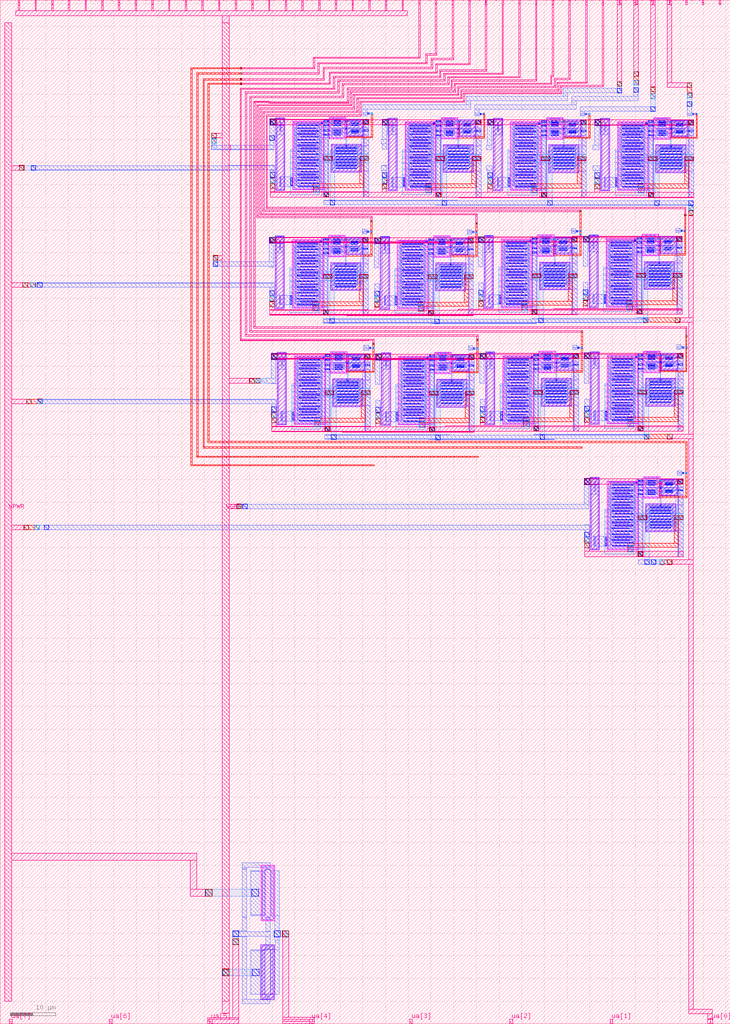
<source format=lef>
VERSION 5.7 ;
  NOWIREEXTENSIONATPIN ON ;
  DIVIDERCHAR "/" ;
  BUSBITCHARS "[]" ;
MACRO tt_um_JamesTimothyMeech_inverter
  CLASS BLOCK ;
  FOREIGN tt_um_JamesTimothyMeech_inverter ;
  ORIGIN 0.000 0.000 ;
  SIZE 161.000 BY 225.760 ;
  PIN clk
    DIRECTION INPUT ;
    USE SIGNAL ;
    PORT
      LAYER met4 ;
        RECT 154.870 224.760 155.170 225.760 ;
    END
  END clk
  PIN ena
    DIRECTION INPUT ;
    USE SIGNAL ;
    PORT
      LAYER met4 ;
        RECT 158.550 224.760 158.850 225.760 ;
    END
  END ena
  PIN rst_n
    DIRECTION INPUT ;
    USE SIGNAL ;
    PORT
      LAYER met4 ;
        RECT 151.190 224.760 151.490 225.760 ;
    END
  END rst_n
  PIN ua[0]
    DIRECTION INOUT ;
    USE SIGNAL ;
    ANTENNADIFFAREA 254.474991 ;
    PORT
      LAYER met4 ;
        RECT 156.560 0.000 157.160 1.000 ;
    END
  END ua[0]
  PIN ua[1]
    DIRECTION INOUT ;
    USE SIGNAL ;
    PORT
      LAYER met4 ;
        RECT 134.480 0.000 135.080 1.000 ;
    END
  END ua[1]
  PIN ua[2]
    DIRECTION INOUT ;
    USE SIGNAL ;
    PORT
      LAYER met4 ;
        RECT 112.400 0.000 113.000 1.000 ;
    END
  END ua[2]
  PIN ua[3]
    DIRECTION INOUT ;
    USE SIGNAL ;
    PORT
      LAYER met4 ;
        RECT 90.320 0.000 90.920 1.000 ;
    END
  END ua[3]
  PIN ua[4]
    DIRECTION INOUT ;
    USE SIGNAL ;
    ANTENNADIFFAREA 5.800000 ;
    PORT
      LAYER met4 ;
        RECT 68.240 0.000 68.840 1.000 ;
    END
  END ua[4]
  PIN ua[5]
    DIRECTION INOUT ;
    USE SIGNAL ;
    ANTENNAGATEAREA 20.000000 ;
    PORT
      LAYER met4 ;
        RECT 46.160 0.000 46.760 1.000 ;
    END
  END ua[5]
  PIN ua[6]
    DIRECTION INOUT ;
    USE SIGNAL ;
    PORT
      LAYER met4 ;
        RECT 24.080 0.000 24.680 1.000 ;
    END
  END ua[6]
  PIN ua[7]
    DIRECTION INOUT ;
    USE SIGNAL ;
    PORT
      LAYER met4 ;
        RECT 2.000 0.000 2.600 1.000 ;
    END
  END ua[7]
  PIN ui_in[0]
    DIRECTION INPUT ;
    USE SIGNAL ;
    ANTENNAGATEAREA 0.675000 ;
    PORT
      LAYER met4 ;
        RECT 147.510 224.760 147.810 225.760 ;
    END
  END ui_in[0]
  PIN ui_in[1]
    DIRECTION INPUT ;
    USE SIGNAL ;
    ANTENNAGATEAREA 0.675000 ;
    PORT
      LAYER met4 ;
        RECT 143.830 224.760 144.130 225.760 ;
    END
  END ui_in[1]
  PIN ui_in[2]
    DIRECTION INPUT ;
    USE SIGNAL ;
    ANTENNAGATEAREA 0.675000 ;
    PORT
      LAYER met4 ;
        RECT 140.150 224.760 140.450 225.760 ;
    END
  END ui_in[2]
  PIN ui_in[3]
    DIRECTION INPUT ;
    USE SIGNAL ;
    ANTENNAGATEAREA 0.675000 ;
    PORT
      LAYER met4 ;
        RECT 136.470 224.760 136.770 225.760 ;
    END
  END ui_in[3]
  PIN ui_in[4]
    DIRECTION INPUT ;
    USE SIGNAL ;
    ANTENNAGATEAREA 0.675000 ;
    PORT
      LAYER met4 ;
        RECT 132.790 224.760 133.090 225.760 ;
    END
  END ui_in[4]
  PIN ui_in[5]
    DIRECTION INPUT ;
    USE SIGNAL ;
    ANTENNAGATEAREA 0.675000 ;
    PORT
      LAYER met4 ;
        RECT 129.110 224.760 129.410 225.760 ;
    END
  END ui_in[5]
  PIN ui_in[6]
    DIRECTION INPUT ;
    USE SIGNAL ;
    ANTENNAGATEAREA 0.675000 ;
    PORT
      LAYER met4 ;
        RECT 125.430 224.760 125.730 225.760 ;
    END
  END ui_in[6]
  PIN ui_in[7]
    DIRECTION INPUT ;
    USE SIGNAL ;
    ANTENNAGATEAREA 0.675000 ;
    PORT
      LAYER met4 ;
        RECT 121.750 224.760 122.050 225.760 ;
    END
  END ui_in[7]
  PIN uio_in[0]
    DIRECTION INPUT ;
    USE SIGNAL ;
    ANTENNAGATEAREA 0.675000 ;
    PORT
      LAYER met4 ;
        RECT 118.070 224.760 118.370 225.760 ;
    END
  END uio_in[0]
  PIN uio_in[1]
    DIRECTION INPUT ;
    USE SIGNAL ;
    ANTENNAGATEAREA 0.675000 ;
    PORT
      LAYER met4 ;
        RECT 114.390 224.760 114.690 225.760 ;
    END
  END uio_in[1]
  PIN uio_in[2]
    DIRECTION INPUT ;
    USE SIGNAL ;
    ANTENNAGATEAREA 0.675000 ;
    PORT
      LAYER met4 ;
        RECT 110.710 224.760 111.010 225.760 ;
    END
  END uio_in[2]
  PIN uio_in[3]
    DIRECTION INPUT ;
    USE SIGNAL ;
    ANTENNAGATEAREA 0.675000 ;
    PORT
      LAYER met4 ;
        RECT 107.030 224.760 107.330 225.760 ;
    END
  END uio_in[3]
  PIN uio_in[4]
    DIRECTION INPUT ;
    USE SIGNAL ;
    ANTENNAGATEAREA 0.675000 ;
    PORT
      LAYER met4 ;
        RECT 103.350 224.760 103.650 225.760 ;
    END
  END uio_in[4]
  PIN uio_in[5]
    DIRECTION INPUT ;
    USE SIGNAL ;
    PORT
      LAYER met4 ;
        RECT 99.670 224.760 99.970 225.760 ;
    END
  END uio_in[5]
  PIN uio_in[6]
    DIRECTION INPUT ;
    USE SIGNAL ;
    PORT
      LAYER met4 ;
        RECT 95.990 224.760 96.290 225.760 ;
    END
  END uio_in[6]
  PIN uio_in[7]
    DIRECTION INPUT ;
    USE SIGNAL ;
    PORT
      LAYER met4 ;
        RECT 92.310 224.760 92.610 225.760 ;
    END
  END uio_in[7]
  PIN uio_oe[0]
    DIRECTION OUTPUT ;
    USE SIGNAL ;
    ANTENNADIFFAREA 179.416000 ;
    PORT
      LAYER met4 ;
        RECT 29.750 224.760 30.050 225.760 ;
    END
  END uio_oe[0]
  PIN uio_oe[1]
    DIRECTION OUTPUT ;
    USE SIGNAL ;
    ANTENNADIFFAREA 179.416000 ;
    PORT
      LAYER met4 ;
        RECT 26.070 224.760 26.370 225.760 ;
    END
  END uio_oe[1]
  PIN uio_oe[2]
    DIRECTION OUTPUT ;
    USE SIGNAL ;
    ANTENNADIFFAREA 179.416000 ;
    PORT
      LAYER met4 ;
        RECT 22.390 224.760 22.690 225.760 ;
    END
  END uio_oe[2]
  PIN uio_oe[3]
    DIRECTION OUTPUT ;
    USE SIGNAL ;
    ANTENNADIFFAREA 179.416000 ;
    PORT
      LAYER met4 ;
        RECT 18.710 224.760 19.010 225.760 ;
    END
  END uio_oe[3]
  PIN uio_oe[4]
    DIRECTION OUTPUT ;
    USE SIGNAL ;
    ANTENNADIFFAREA 179.416000 ;
    PORT
      LAYER met4 ;
        RECT 15.030 224.760 15.330 225.760 ;
    END
  END uio_oe[4]
  PIN uio_oe[5]
    DIRECTION OUTPUT ;
    USE SIGNAL ;
    ANTENNADIFFAREA 179.416000 ;
    PORT
      LAYER met4 ;
        RECT 11.350 224.760 11.650 225.760 ;
    END
  END uio_oe[5]
  PIN uio_oe[6]
    DIRECTION OUTPUT ;
    USE SIGNAL ;
    ANTENNADIFFAREA 179.416000 ;
    PORT
      LAYER met4 ;
        RECT 7.670 224.760 7.970 225.760 ;
    END
  END uio_oe[6]
  PIN uio_oe[7]
    DIRECTION OUTPUT ;
    USE SIGNAL ;
    ANTENNADIFFAREA 179.416000 ;
    PORT
      LAYER met4 ;
        RECT 3.990 224.760 4.290 225.760 ;
    END
  END uio_oe[7]
  PIN uio_out[0]
    DIRECTION OUTPUT ;
    USE SIGNAL ;
    ANTENNADIFFAREA 179.416000 ;
    PORT
      LAYER met4 ;
        RECT 59.190 224.760 59.490 225.760 ;
    END
  END uio_out[0]
  PIN uio_out[1]
    DIRECTION OUTPUT ;
    USE SIGNAL ;
    ANTENNADIFFAREA 179.416000 ;
    PORT
      LAYER met4 ;
        RECT 55.510 224.760 55.810 225.760 ;
    END
  END uio_out[1]
  PIN uio_out[2]
    DIRECTION OUTPUT ;
    USE SIGNAL ;
    ANTENNADIFFAREA 179.416000 ;
    PORT
      LAYER met4 ;
        RECT 51.830 224.760 52.130 225.760 ;
    END
  END uio_out[2]
  PIN uio_out[3]
    DIRECTION OUTPUT ;
    USE SIGNAL ;
    ANTENNADIFFAREA 179.416000 ;
    PORT
      LAYER met4 ;
        RECT 48.150 224.760 48.450 225.760 ;
    END
  END uio_out[3]
  PIN uio_out[4]
    DIRECTION OUTPUT ;
    USE SIGNAL ;
    ANTENNADIFFAREA 179.416000 ;
    PORT
      LAYER met4 ;
        RECT 44.470 224.760 44.770 225.760 ;
    END
  END uio_out[4]
  PIN uio_out[5]
    DIRECTION OUTPUT ;
    USE SIGNAL ;
    ANTENNADIFFAREA 179.416000 ;
    PORT
      LAYER met4 ;
        RECT 40.790 224.760 41.090 225.760 ;
    END
  END uio_out[5]
  PIN uio_out[6]
    DIRECTION OUTPUT ;
    USE SIGNAL ;
    ANTENNADIFFAREA 179.416000 ;
    PORT
      LAYER met4 ;
        RECT 37.110 224.760 37.410 225.760 ;
    END
  END uio_out[6]
  PIN uio_out[7]
    DIRECTION OUTPUT ;
    USE SIGNAL ;
    ANTENNADIFFAREA 179.416000 ;
    PORT
      LAYER met4 ;
        RECT 33.430 224.760 33.730 225.760 ;
    END
  END uio_out[7]
  PIN uo_out[0]
    DIRECTION OUTPUT ;
    USE SIGNAL ;
    ANTENNADIFFAREA 179.416000 ;
    PORT
      LAYER met4 ;
        RECT 88.630 224.760 88.930 225.760 ;
    END
  END uo_out[0]
  PIN uo_out[1]
    DIRECTION OUTPUT ;
    USE SIGNAL ;
    ANTENNADIFFAREA 179.416000 ;
    PORT
      LAYER met4 ;
        RECT 84.950 224.760 85.250 225.760 ;
    END
  END uo_out[1]
  PIN uo_out[2]
    DIRECTION OUTPUT ;
    USE SIGNAL ;
    ANTENNADIFFAREA 179.416000 ;
    PORT
      LAYER met4 ;
        RECT 81.270 224.760 81.570 225.760 ;
    END
  END uo_out[2]
  PIN uo_out[3]
    DIRECTION OUTPUT ;
    USE SIGNAL ;
    ANTENNADIFFAREA 179.416000 ;
    PORT
      LAYER met4 ;
        RECT 77.590 224.760 77.890 225.760 ;
    END
  END uo_out[3]
  PIN uo_out[4]
    DIRECTION OUTPUT ;
    USE SIGNAL ;
    ANTENNADIFFAREA 179.416000 ;
    PORT
      LAYER met4 ;
        RECT 73.910 224.760 74.210 225.760 ;
    END
  END uo_out[4]
  PIN uo_out[5]
    DIRECTION OUTPUT ;
    USE SIGNAL ;
    ANTENNADIFFAREA 179.416000 ;
    PORT
      LAYER met4 ;
        RECT 70.230 224.760 70.530 225.760 ;
    END
  END uo_out[5]
  PIN uo_out[6]
    DIRECTION OUTPUT ;
    USE SIGNAL ;
    ANTENNADIFFAREA 179.416000 ;
    PORT
      LAYER met4 ;
        RECT 66.550 224.760 66.850 225.760 ;
    END
  END uo_out[6]
  PIN uo_out[7]
    DIRECTION OUTPUT ;
    USE SIGNAL ;
    ANTENNADIFFAREA 179.416000 ;
    PORT
      LAYER met4 ;
        RECT 62.870 224.760 63.170 225.760 ;
    END
  END uo_out[7]
  PIN VPWR
    DIRECTION INOUT ;
    USE POWER ;
    PORT
      LAYER met4 ;
        RECT 1.000 5.000 2.500 220.760 ;
    END
  END VPWR
  PIN VGND
    DIRECTION INOUT ;
    USE GROUND ;
    PORT
      LAYER met4 ;
        RECT 49.000 5.000 50.500 220.760 ;
    END
  END VGND
  OBS
      LAYER pwell ;
        RECT 60.790 199.580 62.800 199.780 ;
        RECT 59.490 198.200 62.800 199.580 ;
        RECT 60.790 183.800 62.800 198.200 ;
      LAYER nwell ;
        RECT 64.540 183.890 71.230 199.000 ;
        RECT 72.510 195.210 76.200 199.940 ;
      LAYER pwell ;
        RECT 85.530 199.500 87.540 199.700 ;
        RECT 76.400 195.730 80.000 199.420 ;
        RECT 84.230 198.120 87.540 199.500 ;
        RECT 73.000 187.830 79.600 193.980 ;
        RECT 85.530 183.720 87.540 198.120 ;
      LAYER nwell ;
        RECT 89.280 183.810 95.970 198.920 ;
        RECT 97.250 195.130 100.940 199.860 ;
      LAYER pwell ;
        RECT 108.780 199.490 110.790 199.690 ;
        RECT 101.140 195.650 104.740 199.340 ;
        RECT 107.480 198.110 110.790 199.490 ;
        RECT 97.740 187.750 104.340 193.900 ;
        RECT 108.780 183.710 110.790 198.110 ;
      LAYER nwell ;
        RECT 112.530 183.800 119.220 198.910 ;
        RECT 120.500 195.120 124.190 199.850 ;
      LAYER pwell ;
        RECT 132.410 199.480 134.420 199.680 ;
        RECT 124.390 195.640 127.990 199.330 ;
        RECT 131.110 198.100 134.420 199.480 ;
        RECT 120.990 187.740 127.590 193.890 ;
        RECT 132.410 183.700 134.420 198.100 ;
      LAYER nwell ;
        RECT 136.160 183.790 142.850 198.900 ;
        RECT 144.130 195.110 147.820 199.840 ;
      LAYER pwell ;
        RECT 148.020 195.630 151.620 199.320 ;
        RECT 144.620 187.730 151.220 193.880 ;
        RECT 60.680 173.490 62.690 173.690 ;
        RECT 59.380 172.110 62.690 173.490 ;
        RECT 60.680 157.710 62.690 172.110 ;
      LAYER nwell ;
        RECT 64.430 157.800 71.120 172.910 ;
        RECT 72.400 169.120 76.090 173.850 ;
      LAYER pwell ;
        RECT 83.860 173.400 85.870 173.600 ;
        RECT 76.290 169.640 79.890 173.330 ;
        RECT 82.560 172.020 85.870 173.400 ;
        RECT 72.890 161.740 79.490 167.890 ;
        RECT 83.860 157.620 85.870 172.020 ;
      LAYER nwell ;
        RECT 87.610 157.710 94.300 172.820 ;
        RECT 95.580 169.030 99.270 173.760 ;
      LAYER pwell ;
        RECT 106.760 173.600 108.770 173.800 ;
        RECT 99.470 169.550 103.070 173.240 ;
        RECT 105.460 172.220 108.770 173.600 ;
        RECT 96.070 161.650 102.670 167.800 ;
        RECT 106.760 157.820 108.770 172.220 ;
      LAYER nwell ;
        RECT 110.510 157.910 117.200 173.020 ;
        RECT 118.480 169.230 122.170 173.960 ;
      LAYER pwell ;
        RECT 129.860 173.710 131.870 173.910 ;
        RECT 122.370 169.750 125.970 173.440 ;
        RECT 128.560 172.330 131.870 173.710 ;
        RECT 118.970 161.850 125.570 168.000 ;
        RECT 129.860 157.930 131.870 172.330 ;
      LAYER nwell ;
        RECT 133.610 158.020 140.300 173.130 ;
        RECT 141.580 169.340 145.270 174.070 ;
      LAYER pwell ;
        RECT 145.470 169.860 149.070 173.550 ;
        RECT 142.070 161.960 148.670 168.110 ;
        RECT 61.090 147.860 63.100 148.060 ;
        RECT 59.790 146.480 63.100 147.860 ;
        RECT 61.090 132.080 63.100 146.480 ;
      LAYER nwell ;
        RECT 64.840 132.170 71.530 147.280 ;
        RECT 72.810 143.490 76.500 148.220 ;
      LAYER pwell ;
        RECT 84.070 147.760 86.080 147.960 ;
        RECT 76.700 144.010 80.300 147.700 ;
        RECT 82.770 146.380 86.080 147.760 ;
        RECT 73.300 136.110 79.900 142.260 ;
        RECT 84.070 131.980 86.080 146.380 ;
      LAYER nwell ;
        RECT 87.820 132.070 94.510 147.180 ;
        RECT 95.790 143.390 99.480 148.120 ;
      LAYER pwell ;
        RECT 107.100 147.910 109.110 148.110 ;
        RECT 99.680 143.910 103.280 147.600 ;
        RECT 105.800 146.530 109.110 147.910 ;
        RECT 96.280 136.010 102.880 142.160 ;
        RECT 107.100 132.130 109.110 146.530 ;
      LAYER nwell ;
        RECT 110.850 132.220 117.540 147.330 ;
        RECT 118.820 143.540 122.510 148.270 ;
      LAYER pwell ;
        RECT 130.110 147.990 132.120 148.190 ;
        RECT 122.710 144.060 126.310 147.750 ;
        RECT 128.810 146.610 132.120 147.990 ;
        RECT 119.310 136.160 125.910 142.310 ;
        RECT 130.110 132.210 132.120 146.610 ;
      LAYER nwell ;
        RECT 133.860 132.300 140.550 147.410 ;
        RECT 141.830 143.620 145.520 148.350 ;
      LAYER pwell ;
        RECT 145.720 144.140 149.320 147.830 ;
        RECT 142.320 136.240 148.920 142.390 ;
        RECT 130.130 120.280 132.140 120.480 ;
        RECT 128.830 118.900 132.140 120.280 ;
        RECT 130.130 104.500 132.140 118.900 ;
      LAYER nwell ;
        RECT 133.880 104.590 140.570 119.700 ;
        RECT 141.850 115.910 145.540 120.640 ;
      LAYER pwell ;
        RECT 145.740 116.430 149.340 120.120 ;
        RECT 142.340 108.530 148.940 114.680 ;
      LAYER nwell ;
        RECT 57.550 22.720 60.510 34.910 ;
      LAYER pwell ;
        RECT 57.500 16.280 60.460 17.430 ;
        RECT 57.500 6.480 60.520 16.280 ;
        RECT 57.500 5.330 60.460 6.480 ;
      LAYER li1 ;
        RECT 61.450 199.600 62.140 199.610 ;
        RECT 60.970 199.430 62.620 199.600 ;
        RECT 72.690 199.590 76.020 199.760 ;
        RECT 72.690 199.510 72.860 199.590 ;
        RECT 60.970 184.150 61.140 199.430 ;
        RECT 61.620 196.790 61.970 198.950 ;
        RECT 61.620 184.630 61.970 186.790 ;
        RECT 62.450 184.150 62.620 199.430 ;
        RECT 70.880 198.820 72.860 199.510 ;
        RECT 60.970 183.980 62.620 184.150 ;
        RECT 64.720 198.650 72.860 198.820 ;
        RECT 64.720 184.240 64.890 198.650 ;
        RECT 65.615 198.080 70.155 198.250 ;
        RECT 65.230 197.670 65.400 198.020 ;
        RECT 70.370 197.670 70.540 198.020 ;
        RECT 70.880 197.660 72.860 198.650 ;
        RECT 73.195 198.215 73.375 199.035 ;
        RECT 73.585 199.020 75.125 199.190 ;
        RECT 73.585 198.540 75.125 198.710 ;
        RECT 73.585 198.060 75.125 198.230 ;
        RECT 75.335 198.215 75.515 199.035 ;
        RECT 75.850 197.660 76.020 199.590 ;
        RECT 86.190 199.520 86.880 199.530 ;
        RECT 79.640 199.240 81.300 199.510 ;
        RECT 65.615 197.440 70.155 197.610 ;
        RECT 70.880 197.490 76.020 197.660 ;
        RECT 65.230 197.030 65.400 197.380 ;
        RECT 70.370 197.030 70.540 197.380 ;
        RECT 65.615 196.800 70.155 196.970 ;
        RECT 65.230 196.390 65.400 196.740 ;
        RECT 70.370 196.390 70.540 196.740 ;
        RECT 65.615 196.160 70.155 196.330 ;
        RECT 65.230 195.750 65.400 196.100 ;
        RECT 70.370 195.750 70.540 196.100 ;
        RECT 65.615 195.520 70.155 195.690 ;
        RECT 70.880 195.560 72.860 197.490 ;
        RECT 73.195 196.115 73.375 196.935 ;
        RECT 73.585 196.920 75.125 197.090 ;
        RECT 73.585 196.440 75.125 196.610 ;
        RECT 73.585 195.960 75.125 196.130 ;
        RECT 75.335 196.115 75.515 196.935 ;
        RECT 75.850 195.560 76.020 197.490 ;
        RECT 76.580 199.070 81.300 199.240 ;
        RECT 76.580 197.660 76.750 199.070 ;
        RECT 77.090 198.200 77.260 198.530 ;
        RECT 77.430 198.500 78.970 198.670 ;
        RECT 77.430 198.060 78.970 198.230 ;
        RECT 79.140 198.200 79.310 198.530 ;
        RECT 79.640 197.660 81.300 199.070 ;
        RECT 76.580 197.490 81.300 197.660 ;
        RECT 76.580 196.080 76.750 197.490 ;
        RECT 77.090 196.620 77.260 196.950 ;
        RECT 77.430 196.920 78.970 197.090 ;
        RECT 77.430 196.480 78.970 196.650 ;
        RECT 79.140 196.620 79.310 196.950 ;
        RECT 79.640 196.080 81.300 197.490 ;
        RECT 76.580 195.910 81.300 196.080 ;
        RECT 65.230 195.110 65.400 195.460 ;
        RECT 70.370 195.110 70.540 195.460 ;
        RECT 70.880 195.390 76.020 195.560 ;
        RECT 65.615 194.880 70.155 195.050 ;
        RECT 65.230 194.470 65.400 194.820 ;
        RECT 70.370 194.470 70.540 194.820 ;
        RECT 65.615 194.240 70.155 194.410 ;
        RECT 65.230 193.830 65.400 194.180 ;
        RECT 70.370 193.830 70.540 194.180 ;
        RECT 65.615 193.600 70.155 193.770 ;
        RECT 65.230 193.190 65.400 193.540 ;
        RECT 70.370 193.190 70.540 193.540 ;
        RECT 65.615 192.960 70.155 193.130 ;
        RECT 65.230 192.550 65.400 192.900 ;
        RECT 70.370 192.550 70.540 192.900 ;
        RECT 65.615 192.320 70.155 192.490 ;
        RECT 65.230 191.910 65.400 192.260 ;
        RECT 70.370 191.910 70.540 192.260 ;
        RECT 65.615 191.680 70.155 191.850 ;
        RECT 65.230 191.270 65.400 191.620 ;
        RECT 70.370 191.270 70.540 191.620 ;
        RECT 65.615 191.040 70.155 191.210 ;
        RECT 65.230 190.630 65.400 190.980 ;
        RECT 70.370 190.630 70.540 190.980 ;
        RECT 65.615 190.400 70.155 190.570 ;
        RECT 65.230 189.990 65.400 190.340 ;
        RECT 70.370 189.990 70.540 190.340 ;
        RECT 65.615 189.760 70.155 189.930 ;
        RECT 65.230 189.350 65.400 189.700 ;
        RECT 70.370 189.350 70.540 189.700 ;
        RECT 65.615 189.120 70.155 189.290 ;
        RECT 65.230 188.710 65.400 189.060 ;
        RECT 70.370 188.710 70.540 189.060 ;
        RECT 65.615 188.480 70.155 188.650 ;
        RECT 65.230 188.070 65.400 188.420 ;
        RECT 70.370 188.070 70.540 188.420 ;
        RECT 65.615 187.840 70.155 188.010 ;
        RECT 65.230 187.430 65.400 187.780 ;
        RECT 70.370 187.430 70.540 187.780 ;
        RECT 65.615 187.200 70.155 187.370 ;
        RECT 65.230 186.790 65.400 187.140 ;
        RECT 70.370 186.790 70.540 187.140 ;
        RECT 65.615 186.560 70.155 186.730 ;
        RECT 65.230 186.150 65.400 186.500 ;
        RECT 70.370 186.150 70.540 186.500 ;
        RECT 65.615 185.920 70.155 186.090 ;
        RECT 65.230 185.510 65.400 185.860 ;
        RECT 70.370 185.510 70.540 185.860 ;
        RECT 65.615 185.280 70.155 185.450 ;
        RECT 65.230 184.870 65.400 185.220 ;
        RECT 70.370 184.870 70.540 185.220 ;
        RECT 65.615 184.640 70.155 184.810 ;
        RECT 70.880 184.240 72.500 195.390 ;
        RECT 79.640 193.800 81.300 195.910 ;
        RECT 73.180 193.630 81.300 193.800 ;
        RECT 73.180 188.180 73.350 193.630 ;
        RECT 74.030 193.060 78.570 193.230 ;
        RECT 73.690 192.650 73.860 193.000 ;
        RECT 78.740 192.650 78.910 193.000 ;
        RECT 74.030 192.420 78.570 192.590 ;
        RECT 73.690 192.010 73.860 192.360 ;
        RECT 78.740 192.010 78.910 192.360 ;
        RECT 74.030 191.780 78.570 191.950 ;
        RECT 73.690 191.370 73.860 191.720 ;
        RECT 78.740 191.370 78.910 191.720 ;
        RECT 74.030 191.140 78.570 191.310 ;
        RECT 73.690 190.730 73.860 191.080 ;
        RECT 78.740 190.730 78.910 191.080 ;
        RECT 74.030 190.500 78.570 190.670 ;
        RECT 73.690 190.090 73.860 190.440 ;
        RECT 78.740 190.090 78.910 190.440 ;
        RECT 74.030 189.860 78.570 190.030 ;
        RECT 73.690 189.450 73.860 189.800 ;
        RECT 78.740 189.450 78.910 189.800 ;
        RECT 74.030 189.220 78.570 189.390 ;
        RECT 73.690 188.810 73.860 189.160 ;
        RECT 78.740 188.810 78.910 189.160 ;
        RECT 74.030 188.580 78.570 188.750 ;
        RECT 79.250 188.180 81.300 193.630 ;
        RECT 73.180 188.010 81.300 188.180 ;
        RECT 64.720 184.070 72.500 184.240 ;
        RECT 70.880 182.310 72.500 184.070 ;
        RECT 80.100 182.310 81.300 188.010 ;
        RECT 85.710 199.350 87.360 199.520 ;
        RECT 97.430 199.510 100.760 199.680 ;
        RECT 109.440 199.510 110.130 199.520 ;
        RECT 97.430 199.430 97.600 199.510 ;
        RECT 85.710 184.070 85.880 199.350 ;
        RECT 86.360 196.710 86.710 198.870 ;
        RECT 86.360 184.550 86.710 186.710 ;
        RECT 87.190 184.070 87.360 199.350 ;
        RECT 95.620 198.740 97.600 199.430 ;
        RECT 85.710 183.900 87.360 184.070 ;
        RECT 89.460 198.570 97.600 198.740 ;
        RECT 89.460 184.160 89.630 198.570 ;
        RECT 90.355 198.000 94.895 198.170 ;
        RECT 89.970 197.590 90.140 197.940 ;
        RECT 95.110 197.590 95.280 197.940 ;
        RECT 95.620 197.580 97.600 198.570 ;
        RECT 97.935 198.135 98.115 198.955 ;
        RECT 98.325 198.940 99.865 199.110 ;
        RECT 98.325 198.460 99.865 198.630 ;
        RECT 98.325 197.980 99.865 198.150 ;
        RECT 100.075 198.135 100.255 198.955 ;
        RECT 100.590 197.580 100.760 199.510 ;
        RECT 104.380 199.160 106.040 199.430 ;
        RECT 90.355 197.360 94.895 197.530 ;
        RECT 95.620 197.410 100.760 197.580 ;
        RECT 89.970 196.950 90.140 197.300 ;
        RECT 95.110 196.950 95.280 197.300 ;
        RECT 90.355 196.720 94.895 196.890 ;
        RECT 89.970 196.310 90.140 196.660 ;
        RECT 95.110 196.310 95.280 196.660 ;
        RECT 90.355 196.080 94.895 196.250 ;
        RECT 89.970 195.670 90.140 196.020 ;
        RECT 95.110 195.670 95.280 196.020 ;
        RECT 90.355 195.440 94.895 195.610 ;
        RECT 95.620 195.480 97.600 197.410 ;
        RECT 97.935 196.035 98.115 196.855 ;
        RECT 98.325 196.840 99.865 197.010 ;
        RECT 98.325 196.360 99.865 196.530 ;
        RECT 98.325 195.880 99.865 196.050 ;
        RECT 100.075 196.035 100.255 196.855 ;
        RECT 100.590 195.480 100.760 197.410 ;
        RECT 101.320 198.990 106.040 199.160 ;
        RECT 101.320 197.580 101.490 198.990 ;
        RECT 101.830 198.120 102.000 198.450 ;
        RECT 102.170 198.420 103.710 198.590 ;
        RECT 102.170 197.980 103.710 198.150 ;
        RECT 103.880 198.120 104.050 198.450 ;
        RECT 104.380 197.580 106.040 198.990 ;
        RECT 101.320 197.410 106.040 197.580 ;
        RECT 101.320 196.000 101.490 197.410 ;
        RECT 101.830 196.540 102.000 196.870 ;
        RECT 102.170 196.840 103.710 197.010 ;
        RECT 102.170 196.400 103.710 196.570 ;
        RECT 103.880 196.540 104.050 196.870 ;
        RECT 104.380 196.000 106.040 197.410 ;
        RECT 101.320 195.830 106.040 196.000 ;
        RECT 89.970 195.030 90.140 195.380 ;
        RECT 95.110 195.030 95.280 195.380 ;
        RECT 95.620 195.310 100.760 195.480 ;
        RECT 90.355 194.800 94.895 194.970 ;
        RECT 89.970 194.390 90.140 194.740 ;
        RECT 95.110 194.390 95.280 194.740 ;
        RECT 90.355 194.160 94.895 194.330 ;
        RECT 89.970 193.750 90.140 194.100 ;
        RECT 95.110 193.750 95.280 194.100 ;
        RECT 90.355 193.520 94.895 193.690 ;
        RECT 89.970 193.110 90.140 193.460 ;
        RECT 95.110 193.110 95.280 193.460 ;
        RECT 90.355 192.880 94.895 193.050 ;
        RECT 89.970 192.470 90.140 192.820 ;
        RECT 95.110 192.470 95.280 192.820 ;
        RECT 90.355 192.240 94.895 192.410 ;
        RECT 89.970 191.830 90.140 192.180 ;
        RECT 95.110 191.830 95.280 192.180 ;
        RECT 90.355 191.600 94.895 191.770 ;
        RECT 89.970 191.190 90.140 191.540 ;
        RECT 95.110 191.190 95.280 191.540 ;
        RECT 90.355 190.960 94.895 191.130 ;
        RECT 89.970 190.550 90.140 190.900 ;
        RECT 95.110 190.550 95.280 190.900 ;
        RECT 90.355 190.320 94.895 190.490 ;
        RECT 89.970 189.910 90.140 190.260 ;
        RECT 95.110 189.910 95.280 190.260 ;
        RECT 90.355 189.680 94.895 189.850 ;
        RECT 89.970 189.270 90.140 189.620 ;
        RECT 95.110 189.270 95.280 189.620 ;
        RECT 90.355 189.040 94.895 189.210 ;
        RECT 89.970 188.630 90.140 188.980 ;
        RECT 95.110 188.630 95.280 188.980 ;
        RECT 90.355 188.400 94.895 188.570 ;
        RECT 89.970 187.990 90.140 188.340 ;
        RECT 95.110 187.990 95.280 188.340 ;
        RECT 90.355 187.760 94.895 187.930 ;
        RECT 89.970 187.350 90.140 187.700 ;
        RECT 95.110 187.350 95.280 187.700 ;
        RECT 90.355 187.120 94.895 187.290 ;
        RECT 89.970 186.710 90.140 187.060 ;
        RECT 95.110 186.710 95.280 187.060 ;
        RECT 90.355 186.480 94.895 186.650 ;
        RECT 89.970 186.070 90.140 186.420 ;
        RECT 95.110 186.070 95.280 186.420 ;
        RECT 90.355 185.840 94.895 186.010 ;
        RECT 89.970 185.430 90.140 185.780 ;
        RECT 95.110 185.430 95.280 185.780 ;
        RECT 90.355 185.200 94.895 185.370 ;
        RECT 89.970 184.790 90.140 185.140 ;
        RECT 95.110 184.790 95.280 185.140 ;
        RECT 90.355 184.560 94.895 184.730 ;
        RECT 95.620 184.160 97.240 195.310 ;
        RECT 104.380 193.720 106.040 195.830 ;
        RECT 97.920 193.550 106.040 193.720 ;
        RECT 97.920 188.100 98.090 193.550 ;
        RECT 98.770 192.980 103.310 193.150 ;
        RECT 98.430 192.570 98.600 192.920 ;
        RECT 103.480 192.570 103.650 192.920 ;
        RECT 98.770 192.340 103.310 192.510 ;
        RECT 98.430 191.930 98.600 192.280 ;
        RECT 103.480 191.930 103.650 192.280 ;
        RECT 98.770 191.700 103.310 191.870 ;
        RECT 98.430 191.290 98.600 191.640 ;
        RECT 103.480 191.290 103.650 191.640 ;
        RECT 98.770 191.060 103.310 191.230 ;
        RECT 98.430 190.650 98.600 191.000 ;
        RECT 103.480 190.650 103.650 191.000 ;
        RECT 98.770 190.420 103.310 190.590 ;
        RECT 98.430 190.010 98.600 190.360 ;
        RECT 103.480 190.010 103.650 190.360 ;
        RECT 98.770 189.780 103.310 189.950 ;
        RECT 98.430 189.370 98.600 189.720 ;
        RECT 103.480 189.370 103.650 189.720 ;
        RECT 98.770 189.140 103.310 189.310 ;
        RECT 98.430 188.730 98.600 189.080 ;
        RECT 103.480 188.730 103.650 189.080 ;
        RECT 98.770 188.500 103.310 188.670 ;
        RECT 103.990 188.100 106.040 193.550 ;
        RECT 97.920 187.930 106.040 188.100 ;
        RECT 89.460 183.990 97.240 184.160 ;
        RECT 95.620 182.230 97.240 183.990 ;
        RECT 104.840 182.230 106.040 187.930 ;
        RECT 108.960 199.340 110.610 199.510 ;
        RECT 120.680 199.500 124.010 199.670 ;
        RECT 133.070 199.500 133.760 199.510 ;
        RECT 120.680 199.420 120.850 199.500 ;
        RECT 108.960 184.060 109.130 199.340 ;
        RECT 109.610 196.700 109.960 198.860 ;
        RECT 109.610 184.540 109.960 186.700 ;
        RECT 110.440 184.060 110.610 199.340 ;
        RECT 118.870 198.730 120.850 199.420 ;
        RECT 108.960 183.890 110.610 184.060 ;
        RECT 112.710 198.560 120.850 198.730 ;
        RECT 112.710 184.150 112.880 198.560 ;
        RECT 113.605 197.990 118.145 198.160 ;
        RECT 113.220 197.580 113.390 197.930 ;
        RECT 118.360 197.580 118.530 197.930 ;
        RECT 118.870 197.570 120.850 198.560 ;
        RECT 121.185 198.125 121.365 198.945 ;
        RECT 121.575 198.930 123.115 199.100 ;
        RECT 121.575 198.450 123.115 198.620 ;
        RECT 121.575 197.970 123.115 198.140 ;
        RECT 123.325 198.125 123.505 198.945 ;
        RECT 123.840 197.570 124.010 199.500 ;
        RECT 127.630 199.150 129.290 199.420 ;
        RECT 113.605 197.350 118.145 197.520 ;
        RECT 118.870 197.400 124.010 197.570 ;
        RECT 113.220 196.940 113.390 197.290 ;
        RECT 118.360 196.940 118.530 197.290 ;
        RECT 113.605 196.710 118.145 196.880 ;
        RECT 113.220 196.300 113.390 196.650 ;
        RECT 118.360 196.300 118.530 196.650 ;
        RECT 113.605 196.070 118.145 196.240 ;
        RECT 113.220 195.660 113.390 196.010 ;
        RECT 118.360 195.660 118.530 196.010 ;
        RECT 113.605 195.430 118.145 195.600 ;
        RECT 118.870 195.470 120.850 197.400 ;
        RECT 121.185 196.025 121.365 196.845 ;
        RECT 121.575 196.830 123.115 197.000 ;
        RECT 121.575 196.350 123.115 196.520 ;
        RECT 121.575 195.870 123.115 196.040 ;
        RECT 123.325 196.025 123.505 196.845 ;
        RECT 123.840 195.470 124.010 197.400 ;
        RECT 124.570 198.980 129.290 199.150 ;
        RECT 124.570 197.570 124.740 198.980 ;
        RECT 125.080 198.110 125.250 198.440 ;
        RECT 125.420 198.410 126.960 198.580 ;
        RECT 125.420 197.970 126.960 198.140 ;
        RECT 127.130 198.110 127.300 198.440 ;
        RECT 127.630 197.570 129.290 198.980 ;
        RECT 124.570 197.400 129.290 197.570 ;
        RECT 124.570 195.990 124.740 197.400 ;
        RECT 125.080 196.530 125.250 196.860 ;
        RECT 125.420 196.830 126.960 197.000 ;
        RECT 125.420 196.390 126.960 196.560 ;
        RECT 127.130 196.530 127.300 196.860 ;
        RECT 127.630 195.990 129.290 197.400 ;
        RECT 124.570 195.820 129.290 195.990 ;
        RECT 113.220 195.020 113.390 195.370 ;
        RECT 118.360 195.020 118.530 195.370 ;
        RECT 118.870 195.300 124.010 195.470 ;
        RECT 113.605 194.790 118.145 194.960 ;
        RECT 113.220 194.380 113.390 194.730 ;
        RECT 118.360 194.380 118.530 194.730 ;
        RECT 113.605 194.150 118.145 194.320 ;
        RECT 113.220 193.740 113.390 194.090 ;
        RECT 118.360 193.740 118.530 194.090 ;
        RECT 113.605 193.510 118.145 193.680 ;
        RECT 113.220 193.100 113.390 193.450 ;
        RECT 118.360 193.100 118.530 193.450 ;
        RECT 113.605 192.870 118.145 193.040 ;
        RECT 113.220 192.460 113.390 192.810 ;
        RECT 118.360 192.460 118.530 192.810 ;
        RECT 113.605 192.230 118.145 192.400 ;
        RECT 113.220 191.820 113.390 192.170 ;
        RECT 118.360 191.820 118.530 192.170 ;
        RECT 113.605 191.590 118.145 191.760 ;
        RECT 113.220 191.180 113.390 191.530 ;
        RECT 118.360 191.180 118.530 191.530 ;
        RECT 113.605 190.950 118.145 191.120 ;
        RECT 113.220 190.540 113.390 190.890 ;
        RECT 118.360 190.540 118.530 190.890 ;
        RECT 113.605 190.310 118.145 190.480 ;
        RECT 113.220 189.900 113.390 190.250 ;
        RECT 118.360 189.900 118.530 190.250 ;
        RECT 113.605 189.670 118.145 189.840 ;
        RECT 113.220 189.260 113.390 189.610 ;
        RECT 118.360 189.260 118.530 189.610 ;
        RECT 113.605 189.030 118.145 189.200 ;
        RECT 113.220 188.620 113.390 188.970 ;
        RECT 118.360 188.620 118.530 188.970 ;
        RECT 113.605 188.390 118.145 188.560 ;
        RECT 113.220 187.980 113.390 188.330 ;
        RECT 118.360 187.980 118.530 188.330 ;
        RECT 113.605 187.750 118.145 187.920 ;
        RECT 113.220 187.340 113.390 187.690 ;
        RECT 118.360 187.340 118.530 187.690 ;
        RECT 113.605 187.110 118.145 187.280 ;
        RECT 113.220 186.700 113.390 187.050 ;
        RECT 118.360 186.700 118.530 187.050 ;
        RECT 113.605 186.470 118.145 186.640 ;
        RECT 113.220 186.060 113.390 186.410 ;
        RECT 118.360 186.060 118.530 186.410 ;
        RECT 113.605 185.830 118.145 186.000 ;
        RECT 113.220 185.420 113.390 185.770 ;
        RECT 118.360 185.420 118.530 185.770 ;
        RECT 113.605 185.190 118.145 185.360 ;
        RECT 113.220 184.780 113.390 185.130 ;
        RECT 118.360 184.780 118.530 185.130 ;
        RECT 113.605 184.550 118.145 184.720 ;
        RECT 118.870 184.150 120.490 195.300 ;
        RECT 127.630 193.710 129.290 195.820 ;
        RECT 121.170 193.540 129.290 193.710 ;
        RECT 121.170 188.090 121.340 193.540 ;
        RECT 122.020 192.970 126.560 193.140 ;
        RECT 121.680 192.560 121.850 192.910 ;
        RECT 126.730 192.560 126.900 192.910 ;
        RECT 122.020 192.330 126.560 192.500 ;
        RECT 121.680 191.920 121.850 192.270 ;
        RECT 126.730 191.920 126.900 192.270 ;
        RECT 122.020 191.690 126.560 191.860 ;
        RECT 121.680 191.280 121.850 191.630 ;
        RECT 126.730 191.280 126.900 191.630 ;
        RECT 122.020 191.050 126.560 191.220 ;
        RECT 121.680 190.640 121.850 190.990 ;
        RECT 126.730 190.640 126.900 190.990 ;
        RECT 122.020 190.410 126.560 190.580 ;
        RECT 121.680 190.000 121.850 190.350 ;
        RECT 126.730 190.000 126.900 190.350 ;
        RECT 122.020 189.770 126.560 189.940 ;
        RECT 121.680 189.360 121.850 189.710 ;
        RECT 126.730 189.360 126.900 189.710 ;
        RECT 122.020 189.130 126.560 189.300 ;
        RECT 121.680 188.720 121.850 189.070 ;
        RECT 126.730 188.720 126.900 189.070 ;
        RECT 122.020 188.490 126.560 188.660 ;
        RECT 127.240 188.090 129.290 193.540 ;
        RECT 121.170 187.920 129.290 188.090 ;
        RECT 112.710 183.980 120.490 184.150 ;
        RECT 118.870 182.220 120.490 183.980 ;
        RECT 128.090 182.220 129.290 187.920 ;
        RECT 132.590 199.330 134.240 199.500 ;
        RECT 144.310 199.490 147.640 199.660 ;
        RECT 144.310 199.410 144.480 199.490 ;
        RECT 132.590 184.050 132.760 199.330 ;
        RECT 133.240 196.690 133.590 198.850 ;
        RECT 133.240 184.530 133.590 186.690 ;
        RECT 134.070 184.050 134.240 199.330 ;
        RECT 142.500 198.720 144.480 199.410 ;
        RECT 132.590 183.880 134.240 184.050 ;
        RECT 136.340 198.550 144.480 198.720 ;
        RECT 136.340 184.140 136.510 198.550 ;
        RECT 137.235 197.980 141.775 198.150 ;
        RECT 136.850 197.570 137.020 197.920 ;
        RECT 141.990 197.570 142.160 197.920 ;
        RECT 142.500 197.560 144.480 198.550 ;
        RECT 144.815 198.115 144.995 198.935 ;
        RECT 145.205 198.920 146.745 199.090 ;
        RECT 145.205 198.440 146.745 198.610 ;
        RECT 145.205 197.960 146.745 198.130 ;
        RECT 146.955 198.115 147.135 198.935 ;
        RECT 147.470 197.560 147.640 199.490 ;
        RECT 151.260 199.140 152.920 199.410 ;
        RECT 137.235 197.340 141.775 197.510 ;
        RECT 142.500 197.390 147.640 197.560 ;
        RECT 136.850 196.930 137.020 197.280 ;
        RECT 141.990 196.930 142.160 197.280 ;
        RECT 137.235 196.700 141.775 196.870 ;
        RECT 136.850 196.290 137.020 196.640 ;
        RECT 141.990 196.290 142.160 196.640 ;
        RECT 137.235 196.060 141.775 196.230 ;
        RECT 136.850 195.650 137.020 196.000 ;
        RECT 141.990 195.650 142.160 196.000 ;
        RECT 137.235 195.420 141.775 195.590 ;
        RECT 142.500 195.460 144.480 197.390 ;
        RECT 144.815 196.015 144.995 196.835 ;
        RECT 145.205 196.820 146.745 196.990 ;
        RECT 145.205 196.340 146.745 196.510 ;
        RECT 145.205 195.860 146.745 196.030 ;
        RECT 146.955 196.015 147.135 196.835 ;
        RECT 147.470 195.460 147.640 197.390 ;
        RECT 148.200 198.970 152.920 199.140 ;
        RECT 148.200 197.560 148.370 198.970 ;
        RECT 148.710 198.100 148.880 198.430 ;
        RECT 149.050 198.400 150.590 198.570 ;
        RECT 149.050 197.960 150.590 198.130 ;
        RECT 150.760 198.100 150.930 198.430 ;
        RECT 151.260 197.560 152.920 198.970 ;
        RECT 148.200 197.390 152.920 197.560 ;
        RECT 148.200 195.980 148.370 197.390 ;
        RECT 148.710 196.520 148.880 196.850 ;
        RECT 149.050 196.820 150.590 196.990 ;
        RECT 149.050 196.380 150.590 196.550 ;
        RECT 150.760 196.520 150.930 196.850 ;
        RECT 151.260 195.980 152.920 197.390 ;
        RECT 148.200 195.810 152.920 195.980 ;
        RECT 136.850 195.010 137.020 195.360 ;
        RECT 141.990 195.010 142.160 195.360 ;
        RECT 142.500 195.290 147.640 195.460 ;
        RECT 137.235 194.780 141.775 194.950 ;
        RECT 136.850 194.370 137.020 194.720 ;
        RECT 141.990 194.370 142.160 194.720 ;
        RECT 137.235 194.140 141.775 194.310 ;
        RECT 136.850 193.730 137.020 194.080 ;
        RECT 141.990 193.730 142.160 194.080 ;
        RECT 137.235 193.500 141.775 193.670 ;
        RECT 136.850 193.090 137.020 193.440 ;
        RECT 141.990 193.090 142.160 193.440 ;
        RECT 137.235 192.860 141.775 193.030 ;
        RECT 136.850 192.450 137.020 192.800 ;
        RECT 141.990 192.450 142.160 192.800 ;
        RECT 137.235 192.220 141.775 192.390 ;
        RECT 136.850 191.810 137.020 192.160 ;
        RECT 141.990 191.810 142.160 192.160 ;
        RECT 137.235 191.580 141.775 191.750 ;
        RECT 136.850 191.170 137.020 191.520 ;
        RECT 141.990 191.170 142.160 191.520 ;
        RECT 137.235 190.940 141.775 191.110 ;
        RECT 136.850 190.530 137.020 190.880 ;
        RECT 141.990 190.530 142.160 190.880 ;
        RECT 137.235 190.300 141.775 190.470 ;
        RECT 136.850 189.890 137.020 190.240 ;
        RECT 141.990 189.890 142.160 190.240 ;
        RECT 137.235 189.660 141.775 189.830 ;
        RECT 136.850 189.250 137.020 189.600 ;
        RECT 141.990 189.250 142.160 189.600 ;
        RECT 137.235 189.020 141.775 189.190 ;
        RECT 136.850 188.610 137.020 188.960 ;
        RECT 141.990 188.610 142.160 188.960 ;
        RECT 137.235 188.380 141.775 188.550 ;
        RECT 136.850 187.970 137.020 188.320 ;
        RECT 141.990 187.970 142.160 188.320 ;
        RECT 137.235 187.740 141.775 187.910 ;
        RECT 136.850 187.330 137.020 187.680 ;
        RECT 141.990 187.330 142.160 187.680 ;
        RECT 137.235 187.100 141.775 187.270 ;
        RECT 136.850 186.690 137.020 187.040 ;
        RECT 141.990 186.690 142.160 187.040 ;
        RECT 137.235 186.460 141.775 186.630 ;
        RECT 136.850 186.050 137.020 186.400 ;
        RECT 141.990 186.050 142.160 186.400 ;
        RECT 137.235 185.820 141.775 185.990 ;
        RECT 136.850 185.410 137.020 185.760 ;
        RECT 141.990 185.410 142.160 185.760 ;
        RECT 137.235 185.180 141.775 185.350 ;
        RECT 136.850 184.770 137.020 185.120 ;
        RECT 141.990 184.770 142.160 185.120 ;
        RECT 137.235 184.540 141.775 184.710 ;
        RECT 142.500 184.140 144.120 195.290 ;
        RECT 151.260 193.700 152.920 195.810 ;
        RECT 144.800 193.530 152.920 193.700 ;
        RECT 144.800 188.080 144.970 193.530 ;
        RECT 145.650 192.960 150.190 193.130 ;
        RECT 145.310 192.550 145.480 192.900 ;
        RECT 150.360 192.550 150.530 192.900 ;
        RECT 145.650 192.320 150.190 192.490 ;
        RECT 145.310 191.910 145.480 192.260 ;
        RECT 150.360 191.910 150.530 192.260 ;
        RECT 145.650 191.680 150.190 191.850 ;
        RECT 145.310 191.270 145.480 191.620 ;
        RECT 150.360 191.270 150.530 191.620 ;
        RECT 145.650 191.040 150.190 191.210 ;
        RECT 145.310 190.630 145.480 190.980 ;
        RECT 150.360 190.630 150.530 190.980 ;
        RECT 145.650 190.400 150.190 190.570 ;
        RECT 145.310 189.990 145.480 190.340 ;
        RECT 150.360 189.990 150.530 190.340 ;
        RECT 145.650 189.760 150.190 189.930 ;
        RECT 145.310 189.350 145.480 189.700 ;
        RECT 150.360 189.350 150.530 189.700 ;
        RECT 145.650 189.120 150.190 189.290 ;
        RECT 145.310 188.710 145.480 189.060 ;
        RECT 150.360 188.710 150.530 189.060 ;
        RECT 145.650 188.480 150.190 188.650 ;
        RECT 150.870 188.080 152.920 193.530 ;
        RECT 144.800 187.910 152.920 188.080 ;
        RECT 136.340 183.970 144.120 184.140 ;
        RECT 142.500 182.210 144.120 183.970 ;
        RECT 151.720 182.210 152.920 187.910 ;
        RECT 61.340 173.510 62.030 173.520 ;
        RECT 60.860 173.340 62.510 173.510 ;
        RECT 72.580 173.500 75.910 173.670 ;
        RECT 107.420 173.620 108.110 173.630 ;
        RECT 72.580 173.420 72.750 173.500 ;
        RECT 60.860 158.060 61.030 173.340 ;
        RECT 61.510 170.700 61.860 172.860 ;
        RECT 61.510 158.540 61.860 160.700 ;
        RECT 62.340 158.060 62.510 173.340 ;
        RECT 70.770 172.730 72.750 173.420 ;
        RECT 60.860 157.890 62.510 158.060 ;
        RECT 64.610 172.560 72.750 172.730 ;
        RECT 64.610 158.150 64.780 172.560 ;
        RECT 65.505 171.990 70.045 172.160 ;
        RECT 65.120 171.580 65.290 171.930 ;
        RECT 70.260 171.580 70.430 171.930 ;
        RECT 70.770 171.570 72.750 172.560 ;
        RECT 73.085 172.125 73.265 172.945 ;
        RECT 73.475 172.930 75.015 173.100 ;
        RECT 73.475 172.450 75.015 172.620 ;
        RECT 73.475 171.970 75.015 172.140 ;
        RECT 75.225 172.125 75.405 172.945 ;
        RECT 75.740 171.570 75.910 173.500 ;
        RECT 84.520 173.420 85.210 173.430 ;
        RECT 79.530 173.150 81.190 173.420 ;
        RECT 65.505 171.350 70.045 171.520 ;
        RECT 70.770 171.400 75.910 171.570 ;
        RECT 65.120 170.940 65.290 171.290 ;
        RECT 70.260 170.940 70.430 171.290 ;
        RECT 65.505 170.710 70.045 170.880 ;
        RECT 65.120 170.300 65.290 170.650 ;
        RECT 70.260 170.300 70.430 170.650 ;
        RECT 65.505 170.070 70.045 170.240 ;
        RECT 65.120 169.660 65.290 170.010 ;
        RECT 70.260 169.660 70.430 170.010 ;
        RECT 65.505 169.430 70.045 169.600 ;
        RECT 70.770 169.470 72.750 171.400 ;
        RECT 73.085 170.025 73.265 170.845 ;
        RECT 73.475 170.830 75.015 171.000 ;
        RECT 73.475 170.350 75.015 170.520 ;
        RECT 73.475 169.870 75.015 170.040 ;
        RECT 75.225 170.025 75.405 170.845 ;
        RECT 75.740 169.470 75.910 171.400 ;
        RECT 76.470 172.980 81.190 173.150 ;
        RECT 76.470 171.570 76.640 172.980 ;
        RECT 76.980 172.110 77.150 172.440 ;
        RECT 77.320 172.410 78.860 172.580 ;
        RECT 77.320 171.970 78.860 172.140 ;
        RECT 79.030 172.110 79.200 172.440 ;
        RECT 79.530 171.570 81.190 172.980 ;
        RECT 76.470 171.400 81.190 171.570 ;
        RECT 76.470 169.990 76.640 171.400 ;
        RECT 76.980 170.530 77.150 170.860 ;
        RECT 77.320 170.830 78.860 171.000 ;
        RECT 77.320 170.390 78.860 170.560 ;
        RECT 79.030 170.530 79.200 170.860 ;
        RECT 79.530 169.990 81.190 171.400 ;
        RECT 76.470 169.820 81.190 169.990 ;
        RECT 65.120 169.020 65.290 169.370 ;
        RECT 70.260 169.020 70.430 169.370 ;
        RECT 70.770 169.300 75.910 169.470 ;
        RECT 65.505 168.790 70.045 168.960 ;
        RECT 65.120 168.380 65.290 168.730 ;
        RECT 70.260 168.380 70.430 168.730 ;
        RECT 65.505 168.150 70.045 168.320 ;
        RECT 65.120 167.740 65.290 168.090 ;
        RECT 70.260 167.740 70.430 168.090 ;
        RECT 65.505 167.510 70.045 167.680 ;
        RECT 65.120 167.100 65.290 167.450 ;
        RECT 70.260 167.100 70.430 167.450 ;
        RECT 65.505 166.870 70.045 167.040 ;
        RECT 65.120 166.460 65.290 166.810 ;
        RECT 70.260 166.460 70.430 166.810 ;
        RECT 65.505 166.230 70.045 166.400 ;
        RECT 65.120 165.820 65.290 166.170 ;
        RECT 70.260 165.820 70.430 166.170 ;
        RECT 65.505 165.590 70.045 165.760 ;
        RECT 65.120 165.180 65.290 165.530 ;
        RECT 70.260 165.180 70.430 165.530 ;
        RECT 65.505 164.950 70.045 165.120 ;
        RECT 65.120 164.540 65.290 164.890 ;
        RECT 70.260 164.540 70.430 164.890 ;
        RECT 65.505 164.310 70.045 164.480 ;
        RECT 65.120 163.900 65.290 164.250 ;
        RECT 70.260 163.900 70.430 164.250 ;
        RECT 65.505 163.670 70.045 163.840 ;
        RECT 65.120 163.260 65.290 163.610 ;
        RECT 70.260 163.260 70.430 163.610 ;
        RECT 65.505 163.030 70.045 163.200 ;
        RECT 65.120 162.620 65.290 162.970 ;
        RECT 70.260 162.620 70.430 162.970 ;
        RECT 65.505 162.390 70.045 162.560 ;
        RECT 65.120 161.980 65.290 162.330 ;
        RECT 70.260 161.980 70.430 162.330 ;
        RECT 65.505 161.750 70.045 161.920 ;
        RECT 65.120 161.340 65.290 161.690 ;
        RECT 70.260 161.340 70.430 161.690 ;
        RECT 65.505 161.110 70.045 161.280 ;
        RECT 65.120 160.700 65.290 161.050 ;
        RECT 70.260 160.700 70.430 161.050 ;
        RECT 65.505 160.470 70.045 160.640 ;
        RECT 65.120 160.060 65.290 160.410 ;
        RECT 70.260 160.060 70.430 160.410 ;
        RECT 65.505 159.830 70.045 160.000 ;
        RECT 65.120 159.420 65.290 159.770 ;
        RECT 70.260 159.420 70.430 159.770 ;
        RECT 65.505 159.190 70.045 159.360 ;
        RECT 65.120 158.780 65.290 159.130 ;
        RECT 70.260 158.780 70.430 159.130 ;
        RECT 65.505 158.550 70.045 158.720 ;
        RECT 70.770 158.150 72.390 169.300 ;
        RECT 79.530 167.710 81.190 169.820 ;
        RECT 73.070 167.540 81.190 167.710 ;
        RECT 73.070 162.090 73.240 167.540 ;
        RECT 73.920 166.970 78.460 167.140 ;
        RECT 73.580 166.560 73.750 166.910 ;
        RECT 78.630 166.560 78.800 166.910 ;
        RECT 73.920 166.330 78.460 166.500 ;
        RECT 73.580 165.920 73.750 166.270 ;
        RECT 78.630 165.920 78.800 166.270 ;
        RECT 73.920 165.690 78.460 165.860 ;
        RECT 73.580 165.280 73.750 165.630 ;
        RECT 78.630 165.280 78.800 165.630 ;
        RECT 73.920 165.050 78.460 165.220 ;
        RECT 73.580 164.640 73.750 164.990 ;
        RECT 78.630 164.640 78.800 164.990 ;
        RECT 73.920 164.410 78.460 164.580 ;
        RECT 73.580 164.000 73.750 164.350 ;
        RECT 78.630 164.000 78.800 164.350 ;
        RECT 73.920 163.770 78.460 163.940 ;
        RECT 73.580 163.360 73.750 163.710 ;
        RECT 78.630 163.360 78.800 163.710 ;
        RECT 73.920 163.130 78.460 163.300 ;
        RECT 73.580 162.720 73.750 163.070 ;
        RECT 78.630 162.720 78.800 163.070 ;
        RECT 73.920 162.490 78.460 162.660 ;
        RECT 79.140 162.090 81.190 167.540 ;
        RECT 73.070 161.920 81.190 162.090 ;
        RECT 64.610 157.980 72.390 158.150 ;
        RECT 70.770 156.220 72.390 157.980 ;
        RECT 79.990 156.220 81.190 161.920 ;
        RECT 84.040 173.250 85.690 173.420 ;
        RECT 95.760 173.410 99.090 173.580 ;
        RECT 95.760 173.330 95.930 173.410 ;
        RECT 84.040 157.970 84.210 173.250 ;
        RECT 84.690 170.610 85.040 172.770 ;
        RECT 84.690 158.450 85.040 160.610 ;
        RECT 85.520 157.970 85.690 173.250 ;
        RECT 93.950 172.640 95.930 173.330 ;
        RECT 84.040 157.800 85.690 157.970 ;
        RECT 87.790 172.470 95.930 172.640 ;
        RECT 87.790 158.060 87.960 172.470 ;
        RECT 88.685 171.900 93.225 172.070 ;
        RECT 88.300 171.490 88.470 171.840 ;
        RECT 93.440 171.490 93.610 171.840 ;
        RECT 93.950 171.480 95.930 172.470 ;
        RECT 96.265 172.035 96.445 172.855 ;
        RECT 96.655 172.840 98.195 173.010 ;
        RECT 96.655 172.360 98.195 172.530 ;
        RECT 96.655 171.880 98.195 172.050 ;
        RECT 98.405 172.035 98.585 172.855 ;
        RECT 98.920 171.480 99.090 173.410 ;
        RECT 106.940 173.450 108.590 173.620 ;
        RECT 118.660 173.610 121.990 173.780 ;
        RECT 130.520 173.730 131.210 173.740 ;
        RECT 118.660 173.530 118.830 173.610 ;
        RECT 102.710 173.060 104.370 173.330 ;
        RECT 88.685 171.260 93.225 171.430 ;
        RECT 93.950 171.310 99.090 171.480 ;
        RECT 88.300 170.850 88.470 171.200 ;
        RECT 93.440 170.850 93.610 171.200 ;
        RECT 88.685 170.620 93.225 170.790 ;
        RECT 88.300 170.210 88.470 170.560 ;
        RECT 93.440 170.210 93.610 170.560 ;
        RECT 88.685 169.980 93.225 170.150 ;
        RECT 88.300 169.570 88.470 169.920 ;
        RECT 93.440 169.570 93.610 169.920 ;
        RECT 88.685 169.340 93.225 169.510 ;
        RECT 93.950 169.380 95.930 171.310 ;
        RECT 96.265 169.935 96.445 170.755 ;
        RECT 96.655 170.740 98.195 170.910 ;
        RECT 96.655 170.260 98.195 170.430 ;
        RECT 96.655 169.780 98.195 169.950 ;
        RECT 98.405 169.935 98.585 170.755 ;
        RECT 98.920 169.380 99.090 171.310 ;
        RECT 99.650 172.890 104.370 173.060 ;
        RECT 99.650 171.480 99.820 172.890 ;
        RECT 100.160 172.020 100.330 172.350 ;
        RECT 100.500 172.320 102.040 172.490 ;
        RECT 100.500 171.880 102.040 172.050 ;
        RECT 102.210 172.020 102.380 172.350 ;
        RECT 102.710 171.480 104.370 172.890 ;
        RECT 99.650 171.310 104.370 171.480 ;
        RECT 99.650 169.900 99.820 171.310 ;
        RECT 100.160 170.440 100.330 170.770 ;
        RECT 100.500 170.740 102.040 170.910 ;
        RECT 100.500 170.300 102.040 170.470 ;
        RECT 102.210 170.440 102.380 170.770 ;
        RECT 102.710 169.900 104.370 171.310 ;
        RECT 99.650 169.730 104.370 169.900 ;
        RECT 88.300 168.930 88.470 169.280 ;
        RECT 93.440 168.930 93.610 169.280 ;
        RECT 93.950 169.210 99.090 169.380 ;
        RECT 88.685 168.700 93.225 168.870 ;
        RECT 88.300 168.290 88.470 168.640 ;
        RECT 93.440 168.290 93.610 168.640 ;
        RECT 88.685 168.060 93.225 168.230 ;
        RECT 88.300 167.650 88.470 168.000 ;
        RECT 93.440 167.650 93.610 168.000 ;
        RECT 88.685 167.420 93.225 167.590 ;
        RECT 88.300 167.010 88.470 167.360 ;
        RECT 93.440 167.010 93.610 167.360 ;
        RECT 88.685 166.780 93.225 166.950 ;
        RECT 88.300 166.370 88.470 166.720 ;
        RECT 93.440 166.370 93.610 166.720 ;
        RECT 88.685 166.140 93.225 166.310 ;
        RECT 88.300 165.730 88.470 166.080 ;
        RECT 93.440 165.730 93.610 166.080 ;
        RECT 88.685 165.500 93.225 165.670 ;
        RECT 88.300 165.090 88.470 165.440 ;
        RECT 93.440 165.090 93.610 165.440 ;
        RECT 88.685 164.860 93.225 165.030 ;
        RECT 88.300 164.450 88.470 164.800 ;
        RECT 93.440 164.450 93.610 164.800 ;
        RECT 88.685 164.220 93.225 164.390 ;
        RECT 88.300 163.810 88.470 164.160 ;
        RECT 93.440 163.810 93.610 164.160 ;
        RECT 88.685 163.580 93.225 163.750 ;
        RECT 88.300 163.170 88.470 163.520 ;
        RECT 93.440 163.170 93.610 163.520 ;
        RECT 88.685 162.940 93.225 163.110 ;
        RECT 88.300 162.530 88.470 162.880 ;
        RECT 93.440 162.530 93.610 162.880 ;
        RECT 88.685 162.300 93.225 162.470 ;
        RECT 88.300 161.890 88.470 162.240 ;
        RECT 93.440 161.890 93.610 162.240 ;
        RECT 88.685 161.660 93.225 161.830 ;
        RECT 88.300 161.250 88.470 161.600 ;
        RECT 93.440 161.250 93.610 161.600 ;
        RECT 88.685 161.020 93.225 161.190 ;
        RECT 88.300 160.610 88.470 160.960 ;
        RECT 93.440 160.610 93.610 160.960 ;
        RECT 88.685 160.380 93.225 160.550 ;
        RECT 88.300 159.970 88.470 160.320 ;
        RECT 93.440 159.970 93.610 160.320 ;
        RECT 88.685 159.740 93.225 159.910 ;
        RECT 88.300 159.330 88.470 159.680 ;
        RECT 93.440 159.330 93.610 159.680 ;
        RECT 88.685 159.100 93.225 159.270 ;
        RECT 88.300 158.690 88.470 159.040 ;
        RECT 93.440 158.690 93.610 159.040 ;
        RECT 88.685 158.460 93.225 158.630 ;
        RECT 93.950 158.060 95.570 169.210 ;
        RECT 102.710 167.620 104.370 169.730 ;
        RECT 96.250 167.450 104.370 167.620 ;
        RECT 96.250 162.000 96.420 167.450 ;
        RECT 97.100 166.880 101.640 167.050 ;
        RECT 96.760 166.470 96.930 166.820 ;
        RECT 101.810 166.470 101.980 166.820 ;
        RECT 97.100 166.240 101.640 166.410 ;
        RECT 96.760 165.830 96.930 166.180 ;
        RECT 101.810 165.830 101.980 166.180 ;
        RECT 97.100 165.600 101.640 165.770 ;
        RECT 96.760 165.190 96.930 165.540 ;
        RECT 101.810 165.190 101.980 165.540 ;
        RECT 97.100 164.960 101.640 165.130 ;
        RECT 96.760 164.550 96.930 164.900 ;
        RECT 101.810 164.550 101.980 164.900 ;
        RECT 97.100 164.320 101.640 164.490 ;
        RECT 96.760 163.910 96.930 164.260 ;
        RECT 101.810 163.910 101.980 164.260 ;
        RECT 97.100 163.680 101.640 163.850 ;
        RECT 96.760 163.270 96.930 163.620 ;
        RECT 101.810 163.270 101.980 163.620 ;
        RECT 97.100 163.040 101.640 163.210 ;
        RECT 96.760 162.630 96.930 162.980 ;
        RECT 101.810 162.630 101.980 162.980 ;
        RECT 97.100 162.400 101.640 162.570 ;
        RECT 102.320 162.000 104.370 167.450 ;
        RECT 96.250 161.830 104.370 162.000 ;
        RECT 87.790 157.890 95.570 158.060 ;
        RECT 93.950 156.130 95.570 157.890 ;
        RECT 103.170 156.130 104.370 161.830 ;
        RECT 106.940 158.170 107.110 173.450 ;
        RECT 107.590 170.810 107.940 172.970 ;
        RECT 107.590 158.650 107.940 160.810 ;
        RECT 108.420 158.170 108.590 173.450 ;
        RECT 116.850 172.840 118.830 173.530 ;
        RECT 106.940 158.000 108.590 158.170 ;
        RECT 110.690 172.670 118.830 172.840 ;
        RECT 110.690 158.260 110.860 172.670 ;
        RECT 111.585 172.100 116.125 172.270 ;
        RECT 111.200 171.690 111.370 172.040 ;
        RECT 116.340 171.690 116.510 172.040 ;
        RECT 116.850 171.680 118.830 172.670 ;
        RECT 119.165 172.235 119.345 173.055 ;
        RECT 119.555 173.040 121.095 173.210 ;
        RECT 119.555 172.560 121.095 172.730 ;
        RECT 119.555 172.080 121.095 172.250 ;
        RECT 121.305 172.235 121.485 173.055 ;
        RECT 121.820 171.680 121.990 173.610 ;
        RECT 130.040 173.560 131.690 173.730 ;
        RECT 141.760 173.720 145.090 173.890 ;
        RECT 141.760 173.640 141.930 173.720 ;
        RECT 125.610 173.260 127.270 173.530 ;
        RECT 111.585 171.460 116.125 171.630 ;
        RECT 116.850 171.510 121.990 171.680 ;
        RECT 111.200 171.050 111.370 171.400 ;
        RECT 116.340 171.050 116.510 171.400 ;
        RECT 111.585 170.820 116.125 170.990 ;
        RECT 111.200 170.410 111.370 170.760 ;
        RECT 116.340 170.410 116.510 170.760 ;
        RECT 111.585 170.180 116.125 170.350 ;
        RECT 111.200 169.770 111.370 170.120 ;
        RECT 116.340 169.770 116.510 170.120 ;
        RECT 111.585 169.540 116.125 169.710 ;
        RECT 116.850 169.580 118.830 171.510 ;
        RECT 119.165 170.135 119.345 170.955 ;
        RECT 119.555 170.940 121.095 171.110 ;
        RECT 119.555 170.460 121.095 170.630 ;
        RECT 119.555 169.980 121.095 170.150 ;
        RECT 121.305 170.135 121.485 170.955 ;
        RECT 121.820 169.580 121.990 171.510 ;
        RECT 122.550 173.090 127.270 173.260 ;
        RECT 122.550 171.680 122.720 173.090 ;
        RECT 123.060 172.220 123.230 172.550 ;
        RECT 123.400 172.520 124.940 172.690 ;
        RECT 123.400 172.080 124.940 172.250 ;
        RECT 125.110 172.220 125.280 172.550 ;
        RECT 125.610 171.680 127.270 173.090 ;
        RECT 122.550 171.510 127.270 171.680 ;
        RECT 122.550 170.100 122.720 171.510 ;
        RECT 123.060 170.640 123.230 170.970 ;
        RECT 123.400 170.940 124.940 171.110 ;
        RECT 123.400 170.500 124.940 170.670 ;
        RECT 125.110 170.640 125.280 170.970 ;
        RECT 125.610 170.100 127.270 171.510 ;
        RECT 122.550 169.930 127.270 170.100 ;
        RECT 111.200 169.130 111.370 169.480 ;
        RECT 116.340 169.130 116.510 169.480 ;
        RECT 116.850 169.410 121.990 169.580 ;
        RECT 111.585 168.900 116.125 169.070 ;
        RECT 111.200 168.490 111.370 168.840 ;
        RECT 116.340 168.490 116.510 168.840 ;
        RECT 111.585 168.260 116.125 168.430 ;
        RECT 111.200 167.850 111.370 168.200 ;
        RECT 116.340 167.850 116.510 168.200 ;
        RECT 111.585 167.620 116.125 167.790 ;
        RECT 111.200 167.210 111.370 167.560 ;
        RECT 116.340 167.210 116.510 167.560 ;
        RECT 111.585 166.980 116.125 167.150 ;
        RECT 111.200 166.570 111.370 166.920 ;
        RECT 116.340 166.570 116.510 166.920 ;
        RECT 111.585 166.340 116.125 166.510 ;
        RECT 111.200 165.930 111.370 166.280 ;
        RECT 116.340 165.930 116.510 166.280 ;
        RECT 111.585 165.700 116.125 165.870 ;
        RECT 111.200 165.290 111.370 165.640 ;
        RECT 116.340 165.290 116.510 165.640 ;
        RECT 111.585 165.060 116.125 165.230 ;
        RECT 111.200 164.650 111.370 165.000 ;
        RECT 116.340 164.650 116.510 165.000 ;
        RECT 111.585 164.420 116.125 164.590 ;
        RECT 111.200 164.010 111.370 164.360 ;
        RECT 116.340 164.010 116.510 164.360 ;
        RECT 111.585 163.780 116.125 163.950 ;
        RECT 111.200 163.370 111.370 163.720 ;
        RECT 116.340 163.370 116.510 163.720 ;
        RECT 111.585 163.140 116.125 163.310 ;
        RECT 111.200 162.730 111.370 163.080 ;
        RECT 116.340 162.730 116.510 163.080 ;
        RECT 111.585 162.500 116.125 162.670 ;
        RECT 111.200 162.090 111.370 162.440 ;
        RECT 116.340 162.090 116.510 162.440 ;
        RECT 111.585 161.860 116.125 162.030 ;
        RECT 111.200 161.450 111.370 161.800 ;
        RECT 116.340 161.450 116.510 161.800 ;
        RECT 111.585 161.220 116.125 161.390 ;
        RECT 111.200 160.810 111.370 161.160 ;
        RECT 116.340 160.810 116.510 161.160 ;
        RECT 111.585 160.580 116.125 160.750 ;
        RECT 111.200 160.170 111.370 160.520 ;
        RECT 116.340 160.170 116.510 160.520 ;
        RECT 111.585 159.940 116.125 160.110 ;
        RECT 111.200 159.530 111.370 159.880 ;
        RECT 116.340 159.530 116.510 159.880 ;
        RECT 111.585 159.300 116.125 159.470 ;
        RECT 111.200 158.890 111.370 159.240 ;
        RECT 116.340 158.890 116.510 159.240 ;
        RECT 111.585 158.660 116.125 158.830 ;
        RECT 116.850 158.260 118.470 169.410 ;
        RECT 125.610 167.820 127.270 169.930 ;
        RECT 119.150 167.650 127.270 167.820 ;
        RECT 119.150 162.200 119.320 167.650 ;
        RECT 120.000 167.080 124.540 167.250 ;
        RECT 119.660 166.670 119.830 167.020 ;
        RECT 124.710 166.670 124.880 167.020 ;
        RECT 120.000 166.440 124.540 166.610 ;
        RECT 119.660 166.030 119.830 166.380 ;
        RECT 124.710 166.030 124.880 166.380 ;
        RECT 120.000 165.800 124.540 165.970 ;
        RECT 119.660 165.390 119.830 165.740 ;
        RECT 124.710 165.390 124.880 165.740 ;
        RECT 120.000 165.160 124.540 165.330 ;
        RECT 119.660 164.750 119.830 165.100 ;
        RECT 124.710 164.750 124.880 165.100 ;
        RECT 120.000 164.520 124.540 164.690 ;
        RECT 119.660 164.110 119.830 164.460 ;
        RECT 124.710 164.110 124.880 164.460 ;
        RECT 120.000 163.880 124.540 164.050 ;
        RECT 119.660 163.470 119.830 163.820 ;
        RECT 124.710 163.470 124.880 163.820 ;
        RECT 120.000 163.240 124.540 163.410 ;
        RECT 119.660 162.830 119.830 163.180 ;
        RECT 124.710 162.830 124.880 163.180 ;
        RECT 120.000 162.600 124.540 162.770 ;
        RECT 125.220 162.200 127.270 167.650 ;
        RECT 119.150 162.030 127.270 162.200 ;
        RECT 110.690 158.090 118.470 158.260 ;
        RECT 116.850 156.330 118.470 158.090 ;
        RECT 126.070 156.330 127.270 162.030 ;
        RECT 130.040 158.280 130.210 173.560 ;
        RECT 130.690 170.920 131.040 173.080 ;
        RECT 130.690 158.760 131.040 160.920 ;
        RECT 131.520 158.280 131.690 173.560 ;
        RECT 139.950 172.950 141.930 173.640 ;
        RECT 130.040 158.110 131.690 158.280 ;
        RECT 133.790 172.780 141.930 172.950 ;
        RECT 133.790 158.370 133.960 172.780 ;
        RECT 134.685 172.210 139.225 172.380 ;
        RECT 134.300 171.800 134.470 172.150 ;
        RECT 139.440 171.800 139.610 172.150 ;
        RECT 139.950 171.790 141.930 172.780 ;
        RECT 142.265 172.345 142.445 173.165 ;
        RECT 142.655 173.150 144.195 173.320 ;
        RECT 142.655 172.670 144.195 172.840 ;
        RECT 142.655 172.190 144.195 172.360 ;
        RECT 144.405 172.345 144.585 173.165 ;
        RECT 144.920 171.790 145.090 173.720 ;
        RECT 148.710 173.370 150.370 173.640 ;
        RECT 134.685 171.570 139.225 171.740 ;
        RECT 139.950 171.620 145.090 171.790 ;
        RECT 134.300 171.160 134.470 171.510 ;
        RECT 139.440 171.160 139.610 171.510 ;
        RECT 134.685 170.930 139.225 171.100 ;
        RECT 134.300 170.520 134.470 170.870 ;
        RECT 139.440 170.520 139.610 170.870 ;
        RECT 134.685 170.290 139.225 170.460 ;
        RECT 134.300 169.880 134.470 170.230 ;
        RECT 139.440 169.880 139.610 170.230 ;
        RECT 134.685 169.650 139.225 169.820 ;
        RECT 139.950 169.690 141.930 171.620 ;
        RECT 142.265 170.245 142.445 171.065 ;
        RECT 142.655 171.050 144.195 171.220 ;
        RECT 142.655 170.570 144.195 170.740 ;
        RECT 142.655 170.090 144.195 170.260 ;
        RECT 144.405 170.245 144.585 171.065 ;
        RECT 144.920 169.690 145.090 171.620 ;
        RECT 145.650 173.200 150.370 173.370 ;
        RECT 145.650 171.790 145.820 173.200 ;
        RECT 146.160 172.330 146.330 172.660 ;
        RECT 146.500 172.630 148.040 172.800 ;
        RECT 146.500 172.190 148.040 172.360 ;
        RECT 148.210 172.330 148.380 172.660 ;
        RECT 148.710 171.790 150.370 173.200 ;
        RECT 145.650 171.620 150.370 171.790 ;
        RECT 145.650 170.210 145.820 171.620 ;
        RECT 146.160 170.750 146.330 171.080 ;
        RECT 146.500 171.050 148.040 171.220 ;
        RECT 146.500 170.610 148.040 170.780 ;
        RECT 148.210 170.750 148.380 171.080 ;
        RECT 148.710 170.210 150.370 171.620 ;
        RECT 145.650 170.040 150.370 170.210 ;
        RECT 134.300 169.240 134.470 169.590 ;
        RECT 139.440 169.240 139.610 169.590 ;
        RECT 139.950 169.520 145.090 169.690 ;
        RECT 134.685 169.010 139.225 169.180 ;
        RECT 134.300 168.600 134.470 168.950 ;
        RECT 139.440 168.600 139.610 168.950 ;
        RECT 134.685 168.370 139.225 168.540 ;
        RECT 134.300 167.960 134.470 168.310 ;
        RECT 139.440 167.960 139.610 168.310 ;
        RECT 134.685 167.730 139.225 167.900 ;
        RECT 134.300 167.320 134.470 167.670 ;
        RECT 139.440 167.320 139.610 167.670 ;
        RECT 134.685 167.090 139.225 167.260 ;
        RECT 134.300 166.680 134.470 167.030 ;
        RECT 139.440 166.680 139.610 167.030 ;
        RECT 134.685 166.450 139.225 166.620 ;
        RECT 134.300 166.040 134.470 166.390 ;
        RECT 139.440 166.040 139.610 166.390 ;
        RECT 134.685 165.810 139.225 165.980 ;
        RECT 134.300 165.400 134.470 165.750 ;
        RECT 139.440 165.400 139.610 165.750 ;
        RECT 134.685 165.170 139.225 165.340 ;
        RECT 134.300 164.760 134.470 165.110 ;
        RECT 139.440 164.760 139.610 165.110 ;
        RECT 134.685 164.530 139.225 164.700 ;
        RECT 134.300 164.120 134.470 164.470 ;
        RECT 139.440 164.120 139.610 164.470 ;
        RECT 134.685 163.890 139.225 164.060 ;
        RECT 134.300 163.480 134.470 163.830 ;
        RECT 139.440 163.480 139.610 163.830 ;
        RECT 134.685 163.250 139.225 163.420 ;
        RECT 134.300 162.840 134.470 163.190 ;
        RECT 139.440 162.840 139.610 163.190 ;
        RECT 134.685 162.610 139.225 162.780 ;
        RECT 134.300 162.200 134.470 162.550 ;
        RECT 139.440 162.200 139.610 162.550 ;
        RECT 134.685 161.970 139.225 162.140 ;
        RECT 134.300 161.560 134.470 161.910 ;
        RECT 139.440 161.560 139.610 161.910 ;
        RECT 134.685 161.330 139.225 161.500 ;
        RECT 134.300 160.920 134.470 161.270 ;
        RECT 139.440 160.920 139.610 161.270 ;
        RECT 134.685 160.690 139.225 160.860 ;
        RECT 134.300 160.280 134.470 160.630 ;
        RECT 139.440 160.280 139.610 160.630 ;
        RECT 134.685 160.050 139.225 160.220 ;
        RECT 134.300 159.640 134.470 159.990 ;
        RECT 139.440 159.640 139.610 159.990 ;
        RECT 134.685 159.410 139.225 159.580 ;
        RECT 134.300 159.000 134.470 159.350 ;
        RECT 139.440 159.000 139.610 159.350 ;
        RECT 134.685 158.770 139.225 158.940 ;
        RECT 139.950 158.370 141.570 169.520 ;
        RECT 148.710 167.930 150.370 170.040 ;
        RECT 142.250 167.760 150.370 167.930 ;
        RECT 142.250 162.310 142.420 167.760 ;
        RECT 143.100 167.190 147.640 167.360 ;
        RECT 142.760 166.780 142.930 167.130 ;
        RECT 147.810 166.780 147.980 167.130 ;
        RECT 143.100 166.550 147.640 166.720 ;
        RECT 142.760 166.140 142.930 166.490 ;
        RECT 147.810 166.140 147.980 166.490 ;
        RECT 143.100 165.910 147.640 166.080 ;
        RECT 142.760 165.500 142.930 165.850 ;
        RECT 147.810 165.500 147.980 165.850 ;
        RECT 143.100 165.270 147.640 165.440 ;
        RECT 142.760 164.860 142.930 165.210 ;
        RECT 147.810 164.860 147.980 165.210 ;
        RECT 143.100 164.630 147.640 164.800 ;
        RECT 142.760 164.220 142.930 164.570 ;
        RECT 147.810 164.220 147.980 164.570 ;
        RECT 143.100 163.990 147.640 164.160 ;
        RECT 142.760 163.580 142.930 163.930 ;
        RECT 147.810 163.580 147.980 163.930 ;
        RECT 143.100 163.350 147.640 163.520 ;
        RECT 142.760 162.940 142.930 163.290 ;
        RECT 147.810 162.940 147.980 163.290 ;
        RECT 143.100 162.710 147.640 162.880 ;
        RECT 148.320 162.310 150.370 167.760 ;
        RECT 142.250 162.140 150.370 162.310 ;
        RECT 133.790 158.200 141.570 158.370 ;
        RECT 139.950 156.440 141.570 158.200 ;
        RECT 149.170 156.440 150.370 162.140 ;
        RECT 61.750 147.880 62.440 147.890 ;
        RECT 61.270 147.710 62.920 147.880 ;
        RECT 72.990 147.870 76.320 148.040 ;
        RECT 72.990 147.790 73.160 147.870 ;
        RECT 61.270 132.430 61.440 147.710 ;
        RECT 61.920 145.070 62.270 147.230 ;
        RECT 61.920 132.910 62.270 135.070 ;
        RECT 62.750 132.430 62.920 147.710 ;
        RECT 71.180 147.100 73.160 147.790 ;
        RECT 61.270 132.260 62.920 132.430 ;
        RECT 65.020 146.930 73.160 147.100 ;
        RECT 65.020 132.520 65.190 146.930 ;
        RECT 65.915 146.360 70.455 146.530 ;
        RECT 65.530 145.950 65.700 146.300 ;
        RECT 70.670 145.950 70.840 146.300 ;
        RECT 71.180 145.940 73.160 146.930 ;
        RECT 73.495 146.495 73.675 147.315 ;
        RECT 73.885 147.300 75.425 147.470 ;
        RECT 73.885 146.820 75.425 146.990 ;
        RECT 73.885 146.340 75.425 146.510 ;
        RECT 75.635 146.495 75.815 147.315 ;
        RECT 76.150 145.940 76.320 147.870 ;
        RECT 79.940 147.520 81.600 147.790 ;
        RECT 84.730 147.780 85.420 147.790 ;
        RECT 65.915 145.720 70.455 145.890 ;
        RECT 71.180 145.770 76.320 145.940 ;
        RECT 65.530 145.310 65.700 145.660 ;
        RECT 70.670 145.310 70.840 145.660 ;
        RECT 65.915 145.080 70.455 145.250 ;
        RECT 65.530 144.670 65.700 145.020 ;
        RECT 70.670 144.670 70.840 145.020 ;
        RECT 65.915 144.440 70.455 144.610 ;
        RECT 65.530 144.030 65.700 144.380 ;
        RECT 70.670 144.030 70.840 144.380 ;
        RECT 65.915 143.800 70.455 143.970 ;
        RECT 71.180 143.840 73.160 145.770 ;
        RECT 73.495 144.395 73.675 145.215 ;
        RECT 73.885 145.200 75.425 145.370 ;
        RECT 73.885 144.720 75.425 144.890 ;
        RECT 73.885 144.240 75.425 144.410 ;
        RECT 75.635 144.395 75.815 145.215 ;
        RECT 76.150 143.840 76.320 145.770 ;
        RECT 76.880 147.350 81.600 147.520 ;
        RECT 76.880 145.940 77.050 147.350 ;
        RECT 77.390 146.480 77.560 146.810 ;
        RECT 77.730 146.780 79.270 146.950 ;
        RECT 77.730 146.340 79.270 146.510 ;
        RECT 79.440 146.480 79.610 146.810 ;
        RECT 79.940 145.940 81.600 147.350 ;
        RECT 76.880 145.770 81.600 145.940 ;
        RECT 76.880 144.360 77.050 145.770 ;
        RECT 77.390 144.900 77.560 145.230 ;
        RECT 77.730 145.200 79.270 145.370 ;
        RECT 77.730 144.760 79.270 144.930 ;
        RECT 79.440 144.900 79.610 145.230 ;
        RECT 79.940 144.360 81.600 145.770 ;
        RECT 76.880 144.190 81.600 144.360 ;
        RECT 65.530 143.390 65.700 143.740 ;
        RECT 70.670 143.390 70.840 143.740 ;
        RECT 71.180 143.670 76.320 143.840 ;
        RECT 65.915 143.160 70.455 143.330 ;
        RECT 65.530 142.750 65.700 143.100 ;
        RECT 70.670 142.750 70.840 143.100 ;
        RECT 65.915 142.520 70.455 142.690 ;
        RECT 65.530 142.110 65.700 142.460 ;
        RECT 70.670 142.110 70.840 142.460 ;
        RECT 65.915 141.880 70.455 142.050 ;
        RECT 65.530 141.470 65.700 141.820 ;
        RECT 70.670 141.470 70.840 141.820 ;
        RECT 65.915 141.240 70.455 141.410 ;
        RECT 65.530 140.830 65.700 141.180 ;
        RECT 70.670 140.830 70.840 141.180 ;
        RECT 65.915 140.600 70.455 140.770 ;
        RECT 65.530 140.190 65.700 140.540 ;
        RECT 70.670 140.190 70.840 140.540 ;
        RECT 65.915 139.960 70.455 140.130 ;
        RECT 65.530 139.550 65.700 139.900 ;
        RECT 70.670 139.550 70.840 139.900 ;
        RECT 65.915 139.320 70.455 139.490 ;
        RECT 65.530 138.910 65.700 139.260 ;
        RECT 70.670 138.910 70.840 139.260 ;
        RECT 65.915 138.680 70.455 138.850 ;
        RECT 65.530 138.270 65.700 138.620 ;
        RECT 70.670 138.270 70.840 138.620 ;
        RECT 65.915 138.040 70.455 138.210 ;
        RECT 65.530 137.630 65.700 137.980 ;
        RECT 70.670 137.630 70.840 137.980 ;
        RECT 65.915 137.400 70.455 137.570 ;
        RECT 65.530 136.990 65.700 137.340 ;
        RECT 70.670 136.990 70.840 137.340 ;
        RECT 65.915 136.760 70.455 136.930 ;
        RECT 65.530 136.350 65.700 136.700 ;
        RECT 70.670 136.350 70.840 136.700 ;
        RECT 65.915 136.120 70.455 136.290 ;
        RECT 65.530 135.710 65.700 136.060 ;
        RECT 70.670 135.710 70.840 136.060 ;
        RECT 65.915 135.480 70.455 135.650 ;
        RECT 65.530 135.070 65.700 135.420 ;
        RECT 70.670 135.070 70.840 135.420 ;
        RECT 65.915 134.840 70.455 135.010 ;
        RECT 65.530 134.430 65.700 134.780 ;
        RECT 70.670 134.430 70.840 134.780 ;
        RECT 65.915 134.200 70.455 134.370 ;
        RECT 65.530 133.790 65.700 134.140 ;
        RECT 70.670 133.790 70.840 134.140 ;
        RECT 65.915 133.560 70.455 133.730 ;
        RECT 65.530 133.150 65.700 133.500 ;
        RECT 70.670 133.150 70.840 133.500 ;
        RECT 65.915 132.920 70.455 133.090 ;
        RECT 71.180 132.520 72.800 143.670 ;
        RECT 79.940 142.080 81.600 144.190 ;
        RECT 73.480 141.910 81.600 142.080 ;
        RECT 73.480 136.460 73.650 141.910 ;
        RECT 74.330 141.340 78.870 141.510 ;
        RECT 73.990 140.930 74.160 141.280 ;
        RECT 79.040 140.930 79.210 141.280 ;
        RECT 74.330 140.700 78.870 140.870 ;
        RECT 73.990 140.290 74.160 140.640 ;
        RECT 79.040 140.290 79.210 140.640 ;
        RECT 74.330 140.060 78.870 140.230 ;
        RECT 73.990 139.650 74.160 140.000 ;
        RECT 79.040 139.650 79.210 140.000 ;
        RECT 74.330 139.420 78.870 139.590 ;
        RECT 73.990 139.010 74.160 139.360 ;
        RECT 79.040 139.010 79.210 139.360 ;
        RECT 74.330 138.780 78.870 138.950 ;
        RECT 73.990 138.370 74.160 138.720 ;
        RECT 79.040 138.370 79.210 138.720 ;
        RECT 74.330 138.140 78.870 138.310 ;
        RECT 73.990 137.730 74.160 138.080 ;
        RECT 79.040 137.730 79.210 138.080 ;
        RECT 74.330 137.500 78.870 137.670 ;
        RECT 73.990 137.090 74.160 137.440 ;
        RECT 79.040 137.090 79.210 137.440 ;
        RECT 74.330 136.860 78.870 137.030 ;
        RECT 79.550 136.460 81.600 141.910 ;
        RECT 73.480 136.290 81.600 136.460 ;
        RECT 65.020 132.350 72.800 132.520 ;
        RECT 71.180 130.590 72.800 132.350 ;
        RECT 80.400 130.590 81.600 136.290 ;
        RECT 84.250 147.610 85.900 147.780 ;
        RECT 95.970 147.770 99.300 147.940 ;
        RECT 107.760 147.930 108.450 147.940 ;
        RECT 95.970 147.690 96.140 147.770 ;
        RECT 84.250 132.330 84.420 147.610 ;
        RECT 84.900 144.970 85.250 147.130 ;
        RECT 84.900 132.810 85.250 134.970 ;
        RECT 85.730 132.330 85.900 147.610 ;
        RECT 94.160 147.000 96.140 147.690 ;
        RECT 84.250 132.160 85.900 132.330 ;
        RECT 88.000 146.830 96.140 147.000 ;
        RECT 88.000 132.420 88.170 146.830 ;
        RECT 88.895 146.260 93.435 146.430 ;
        RECT 88.510 145.850 88.680 146.200 ;
        RECT 93.650 145.850 93.820 146.200 ;
        RECT 94.160 145.840 96.140 146.830 ;
        RECT 96.475 146.395 96.655 147.215 ;
        RECT 96.865 147.200 98.405 147.370 ;
        RECT 96.865 146.720 98.405 146.890 ;
        RECT 96.865 146.240 98.405 146.410 ;
        RECT 98.615 146.395 98.795 147.215 ;
        RECT 99.130 145.840 99.300 147.770 ;
        RECT 107.280 147.760 108.930 147.930 ;
        RECT 119.000 147.920 122.330 148.090 ;
        RECT 130.770 148.010 131.460 148.020 ;
        RECT 119.000 147.840 119.170 147.920 ;
        RECT 102.920 147.420 104.580 147.690 ;
        RECT 88.895 145.620 93.435 145.790 ;
        RECT 94.160 145.670 99.300 145.840 ;
        RECT 88.510 145.210 88.680 145.560 ;
        RECT 93.650 145.210 93.820 145.560 ;
        RECT 88.895 144.980 93.435 145.150 ;
        RECT 88.510 144.570 88.680 144.920 ;
        RECT 93.650 144.570 93.820 144.920 ;
        RECT 88.895 144.340 93.435 144.510 ;
        RECT 88.510 143.930 88.680 144.280 ;
        RECT 93.650 143.930 93.820 144.280 ;
        RECT 88.895 143.700 93.435 143.870 ;
        RECT 94.160 143.740 96.140 145.670 ;
        RECT 96.475 144.295 96.655 145.115 ;
        RECT 96.865 145.100 98.405 145.270 ;
        RECT 96.865 144.620 98.405 144.790 ;
        RECT 96.865 144.140 98.405 144.310 ;
        RECT 98.615 144.295 98.795 145.115 ;
        RECT 99.130 143.740 99.300 145.670 ;
        RECT 99.860 147.250 104.580 147.420 ;
        RECT 99.860 145.840 100.030 147.250 ;
        RECT 100.370 146.380 100.540 146.710 ;
        RECT 100.710 146.680 102.250 146.850 ;
        RECT 100.710 146.240 102.250 146.410 ;
        RECT 102.420 146.380 102.590 146.710 ;
        RECT 102.920 145.840 104.580 147.250 ;
        RECT 99.860 145.670 104.580 145.840 ;
        RECT 99.860 144.260 100.030 145.670 ;
        RECT 100.370 144.800 100.540 145.130 ;
        RECT 100.710 145.100 102.250 145.270 ;
        RECT 100.710 144.660 102.250 144.830 ;
        RECT 102.420 144.800 102.590 145.130 ;
        RECT 102.920 144.260 104.580 145.670 ;
        RECT 99.860 144.090 104.580 144.260 ;
        RECT 88.510 143.290 88.680 143.640 ;
        RECT 93.650 143.290 93.820 143.640 ;
        RECT 94.160 143.570 99.300 143.740 ;
        RECT 88.895 143.060 93.435 143.230 ;
        RECT 88.510 142.650 88.680 143.000 ;
        RECT 93.650 142.650 93.820 143.000 ;
        RECT 88.895 142.420 93.435 142.590 ;
        RECT 88.510 142.010 88.680 142.360 ;
        RECT 93.650 142.010 93.820 142.360 ;
        RECT 88.895 141.780 93.435 141.950 ;
        RECT 88.510 141.370 88.680 141.720 ;
        RECT 93.650 141.370 93.820 141.720 ;
        RECT 88.895 141.140 93.435 141.310 ;
        RECT 88.510 140.730 88.680 141.080 ;
        RECT 93.650 140.730 93.820 141.080 ;
        RECT 88.895 140.500 93.435 140.670 ;
        RECT 88.510 140.090 88.680 140.440 ;
        RECT 93.650 140.090 93.820 140.440 ;
        RECT 88.895 139.860 93.435 140.030 ;
        RECT 88.510 139.450 88.680 139.800 ;
        RECT 93.650 139.450 93.820 139.800 ;
        RECT 88.895 139.220 93.435 139.390 ;
        RECT 88.510 138.810 88.680 139.160 ;
        RECT 93.650 138.810 93.820 139.160 ;
        RECT 88.895 138.580 93.435 138.750 ;
        RECT 88.510 138.170 88.680 138.520 ;
        RECT 93.650 138.170 93.820 138.520 ;
        RECT 88.895 137.940 93.435 138.110 ;
        RECT 88.510 137.530 88.680 137.880 ;
        RECT 93.650 137.530 93.820 137.880 ;
        RECT 88.895 137.300 93.435 137.470 ;
        RECT 88.510 136.890 88.680 137.240 ;
        RECT 93.650 136.890 93.820 137.240 ;
        RECT 88.895 136.660 93.435 136.830 ;
        RECT 88.510 136.250 88.680 136.600 ;
        RECT 93.650 136.250 93.820 136.600 ;
        RECT 88.895 136.020 93.435 136.190 ;
        RECT 88.510 135.610 88.680 135.960 ;
        RECT 93.650 135.610 93.820 135.960 ;
        RECT 88.895 135.380 93.435 135.550 ;
        RECT 88.510 134.970 88.680 135.320 ;
        RECT 93.650 134.970 93.820 135.320 ;
        RECT 88.895 134.740 93.435 134.910 ;
        RECT 88.510 134.330 88.680 134.680 ;
        RECT 93.650 134.330 93.820 134.680 ;
        RECT 88.895 134.100 93.435 134.270 ;
        RECT 88.510 133.690 88.680 134.040 ;
        RECT 93.650 133.690 93.820 134.040 ;
        RECT 88.895 133.460 93.435 133.630 ;
        RECT 88.510 133.050 88.680 133.400 ;
        RECT 93.650 133.050 93.820 133.400 ;
        RECT 88.895 132.820 93.435 132.990 ;
        RECT 94.160 132.420 95.780 143.570 ;
        RECT 102.920 141.980 104.580 144.090 ;
        RECT 96.460 141.810 104.580 141.980 ;
        RECT 96.460 136.360 96.630 141.810 ;
        RECT 97.310 141.240 101.850 141.410 ;
        RECT 96.970 140.830 97.140 141.180 ;
        RECT 102.020 140.830 102.190 141.180 ;
        RECT 97.310 140.600 101.850 140.770 ;
        RECT 96.970 140.190 97.140 140.540 ;
        RECT 102.020 140.190 102.190 140.540 ;
        RECT 97.310 139.960 101.850 140.130 ;
        RECT 96.970 139.550 97.140 139.900 ;
        RECT 102.020 139.550 102.190 139.900 ;
        RECT 97.310 139.320 101.850 139.490 ;
        RECT 96.970 138.910 97.140 139.260 ;
        RECT 102.020 138.910 102.190 139.260 ;
        RECT 97.310 138.680 101.850 138.850 ;
        RECT 96.970 138.270 97.140 138.620 ;
        RECT 102.020 138.270 102.190 138.620 ;
        RECT 97.310 138.040 101.850 138.210 ;
        RECT 96.970 137.630 97.140 137.980 ;
        RECT 102.020 137.630 102.190 137.980 ;
        RECT 97.310 137.400 101.850 137.570 ;
        RECT 96.970 136.990 97.140 137.340 ;
        RECT 102.020 136.990 102.190 137.340 ;
        RECT 97.310 136.760 101.850 136.930 ;
        RECT 102.530 136.360 104.580 141.810 ;
        RECT 96.460 136.190 104.580 136.360 ;
        RECT 88.000 132.250 95.780 132.420 ;
        RECT 94.160 130.490 95.780 132.250 ;
        RECT 103.380 130.490 104.580 136.190 ;
        RECT 107.280 132.480 107.450 147.760 ;
        RECT 107.930 145.120 108.280 147.280 ;
        RECT 107.930 132.960 108.280 135.120 ;
        RECT 108.760 132.480 108.930 147.760 ;
        RECT 117.190 147.150 119.170 147.840 ;
        RECT 107.280 132.310 108.930 132.480 ;
        RECT 111.030 146.980 119.170 147.150 ;
        RECT 111.030 132.570 111.200 146.980 ;
        RECT 111.925 146.410 116.465 146.580 ;
        RECT 111.540 146.000 111.710 146.350 ;
        RECT 116.680 146.000 116.850 146.350 ;
        RECT 117.190 145.990 119.170 146.980 ;
        RECT 119.505 146.545 119.685 147.365 ;
        RECT 119.895 147.350 121.435 147.520 ;
        RECT 119.895 146.870 121.435 147.040 ;
        RECT 119.895 146.390 121.435 146.560 ;
        RECT 121.645 146.545 121.825 147.365 ;
        RECT 122.160 145.990 122.330 147.920 ;
        RECT 130.290 147.840 131.940 148.010 ;
        RECT 142.010 148.000 145.340 148.170 ;
        RECT 142.010 147.920 142.180 148.000 ;
        RECT 125.950 147.570 127.610 147.840 ;
        RECT 111.925 145.770 116.465 145.940 ;
        RECT 117.190 145.820 122.330 145.990 ;
        RECT 111.540 145.360 111.710 145.710 ;
        RECT 116.680 145.360 116.850 145.710 ;
        RECT 111.925 145.130 116.465 145.300 ;
        RECT 111.540 144.720 111.710 145.070 ;
        RECT 116.680 144.720 116.850 145.070 ;
        RECT 111.925 144.490 116.465 144.660 ;
        RECT 111.540 144.080 111.710 144.430 ;
        RECT 116.680 144.080 116.850 144.430 ;
        RECT 111.925 143.850 116.465 144.020 ;
        RECT 117.190 143.890 119.170 145.820 ;
        RECT 119.505 144.445 119.685 145.265 ;
        RECT 119.895 145.250 121.435 145.420 ;
        RECT 119.895 144.770 121.435 144.940 ;
        RECT 119.895 144.290 121.435 144.460 ;
        RECT 121.645 144.445 121.825 145.265 ;
        RECT 122.160 143.890 122.330 145.820 ;
        RECT 122.890 147.400 127.610 147.570 ;
        RECT 122.890 145.990 123.060 147.400 ;
        RECT 123.400 146.530 123.570 146.860 ;
        RECT 123.740 146.830 125.280 147.000 ;
        RECT 123.740 146.390 125.280 146.560 ;
        RECT 125.450 146.530 125.620 146.860 ;
        RECT 125.950 145.990 127.610 147.400 ;
        RECT 122.890 145.820 127.610 145.990 ;
        RECT 122.890 144.410 123.060 145.820 ;
        RECT 123.400 144.950 123.570 145.280 ;
        RECT 123.740 145.250 125.280 145.420 ;
        RECT 123.740 144.810 125.280 144.980 ;
        RECT 125.450 144.950 125.620 145.280 ;
        RECT 125.950 144.410 127.610 145.820 ;
        RECT 122.890 144.240 127.610 144.410 ;
        RECT 111.540 143.440 111.710 143.790 ;
        RECT 116.680 143.440 116.850 143.790 ;
        RECT 117.190 143.720 122.330 143.890 ;
        RECT 111.925 143.210 116.465 143.380 ;
        RECT 111.540 142.800 111.710 143.150 ;
        RECT 116.680 142.800 116.850 143.150 ;
        RECT 111.925 142.570 116.465 142.740 ;
        RECT 111.540 142.160 111.710 142.510 ;
        RECT 116.680 142.160 116.850 142.510 ;
        RECT 111.925 141.930 116.465 142.100 ;
        RECT 111.540 141.520 111.710 141.870 ;
        RECT 116.680 141.520 116.850 141.870 ;
        RECT 111.925 141.290 116.465 141.460 ;
        RECT 111.540 140.880 111.710 141.230 ;
        RECT 116.680 140.880 116.850 141.230 ;
        RECT 111.925 140.650 116.465 140.820 ;
        RECT 111.540 140.240 111.710 140.590 ;
        RECT 116.680 140.240 116.850 140.590 ;
        RECT 111.925 140.010 116.465 140.180 ;
        RECT 111.540 139.600 111.710 139.950 ;
        RECT 116.680 139.600 116.850 139.950 ;
        RECT 111.925 139.370 116.465 139.540 ;
        RECT 111.540 138.960 111.710 139.310 ;
        RECT 116.680 138.960 116.850 139.310 ;
        RECT 111.925 138.730 116.465 138.900 ;
        RECT 111.540 138.320 111.710 138.670 ;
        RECT 116.680 138.320 116.850 138.670 ;
        RECT 111.925 138.090 116.465 138.260 ;
        RECT 111.540 137.680 111.710 138.030 ;
        RECT 116.680 137.680 116.850 138.030 ;
        RECT 111.925 137.450 116.465 137.620 ;
        RECT 111.540 137.040 111.710 137.390 ;
        RECT 116.680 137.040 116.850 137.390 ;
        RECT 111.925 136.810 116.465 136.980 ;
        RECT 111.540 136.400 111.710 136.750 ;
        RECT 116.680 136.400 116.850 136.750 ;
        RECT 111.925 136.170 116.465 136.340 ;
        RECT 111.540 135.760 111.710 136.110 ;
        RECT 116.680 135.760 116.850 136.110 ;
        RECT 111.925 135.530 116.465 135.700 ;
        RECT 111.540 135.120 111.710 135.470 ;
        RECT 116.680 135.120 116.850 135.470 ;
        RECT 111.925 134.890 116.465 135.060 ;
        RECT 111.540 134.480 111.710 134.830 ;
        RECT 116.680 134.480 116.850 134.830 ;
        RECT 111.925 134.250 116.465 134.420 ;
        RECT 111.540 133.840 111.710 134.190 ;
        RECT 116.680 133.840 116.850 134.190 ;
        RECT 111.925 133.610 116.465 133.780 ;
        RECT 111.540 133.200 111.710 133.550 ;
        RECT 116.680 133.200 116.850 133.550 ;
        RECT 111.925 132.970 116.465 133.140 ;
        RECT 117.190 132.570 118.810 143.720 ;
        RECT 125.950 142.130 127.610 144.240 ;
        RECT 119.490 141.960 127.610 142.130 ;
        RECT 119.490 136.510 119.660 141.960 ;
        RECT 120.340 141.390 124.880 141.560 ;
        RECT 120.000 140.980 120.170 141.330 ;
        RECT 125.050 140.980 125.220 141.330 ;
        RECT 120.340 140.750 124.880 140.920 ;
        RECT 120.000 140.340 120.170 140.690 ;
        RECT 125.050 140.340 125.220 140.690 ;
        RECT 120.340 140.110 124.880 140.280 ;
        RECT 120.000 139.700 120.170 140.050 ;
        RECT 125.050 139.700 125.220 140.050 ;
        RECT 120.340 139.470 124.880 139.640 ;
        RECT 120.000 139.060 120.170 139.410 ;
        RECT 125.050 139.060 125.220 139.410 ;
        RECT 120.340 138.830 124.880 139.000 ;
        RECT 120.000 138.420 120.170 138.770 ;
        RECT 125.050 138.420 125.220 138.770 ;
        RECT 120.340 138.190 124.880 138.360 ;
        RECT 120.000 137.780 120.170 138.130 ;
        RECT 125.050 137.780 125.220 138.130 ;
        RECT 120.340 137.550 124.880 137.720 ;
        RECT 120.000 137.140 120.170 137.490 ;
        RECT 125.050 137.140 125.220 137.490 ;
        RECT 120.340 136.910 124.880 137.080 ;
        RECT 125.560 136.510 127.610 141.960 ;
        RECT 119.490 136.340 127.610 136.510 ;
        RECT 111.030 132.400 118.810 132.570 ;
        RECT 117.190 130.640 118.810 132.400 ;
        RECT 126.410 130.640 127.610 136.340 ;
        RECT 130.290 132.560 130.460 147.840 ;
        RECT 130.940 145.200 131.290 147.360 ;
        RECT 130.940 133.040 131.290 135.200 ;
        RECT 131.770 132.560 131.940 147.840 ;
        RECT 140.200 147.230 142.180 147.920 ;
        RECT 130.290 132.390 131.940 132.560 ;
        RECT 134.040 147.060 142.180 147.230 ;
        RECT 134.040 132.650 134.210 147.060 ;
        RECT 134.935 146.490 139.475 146.660 ;
        RECT 134.550 146.080 134.720 146.430 ;
        RECT 139.690 146.080 139.860 146.430 ;
        RECT 140.200 146.070 142.180 147.060 ;
        RECT 142.515 146.625 142.695 147.445 ;
        RECT 142.905 147.430 144.445 147.600 ;
        RECT 142.905 146.950 144.445 147.120 ;
        RECT 142.905 146.470 144.445 146.640 ;
        RECT 144.655 146.625 144.835 147.445 ;
        RECT 145.170 146.070 145.340 148.000 ;
        RECT 148.960 147.650 150.620 147.920 ;
        RECT 134.935 145.850 139.475 146.020 ;
        RECT 140.200 145.900 145.340 146.070 ;
        RECT 134.550 145.440 134.720 145.790 ;
        RECT 139.690 145.440 139.860 145.790 ;
        RECT 134.935 145.210 139.475 145.380 ;
        RECT 134.550 144.800 134.720 145.150 ;
        RECT 139.690 144.800 139.860 145.150 ;
        RECT 134.935 144.570 139.475 144.740 ;
        RECT 134.550 144.160 134.720 144.510 ;
        RECT 139.690 144.160 139.860 144.510 ;
        RECT 134.935 143.930 139.475 144.100 ;
        RECT 140.200 143.970 142.180 145.900 ;
        RECT 142.515 144.525 142.695 145.345 ;
        RECT 142.905 145.330 144.445 145.500 ;
        RECT 142.905 144.850 144.445 145.020 ;
        RECT 142.905 144.370 144.445 144.540 ;
        RECT 144.655 144.525 144.835 145.345 ;
        RECT 145.170 143.970 145.340 145.900 ;
        RECT 145.900 147.480 150.620 147.650 ;
        RECT 145.900 146.070 146.070 147.480 ;
        RECT 146.410 146.610 146.580 146.940 ;
        RECT 146.750 146.910 148.290 147.080 ;
        RECT 146.750 146.470 148.290 146.640 ;
        RECT 148.460 146.610 148.630 146.940 ;
        RECT 148.960 146.070 150.620 147.480 ;
        RECT 145.900 145.900 150.620 146.070 ;
        RECT 145.900 144.490 146.070 145.900 ;
        RECT 146.410 145.030 146.580 145.360 ;
        RECT 146.750 145.330 148.290 145.500 ;
        RECT 146.750 144.890 148.290 145.060 ;
        RECT 148.460 145.030 148.630 145.360 ;
        RECT 148.960 144.490 150.620 145.900 ;
        RECT 145.900 144.320 150.620 144.490 ;
        RECT 134.550 143.520 134.720 143.870 ;
        RECT 139.690 143.520 139.860 143.870 ;
        RECT 140.200 143.800 145.340 143.970 ;
        RECT 134.935 143.290 139.475 143.460 ;
        RECT 134.550 142.880 134.720 143.230 ;
        RECT 139.690 142.880 139.860 143.230 ;
        RECT 134.935 142.650 139.475 142.820 ;
        RECT 134.550 142.240 134.720 142.590 ;
        RECT 139.690 142.240 139.860 142.590 ;
        RECT 134.935 142.010 139.475 142.180 ;
        RECT 134.550 141.600 134.720 141.950 ;
        RECT 139.690 141.600 139.860 141.950 ;
        RECT 134.935 141.370 139.475 141.540 ;
        RECT 134.550 140.960 134.720 141.310 ;
        RECT 139.690 140.960 139.860 141.310 ;
        RECT 134.935 140.730 139.475 140.900 ;
        RECT 134.550 140.320 134.720 140.670 ;
        RECT 139.690 140.320 139.860 140.670 ;
        RECT 134.935 140.090 139.475 140.260 ;
        RECT 134.550 139.680 134.720 140.030 ;
        RECT 139.690 139.680 139.860 140.030 ;
        RECT 134.935 139.450 139.475 139.620 ;
        RECT 134.550 139.040 134.720 139.390 ;
        RECT 139.690 139.040 139.860 139.390 ;
        RECT 134.935 138.810 139.475 138.980 ;
        RECT 134.550 138.400 134.720 138.750 ;
        RECT 139.690 138.400 139.860 138.750 ;
        RECT 134.935 138.170 139.475 138.340 ;
        RECT 134.550 137.760 134.720 138.110 ;
        RECT 139.690 137.760 139.860 138.110 ;
        RECT 134.935 137.530 139.475 137.700 ;
        RECT 134.550 137.120 134.720 137.470 ;
        RECT 139.690 137.120 139.860 137.470 ;
        RECT 134.935 136.890 139.475 137.060 ;
        RECT 134.550 136.480 134.720 136.830 ;
        RECT 139.690 136.480 139.860 136.830 ;
        RECT 134.935 136.250 139.475 136.420 ;
        RECT 134.550 135.840 134.720 136.190 ;
        RECT 139.690 135.840 139.860 136.190 ;
        RECT 134.935 135.610 139.475 135.780 ;
        RECT 134.550 135.200 134.720 135.550 ;
        RECT 139.690 135.200 139.860 135.550 ;
        RECT 134.935 134.970 139.475 135.140 ;
        RECT 134.550 134.560 134.720 134.910 ;
        RECT 139.690 134.560 139.860 134.910 ;
        RECT 134.935 134.330 139.475 134.500 ;
        RECT 134.550 133.920 134.720 134.270 ;
        RECT 139.690 133.920 139.860 134.270 ;
        RECT 134.935 133.690 139.475 133.860 ;
        RECT 134.550 133.280 134.720 133.630 ;
        RECT 139.690 133.280 139.860 133.630 ;
        RECT 134.935 133.050 139.475 133.220 ;
        RECT 140.200 132.650 141.820 143.800 ;
        RECT 148.960 142.210 150.620 144.320 ;
        RECT 142.500 142.040 150.620 142.210 ;
        RECT 142.500 136.590 142.670 142.040 ;
        RECT 143.350 141.470 147.890 141.640 ;
        RECT 143.010 141.060 143.180 141.410 ;
        RECT 148.060 141.060 148.230 141.410 ;
        RECT 143.350 140.830 147.890 141.000 ;
        RECT 143.010 140.420 143.180 140.770 ;
        RECT 148.060 140.420 148.230 140.770 ;
        RECT 143.350 140.190 147.890 140.360 ;
        RECT 143.010 139.780 143.180 140.130 ;
        RECT 148.060 139.780 148.230 140.130 ;
        RECT 143.350 139.550 147.890 139.720 ;
        RECT 143.010 139.140 143.180 139.490 ;
        RECT 148.060 139.140 148.230 139.490 ;
        RECT 143.350 138.910 147.890 139.080 ;
        RECT 143.010 138.500 143.180 138.850 ;
        RECT 148.060 138.500 148.230 138.850 ;
        RECT 143.350 138.270 147.890 138.440 ;
        RECT 143.010 137.860 143.180 138.210 ;
        RECT 148.060 137.860 148.230 138.210 ;
        RECT 143.350 137.630 147.890 137.800 ;
        RECT 143.010 137.220 143.180 137.570 ;
        RECT 148.060 137.220 148.230 137.570 ;
        RECT 143.350 136.990 147.890 137.160 ;
        RECT 148.570 136.590 150.620 142.040 ;
        RECT 142.500 136.420 150.620 136.590 ;
        RECT 134.040 132.480 141.820 132.650 ;
        RECT 140.200 130.720 141.820 132.480 ;
        RECT 149.420 130.720 150.620 136.420 ;
        RECT 130.790 120.300 131.480 120.310 ;
        RECT 130.310 120.130 131.960 120.300 ;
        RECT 142.030 120.290 145.360 120.460 ;
        RECT 142.030 120.210 142.200 120.290 ;
        RECT 130.310 104.850 130.480 120.130 ;
        RECT 130.960 117.490 131.310 119.650 ;
        RECT 130.960 105.330 131.310 107.490 ;
        RECT 131.790 104.850 131.960 120.130 ;
        RECT 140.220 119.520 142.200 120.210 ;
        RECT 130.310 104.680 131.960 104.850 ;
        RECT 134.060 119.350 142.200 119.520 ;
        RECT 134.060 104.940 134.230 119.350 ;
        RECT 134.955 118.780 139.495 118.950 ;
        RECT 134.570 118.370 134.740 118.720 ;
        RECT 139.710 118.370 139.880 118.720 ;
        RECT 140.220 118.360 142.200 119.350 ;
        RECT 142.535 118.915 142.715 119.735 ;
        RECT 142.925 119.720 144.465 119.890 ;
        RECT 142.925 119.240 144.465 119.410 ;
        RECT 142.925 118.760 144.465 118.930 ;
        RECT 144.675 118.915 144.855 119.735 ;
        RECT 145.190 118.360 145.360 120.290 ;
        RECT 148.980 119.940 150.640 120.210 ;
        RECT 134.955 118.140 139.495 118.310 ;
        RECT 140.220 118.190 145.360 118.360 ;
        RECT 134.570 117.730 134.740 118.080 ;
        RECT 139.710 117.730 139.880 118.080 ;
        RECT 134.955 117.500 139.495 117.670 ;
        RECT 134.570 117.090 134.740 117.440 ;
        RECT 139.710 117.090 139.880 117.440 ;
        RECT 134.955 116.860 139.495 117.030 ;
        RECT 134.570 116.450 134.740 116.800 ;
        RECT 139.710 116.450 139.880 116.800 ;
        RECT 134.955 116.220 139.495 116.390 ;
        RECT 140.220 116.260 142.200 118.190 ;
        RECT 142.535 116.815 142.715 117.635 ;
        RECT 142.925 117.620 144.465 117.790 ;
        RECT 142.925 117.140 144.465 117.310 ;
        RECT 142.925 116.660 144.465 116.830 ;
        RECT 144.675 116.815 144.855 117.635 ;
        RECT 145.190 116.260 145.360 118.190 ;
        RECT 145.920 119.770 150.640 119.940 ;
        RECT 145.920 118.360 146.090 119.770 ;
        RECT 146.430 118.900 146.600 119.230 ;
        RECT 146.770 119.200 148.310 119.370 ;
        RECT 146.770 118.760 148.310 118.930 ;
        RECT 148.480 118.900 148.650 119.230 ;
        RECT 148.980 118.360 150.640 119.770 ;
        RECT 145.920 118.190 150.640 118.360 ;
        RECT 145.920 116.780 146.090 118.190 ;
        RECT 146.430 117.320 146.600 117.650 ;
        RECT 146.770 117.620 148.310 117.790 ;
        RECT 146.770 117.180 148.310 117.350 ;
        RECT 148.480 117.320 148.650 117.650 ;
        RECT 148.980 116.780 150.640 118.190 ;
        RECT 145.920 116.610 150.640 116.780 ;
        RECT 134.570 115.810 134.740 116.160 ;
        RECT 139.710 115.810 139.880 116.160 ;
        RECT 140.220 116.090 145.360 116.260 ;
        RECT 134.955 115.580 139.495 115.750 ;
        RECT 134.570 115.170 134.740 115.520 ;
        RECT 139.710 115.170 139.880 115.520 ;
        RECT 134.955 114.940 139.495 115.110 ;
        RECT 134.570 114.530 134.740 114.880 ;
        RECT 139.710 114.530 139.880 114.880 ;
        RECT 134.955 114.300 139.495 114.470 ;
        RECT 134.570 113.890 134.740 114.240 ;
        RECT 139.710 113.890 139.880 114.240 ;
        RECT 134.955 113.660 139.495 113.830 ;
        RECT 134.570 113.250 134.740 113.600 ;
        RECT 139.710 113.250 139.880 113.600 ;
        RECT 134.955 113.020 139.495 113.190 ;
        RECT 134.570 112.610 134.740 112.960 ;
        RECT 139.710 112.610 139.880 112.960 ;
        RECT 134.955 112.380 139.495 112.550 ;
        RECT 134.570 111.970 134.740 112.320 ;
        RECT 139.710 111.970 139.880 112.320 ;
        RECT 134.955 111.740 139.495 111.910 ;
        RECT 134.570 111.330 134.740 111.680 ;
        RECT 139.710 111.330 139.880 111.680 ;
        RECT 134.955 111.100 139.495 111.270 ;
        RECT 134.570 110.690 134.740 111.040 ;
        RECT 139.710 110.690 139.880 111.040 ;
        RECT 134.955 110.460 139.495 110.630 ;
        RECT 134.570 110.050 134.740 110.400 ;
        RECT 139.710 110.050 139.880 110.400 ;
        RECT 134.955 109.820 139.495 109.990 ;
        RECT 134.570 109.410 134.740 109.760 ;
        RECT 139.710 109.410 139.880 109.760 ;
        RECT 134.955 109.180 139.495 109.350 ;
        RECT 134.570 108.770 134.740 109.120 ;
        RECT 139.710 108.770 139.880 109.120 ;
        RECT 134.955 108.540 139.495 108.710 ;
        RECT 134.570 108.130 134.740 108.480 ;
        RECT 139.710 108.130 139.880 108.480 ;
        RECT 134.955 107.900 139.495 108.070 ;
        RECT 134.570 107.490 134.740 107.840 ;
        RECT 139.710 107.490 139.880 107.840 ;
        RECT 134.955 107.260 139.495 107.430 ;
        RECT 134.570 106.850 134.740 107.200 ;
        RECT 139.710 106.850 139.880 107.200 ;
        RECT 134.955 106.620 139.495 106.790 ;
        RECT 134.570 106.210 134.740 106.560 ;
        RECT 139.710 106.210 139.880 106.560 ;
        RECT 134.955 105.980 139.495 106.150 ;
        RECT 134.570 105.570 134.740 105.920 ;
        RECT 139.710 105.570 139.880 105.920 ;
        RECT 134.955 105.340 139.495 105.510 ;
        RECT 140.220 104.940 141.840 116.090 ;
        RECT 148.980 114.500 150.640 116.610 ;
        RECT 142.520 114.330 150.640 114.500 ;
        RECT 142.520 108.880 142.690 114.330 ;
        RECT 143.370 113.760 147.910 113.930 ;
        RECT 143.030 113.350 143.200 113.700 ;
        RECT 148.080 113.350 148.250 113.700 ;
        RECT 143.370 113.120 147.910 113.290 ;
        RECT 143.030 112.710 143.200 113.060 ;
        RECT 148.080 112.710 148.250 113.060 ;
        RECT 143.370 112.480 147.910 112.650 ;
        RECT 143.030 112.070 143.200 112.420 ;
        RECT 148.080 112.070 148.250 112.420 ;
        RECT 143.370 111.840 147.910 112.010 ;
        RECT 143.030 111.430 143.200 111.780 ;
        RECT 148.080 111.430 148.250 111.780 ;
        RECT 143.370 111.200 147.910 111.370 ;
        RECT 143.030 110.790 143.200 111.140 ;
        RECT 148.080 110.790 148.250 111.140 ;
        RECT 143.370 110.560 147.910 110.730 ;
        RECT 143.030 110.150 143.200 110.500 ;
        RECT 148.080 110.150 148.250 110.500 ;
        RECT 143.370 109.920 147.910 110.090 ;
        RECT 143.030 109.510 143.200 109.860 ;
        RECT 148.080 109.510 148.250 109.860 ;
        RECT 143.370 109.280 147.910 109.450 ;
        RECT 148.590 108.880 150.640 114.330 ;
        RECT 142.520 108.710 150.640 108.880 ;
        RECT 134.060 104.770 141.840 104.940 ;
        RECT 140.220 103.010 141.840 104.770 ;
        RECT 149.440 103.010 150.640 108.710 ;
        RECT 57.730 34.560 60.330 34.730 ;
        RECT 57.730 33.310 57.900 34.560 ;
        RECT 58.530 34.050 59.530 34.220 ;
        RECT 57.730 24.020 57.910 33.310 ;
        RECT 57.730 23.070 57.900 24.020 ;
        RECT 58.300 23.795 58.470 33.835 ;
        RECT 59.590 23.795 59.760 33.835 ;
        RECT 58.530 23.410 59.530 23.580 ;
        RECT 60.160 23.070 60.330 34.560 ;
        RECT 57.730 22.900 60.330 23.070 ;
        RECT 57.680 17.080 60.280 17.250 ;
        RECT 57.680 5.680 57.850 17.080 ;
        RECT 58.480 16.570 59.480 16.740 ;
        RECT 58.250 6.360 58.420 16.400 ;
        RECT 59.540 6.360 59.710 16.400 ;
        RECT 58.480 6.020 59.480 6.190 ;
        RECT 60.110 5.680 60.280 17.080 ;
        RECT 57.680 5.510 60.280 5.680 ;
      LAYER mcon ;
        RECT 61.450 199.440 62.140 199.610 ;
        RECT 61.700 196.875 61.890 198.860 ;
        RECT 61.700 184.720 61.890 186.705 ;
        RECT 65.695 198.080 70.075 198.250 ;
        RECT 65.230 197.750 65.400 197.940 ;
        RECT 70.370 197.750 70.540 197.940 ;
        RECT 65.695 197.440 70.075 197.610 ;
        RECT 65.230 197.110 65.400 197.300 ;
        RECT 70.370 197.110 70.540 197.300 ;
        RECT 65.695 196.800 70.075 196.970 ;
        RECT 65.230 196.470 65.400 196.660 ;
        RECT 70.370 196.470 70.540 196.660 ;
        RECT 65.695 196.160 70.075 196.330 ;
        RECT 65.230 195.830 65.400 196.020 ;
        RECT 70.370 195.830 70.540 196.020 ;
        RECT 65.695 195.520 70.075 195.690 ;
        RECT 65.230 195.190 65.400 195.380 ;
        RECT 70.370 195.190 70.540 195.380 ;
        RECT 65.695 194.880 70.075 195.050 ;
        RECT 65.230 194.550 65.400 194.740 ;
        RECT 70.370 194.550 70.540 194.740 ;
        RECT 65.695 194.240 70.075 194.410 ;
        RECT 65.230 193.910 65.400 194.100 ;
        RECT 70.370 193.910 70.540 194.100 ;
        RECT 65.695 193.600 70.075 193.770 ;
        RECT 65.230 193.270 65.400 193.460 ;
        RECT 70.370 193.270 70.540 193.460 ;
        RECT 65.695 192.960 70.075 193.130 ;
        RECT 65.230 192.630 65.400 192.820 ;
        RECT 70.370 192.630 70.540 192.820 ;
        RECT 65.695 192.320 70.075 192.490 ;
        RECT 65.230 191.990 65.400 192.180 ;
        RECT 70.370 191.990 70.540 192.180 ;
        RECT 65.695 191.680 70.075 191.850 ;
        RECT 65.230 191.350 65.400 191.540 ;
        RECT 70.370 191.350 70.540 191.540 ;
        RECT 65.695 191.040 70.075 191.210 ;
        RECT 65.230 190.710 65.400 190.900 ;
        RECT 70.370 190.710 70.540 190.900 ;
        RECT 65.695 190.400 70.075 190.570 ;
        RECT 65.230 190.070 65.400 190.260 ;
        RECT 70.370 190.070 70.540 190.260 ;
        RECT 65.695 189.760 70.075 189.930 ;
        RECT 65.230 189.430 65.400 189.620 ;
        RECT 70.370 189.430 70.540 189.620 ;
        RECT 65.695 189.120 70.075 189.290 ;
        RECT 65.230 188.790 65.400 188.980 ;
        RECT 70.370 188.790 70.540 188.980 ;
        RECT 65.695 188.480 70.075 188.650 ;
        RECT 65.230 188.150 65.400 188.340 ;
        RECT 70.370 188.150 70.540 188.340 ;
        RECT 65.695 187.840 70.075 188.010 ;
        RECT 65.230 187.510 65.400 187.700 ;
        RECT 70.370 187.510 70.540 187.700 ;
        RECT 65.695 187.200 70.075 187.370 ;
        RECT 65.230 186.870 65.400 187.060 ;
        RECT 70.370 186.870 70.540 187.060 ;
        RECT 65.695 186.560 70.075 186.730 ;
        RECT 65.230 186.230 65.400 186.420 ;
        RECT 70.370 186.230 70.540 186.420 ;
        RECT 65.695 185.920 70.075 186.090 ;
        RECT 65.230 185.590 65.400 185.780 ;
        RECT 70.370 185.590 70.540 185.780 ;
        RECT 65.695 185.280 70.075 185.450 ;
        RECT 65.230 184.950 65.400 185.140 ;
        RECT 70.370 184.950 70.540 185.140 ;
        RECT 65.695 184.640 70.075 184.810 ;
        RECT 71.350 183.710 71.520 199.410 ;
        RECT 72.280 183.710 72.450 199.410 ;
        RECT 73.665 199.020 75.045 199.190 ;
        RECT 73.200 198.780 73.370 198.950 ;
        RECT 75.340 198.780 75.510 198.950 ;
        RECT 73.665 198.540 75.045 198.710 ;
        RECT 73.200 198.300 73.370 198.470 ;
        RECT 75.340 198.300 75.510 198.470 ;
        RECT 73.665 198.060 75.045 198.230 ;
        RECT 73.665 196.920 75.045 197.090 ;
        RECT 73.200 196.680 73.370 196.850 ;
        RECT 75.340 196.680 75.510 196.850 ;
        RECT 73.665 196.440 75.045 196.610 ;
        RECT 73.200 196.200 73.370 196.370 ;
        RECT 75.340 196.200 75.510 196.370 ;
        RECT 73.665 195.960 75.045 196.130 ;
        RECT 77.510 198.500 78.890 198.670 ;
        RECT 77.090 198.280 77.260 198.450 ;
        RECT 79.140 198.280 79.310 198.450 ;
        RECT 77.510 198.060 78.890 198.230 ;
        RECT 80.200 198.410 81.200 199.410 ;
        RECT 77.510 196.920 78.890 197.090 ;
        RECT 77.090 196.700 77.260 196.870 ;
        RECT 79.140 196.700 79.310 196.870 ;
        RECT 77.510 196.480 78.890 196.650 ;
        RECT 74.110 193.060 78.490 193.230 ;
        RECT 73.690 192.730 73.860 192.920 ;
        RECT 78.740 192.730 78.910 192.920 ;
        RECT 74.110 192.420 78.490 192.590 ;
        RECT 73.690 192.090 73.860 192.280 ;
        RECT 78.740 192.090 78.910 192.280 ;
        RECT 74.110 191.780 78.490 191.950 ;
        RECT 73.690 191.450 73.860 191.640 ;
        RECT 78.740 191.450 78.910 191.640 ;
        RECT 74.110 191.140 78.490 191.310 ;
        RECT 73.690 190.810 73.860 191.000 ;
        RECT 78.740 190.810 78.910 191.000 ;
        RECT 74.110 190.500 78.490 190.670 ;
        RECT 73.690 190.170 73.860 190.360 ;
        RECT 78.740 190.170 78.910 190.360 ;
        RECT 74.110 189.860 78.490 190.030 ;
        RECT 73.690 189.530 73.860 189.720 ;
        RECT 78.740 189.530 78.910 189.720 ;
        RECT 74.110 189.220 78.490 189.390 ;
        RECT 73.690 188.890 73.860 189.080 ;
        RECT 78.740 188.890 78.910 189.080 ;
        RECT 74.110 188.580 78.490 188.750 ;
        RECT 71.400 182.410 72.400 183.410 ;
        RECT 80.150 182.410 80.320 198.110 ;
        RECT 86.190 199.360 86.880 199.530 ;
        RECT 86.440 196.795 86.630 198.780 ;
        RECT 86.440 184.640 86.630 186.625 ;
        RECT 90.435 198.000 94.815 198.170 ;
        RECT 89.970 197.670 90.140 197.860 ;
        RECT 95.110 197.670 95.280 197.860 ;
        RECT 90.435 197.360 94.815 197.530 ;
        RECT 89.970 197.030 90.140 197.220 ;
        RECT 95.110 197.030 95.280 197.220 ;
        RECT 90.435 196.720 94.815 196.890 ;
        RECT 89.970 196.390 90.140 196.580 ;
        RECT 95.110 196.390 95.280 196.580 ;
        RECT 90.435 196.080 94.815 196.250 ;
        RECT 89.970 195.750 90.140 195.940 ;
        RECT 95.110 195.750 95.280 195.940 ;
        RECT 90.435 195.440 94.815 195.610 ;
        RECT 89.970 195.110 90.140 195.300 ;
        RECT 95.110 195.110 95.280 195.300 ;
        RECT 90.435 194.800 94.815 194.970 ;
        RECT 89.970 194.470 90.140 194.660 ;
        RECT 95.110 194.470 95.280 194.660 ;
        RECT 90.435 194.160 94.815 194.330 ;
        RECT 89.970 193.830 90.140 194.020 ;
        RECT 95.110 193.830 95.280 194.020 ;
        RECT 90.435 193.520 94.815 193.690 ;
        RECT 89.970 193.190 90.140 193.380 ;
        RECT 95.110 193.190 95.280 193.380 ;
        RECT 90.435 192.880 94.815 193.050 ;
        RECT 89.970 192.550 90.140 192.740 ;
        RECT 95.110 192.550 95.280 192.740 ;
        RECT 90.435 192.240 94.815 192.410 ;
        RECT 89.970 191.910 90.140 192.100 ;
        RECT 95.110 191.910 95.280 192.100 ;
        RECT 90.435 191.600 94.815 191.770 ;
        RECT 89.970 191.270 90.140 191.460 ;
        RECT 95.110 191.270 95.280 191.460 ;
        RECT 90.435 190.960 94.815 191.130 ;
        RECT 89.970 190.630 90.140 190.820 ;
        RECT 95.110 190.630 95.280 190.820 ;
        RECT 90.435 190.320 94.815 190.490 ;
        RECT 89.970 189.990 90.140 190.180 ;
        RECT 95.110 189.990 95.280 190.180 ;
        RECT 90.435 189.680 94.815 189.850 ;
        RECT 89.970 189.350 90.140 189.540 ;
        RECT 95.110 189.350 95.280 189.540 ;
        RECT 90.435 189.040 94.815 189.210 ;
        RECT 89.970 188.710 90.140 188.900 ;
        RECT 95.110 188.710 95.280 188.900 ;
        RECT 90.435 188.400 94.815 188.570 ;
        RECT 89.970 188.070 90.140 188.260 ;
        RECT 95.110 188.070 95.280 188.260 ;
        RECT 90.435 187.760 94.815 187.930 ;
        RECT 89.970 187.430 90.140 187.620 ;
        RECT 95.110 187.430 95.280 187.620 ;
        RECT 90.435 187.120 94.815 187.290 ;
        RECT 89.970 186.790 90.140 186.980 ;
        RECT 95.110 186.790 95.280 186.980 ;
        RECT 90.435 186.480 94.815 186.650 ;
        RECT 89.970 186.150 90.140 186.340 ;
        RECT 95.110 186.150 95.280 186.340 ;
        RECT 90.435 185.840 94.815 186.010 ;
        RECT 89.970 185.510 90.140 185.700 ;
        RECT 95.110 185.510 95.280 185.700 ;
        RECT 90.435 185.200 94.815 185.370 ;
        RECT 89.970 184.870 90.140 185.060 ;
        RECT 95.110 184.870 95.280 185.060 ;
        RECT 90.435 184.560 94.815 184.730 ;
        RECT 96.090 183.630 96.260 199.330 ;
        RECT 97.020 183.630 97.190 199.330 ;
        RECT 98.405 198.940 99.785 199.110 ;
        RECT 97.940 198.700 98.110 198.870 ;
        RECT 100.080 198.700 100.250 198.870 ;
        RECT 98.405 198.460 99.785 198.630 ;
        RECT 97.940 198.220 98.110 198.390 ;
        RECT 100.080 198.220 100.250 198.390 ;
        RECT 98.405 197.980 99.785 198.150 ;
        RECT 98.405 196.840 99.785 197.010 ;
        RECT 97.940 196.600 98.110 196.770 ;
        RECT 100.080 196.600 100.250 196.770 ;
        RECT 98.405 196.360 99.785 196.530 ;
        RECT 97.940 196.120 98.110 196.290 ;
        RECT 100.080 196.120 100.250 196.290 ;
        RECT 98.405 195.880 99.785 196.050 ;
        RECT 102.250 198.420 103.630 198.590 ;
        RECT 101.830 198.200 102.000 198.370 ;
        RECT 103.880 198.200 104.050 198.370 ;
        RECT 102.250 197.980 103.630 198.150 ;
        RECT 104.940 198.330 105.940 199.330 ;
        RECT 102.250 196.840 103.630 197.010 ;
        RECT 101.830 196.620 102.000 196.790 ;
        RECT 103.880 196.620 104.050 196.790 ;
        RECT 102.250 196.400 103.630 196.570 ;
        RECT 98.850 192.980 103.230 193.150 ;
        RECT 98.430 192.650 98.600 192.840 ;
        RECT 103.480 192.650 103.650 192.840 ;
        RECT 98.850 192.340 103.230 192.510 ;
        RECT 98.430 192.010 98.600 192.200 ;
        RECT 103.480 192.010 103.650 192.200 ;
        RECT 98.850 191.700 103.230 191.870 ;
        RECT 98.430 191.370 98.600 191.560 ;
        RECT 103.480 191.370 103.650 191.560 ;
        RECT 98.850 191.060 103.230 191.230 ;
        RECT 98.430 190.730 98.600 190.920 ;
        RECT 103.480 190.730 103.650 190.920 ;
        RECT 98.850 190.420 103.230 190.590 ;
        RECT 98.430 190.090 98.600 190.280 ;
        RECT 103.480 190.090 103.650 190.280 ;
        RECT 98.850 189.780 103.230 189.950 ;
        RECT 98.430 189.450 98.600 189.640 ;
        RECT 103.480 189.450 103.650 189.640 ;
        RECT 98.850 189.140 103.230 189.310 ;
        RECT 98.430 188.810 98.600 189.000 ;
        RECT 103.480 188.810 103.650 189.000 ;
        RECT 98.850 188.500 103.230 188.670 ;
        RECT 96.140 182.330 97.140 183.330 ;
        RECT 104.890 182.330 105.060 198.030 ;
        RECT 109.440 199.350 110.130 199.520 ;
        RECT 109.690 196.785 109.880 198.770 ;
        RECT 109.690 184.630 109.880 186.615 ;
        RECT 113.685 197.990 118.065 198.160 ;
        RECT 113.220 197.660 113.390 197.850 ;
        RECT 118.360 197.660 118.530 197.850 ;
        RECT 113.685 197.350 118.065 197.520 ;
        RECT 113.220 197.020 113.390 197.210 ;
        RECT 118.360 197.020 118.530 197.210 ;
        RECT 113.685 196.710 118.065 196.880 ;
        RECT 113.220 196.380 113.390 196.570 ;
        RECT 118.360 196.380 118.530 196.570 ;
        RECT 113.685 196.070 118.065 196.240 ;
        RECT 113.220 195.740 113.390 195.930 ;
        RECT 118.360 195.740 118.530 195.930 ;
        RECT 113.685 195.430 118.065 195.600 ;
        RECT 113.220 195.100 113.390 195.290 ;
        RECT 118.360 195.100 118.530 195.290 ;
        RECT 113.685 194.790 118.065 194.960 ;
        RECT 113.220 194.460 113.390 194.650 ;
        RECT 118.360 194.460 118.530 194.650 ;
        RECT 113.685 194.150 118.065 194.320 ;
        RECT 113.220 193.820 113.390 194.010 ;
        RECT 118.360 193.820 118.530 194.010 ;
        RECT 113.685 193.510 118.065 193.680 ;
        RECT 113.220 193.180 113.390 193.370 ;
        RECT 118.360 193.180 118.530 193.370 ;
        RECT 113.685 192.870 118.065 193.040 ;
        RECT 113.220 192.540 113.390 192.730 ;
        RECT 118.360 192.540 118.530 192.730 ;
        RECT 113.685 192.230 118.065 192.400 ;
        RECT 113.220 191.900 113.390 192.090 ;
        RECT 118.360 191.900 118.530 192.090 ;
        RECT 113.685 191.590 118.065 191.760 ;
        RECT 113.220 191.260 113.390 191.450 ;
        RECT 118.360 191.260 118.530 191.450 ;
        RECT 113.685 190.950 118.065 191.120 ;
        RECT 113.220 190.620 113.390 190.810 ;
        RECT 118.360 190.620 118.530 190.810 ;
        RECT 113.685 190.310 118.065 190.480 ;
        RECT 113.220 189.980 113.390 190.170 ;
        RECT 118.360 189.980 118.530 190.170 ;
        RECT 113.685 189.670 118.065 189.840 ;
        RECT 113.220 189.340 113.390 189.530 ;
        RECT 118.360 189.340 118.530 189.530 ;
        RECT 113.685 189.030 118.065 189.200 ;
        RECT 113.220 188.700 113.390 188.890 ;
        RECT 118.360 188.700 118.530 188.890 ;
        RECT 113.685 188.390 118.065 188.560 ;
        RECT 113.220 188.060 113.390 188.250 ;
        RECT 118.360 188.060 118.530 188.250 ;
        RECT 113.685 187.750 118.065 187.920 ;
        RECT 113.220 187.420 113.390 187.610 ;
        RECT 118.360 187.420 118.530 187.610 ;
        RECT 113.685 187.110 118.065 187.280 ;
        RECT 113.220 186.780 113.390 186.970 ;
        RECT 118.360 186.780 118.530 186.970 ;
        RECT 113.685 186.470 118.065 186.640 ;
        RECT 113.220 186.140 113.390 186.330 ;
        RECT 118.360 186.140 118.530 186.330 ;
        RECT 113.685 185.830 118.065 186.000 ;
        RECT 113.220 185.500 113.390 185.690 ;
        RECT 118.360 185.500 118.530 185.690 ;
        RECT 113.685 185.190 118.065 185.360 ;
        RECT 113.220 184.860 113.390 185.050 ;
        RECT 118.360 184.860 118.530 185.050 ;
        RECT 113.685 184.550 118.065 184.720 ;
        RECT 119.340 183.620 119.510 199.320 ;
        RECT 120.270 183.620 120.440 199.320 ;
        RECT 121.655 198.930 123.035 199.100 ;
        RECT 121.190 198.690 121.360 198.860 ;
        RECT 123.330 198.690 123.500 198.860 ;
        RECT 121.655 198.450 123.035 198.620 ;
        RECT 121.190 198.210 121.360 198.380 ;
        RECT 123.330 198.210 123.500 198.380 ;
        RECT 121.655 197.970 123.035 198.140 ;
        RECT 121.655 196.830 123.035 197.000 ;
        RECT 121.190 196.590 121.360 196.760 ;
        RECT 123.330 196.590 123.500 196.760 ;
        RECT 121.655 196.350 123.035 196.520 ;
        RECT 121.190 196.110 121.360 196.280 ;
        RECT 123.330 196.110 123.500 196.280 ;
        RECT 121.655 195.870 123.035 196.040 ;
        RECT 125.500 198.410 126.880 198.580 ;
        RECT 125.080 198.190 125.250 198.360 ;
        RECT 127.130 198.190 127.300 198.360 ;
        RECT 125.500 197.970 126.880 198.140 ;
        RECT 128.190 198.320 129.190 199.320 ;
        RECT 125.500 196.830 126.880 197.000 ;
        RECT 125.080 196.610 125.250 196.780 ;
        RECT 127.130 196.610 127.300 196.780 ;
        RECT 125.500 196.390 126.880 196.560 ;
        RECT 122.100 192.970 126.480 193.140 ;
        RECT 121.680 192.640 121.850 192.830 ;
        RECT 126.730 192.640 126.900 192.830 ;
        RECT 122.100 192.330 126.480 192.500 ;
        RECT 121.680 192.000 121.850 192.190 ;
        RECT 126.730 192.000 126.900 192.190 ;
        RECT 122.100 191.690 126.480 191.860 ;
        RECT 121.680 191.360 121.850 191.550 ;
        RECT 126.730 191.360 126.900 191.550 ;
        RECT 122.100 191.050 126.480 191.220 ;
        RECT 121.680 190.720 121.850 190.910 ;
        RECT 126.730 190.720 126.900 190.910 ;
        RECT 122.100 190.410 126.480 190.580 ;
        RECT 121.680 190.080 121.850 190.270 ;
        RECT 126.730 190.080 126.900 190.270 ;
        RECT 122.100 189.770 126.480 189.940 ;
        RECT 121.680 189.440 121.850 189.630 ;
        RECT 126.730 189.440 126.900 189.630 ;
        RECT 122.100 189.130 126.480 189.300 ;
        RECT 121.680 188.800 121.850 188.990 ;
        RECT 126.730 188.800 126.900 188.990 ;
        RECT 122.100 188.490 126.480 188.660 ;
        RECT 119.390 182.320 120.390 183.320 ;
        RECT 128.140 182.320 128.310 198.020 ;
        RECT 133.070 199.340 133.760 199.510 ;
        RECT 133.320 196.775 133.510 198.760 ;
        RECT 133.320 184.620 133.510 186.605 ;
        RECT 137.315 197.980 141.695 198.150 ;
        RECT 136.850 197.650 137.020 197.840 ;
        RECT 141.990 197.650 142.160 197.840 ;
        RECT 137.315 197.340 141.695 197.510 ;
        RECT 136.850 197.010 137.020 197.200 ;
        RECT 141.990 197.010 142.160 197.200 ;
        RECT 137.315 196.700 141.695 196.870 ;
        RECT 136.850 196.370 137.020 196.560 ;
        RECT 141.990 196.370 142.160 196.560 ;
        RECT 137.315 196.060 141.695 196.230 ;
        RECT 136.850 195.730 137.020 195.920 ;
        RECT 141.990 195.730 142.160 195.920 ;
        RECT 137.315 195.420 141.695 195.590 ;
        RECT 136.850 195.090 137.020 195.280 ;
        RECT 141.990 195.090 142.160 195.280 ;
        RECT 137.315 194.780 141.695 194.950 ;
        RECT 136.850 194.450 137.020 194.640 ;
        RECT 141.990 194.450 142.160 194.640 ;
        RECT 137.315 194.140 141.695 194.310 ;
        RECT 136.850 193.810 137.020 194.000 ;
        RECT 141.990 193.810 142.160 194.000 ;
        RECT 137.315 193.500 141.695 193.670 ;
        RECT 136.850 193.170 137.020 193.360 ;
        RECT 141.990 193.170 142.160 193.360 ;
        RECT 137.315 192.860 141.695 193.030 ;
        RECT 136.850 192.530 137.020 192.720 ;
        RECT 141.990 192.530 142.160 192.720 ;
        RECT 137.315 192.220 141.695 192.390 ;
        RECT 136.850 191.890 137.020 192.080 ;
        RECT 141.990 191.890 142.160 192.080 ;
        RECT 137.315 191.580 141.695 191.750 ;
        RECT 136.850 191.250 137.020 191.440 ;
        RECT 141.990 191.250 142.160 191.440 ;
        RECT 137.315 190.940 141.695 191.110 ;
        RECT 136.850 190.610 137.020 190.800 ;
        RECT 141.990 190.610 142.160 190.800 ;
        RECT 137.315 190.300 141.695 190.470 ;
        RECT 136.850 189.970 137.020 190.160 ;
        RECT 141.990 189.970 142.160 190.160 ;
        RECT 137.315 189.660 141.695 189.830 ;
        RECT 136.850 189.330 137.020 189.520 ;
        RECT 141.990 189.330 142.160 189.520 ;
        RECT 137.315 189.020 141.695 189.190 ;
        RECT 136.850 188.690 137.020 188.880 ;
        RECT 141.990 188.690 142.160 188.880 ;
        RECT 137.315 188.380 141.695 188.550 ;
        RECT 136.850 188.050 137.020 188.240 ;
        RECT 141.990 188.050 142.160 188.240 ;
        RECT 137.315 187.740 141.695 187.910 ;
        RECT 136.850 187.410 137.020 187.600 ;
        RECT 141.990 187.410 142.160 187.600 ;
        RECT 137.315 187.100 141.695 187.270 ;
        RECT 136.850 186.770 137.020 186.960 ;
        RECT 141.990 186.770 142.160 186.960 ;
        RECT 137.315 186.460 141.695 186.630 ;
        RECT 136.850 186.130 137.020 186.320 ;
        RECT 141.990 186.130 142.160 186.320 ;
        RECT 137.315 185.820 141.695 185.990 ;
        RECT 136.850 185.490 137.020 185.680 ;
        RECT 141.990 185.490 142.160 185.680 ;
        RECT 137.315 185.180 141.695 185.350 ;
        RECT 136.850 184.850 137.020 185.040 ;
        RECT 141.990 184.850 142.160 185.040 ;
        RECT 137.315 184.540 141.695 184.710 ;
        RECT 142.970 183.610 143.140 199.310 ;
        RECT 143.900 183.610 144.070 199.310 ;
        RECT 145.285 198.920 146.665 199.090 ;
        RECT 144.820 198.680 144.990 198.850 ;
        RECT 146.960 198.680 147.130 198.850 ;
        RECT 145.285 198.440 146.665 198.610 ;
        RECT 144.820 198.200 144.990 198.370 ;
        RECT 146.960 198.200 147.130 198.370 ;
        RECT 145.285 197.960 146.665 198.130 ;
        RECT 145.285 196.820 146.665 196.990 ;
        RECT 144.820 196.580 144.990 196.750 ;
        RECT 146.960 196.580 147.130 196.750 ;
        RECT 145.285 196.340 146.665 196.510 ;
        RECT 144.820 196.100 144.990 196.270 ;
        RECT 146.960 196.100 147.130 196.270 ;
        RECT 145.285 195.860 146.665 196.030 ;
        RECT 149.130 198.400 150.510 198.570 ;
        RECT 148.710 198.180 148.880 198.350 ;
        RECT 150.760 198.180 150.930 198.350 ;
        RECT 149.130 197.960 150.510 198.130 ;
        RECT 151.820 198.310 152.820 199.310 ;
        RECT 149.130 196.820 150.510 196.990 ;
        RECT 148.710 196.600 148.880 196.770 ;
        RECT 150.760 196.600 150.930 196.770 ;
        RECT 149.130 196.380 150.510 196.550 ;
        RECT 145.730 192.960 150.110 193.130 ;
        RECT 145.310 192.630 145.480 192.820 ;
        RECT 150.360 192.630 150.530 192.820 ;
        RECT 145.730 192.320 150.110 192.490 ;
        RECT 145.310 191.990 145.480 192.180 ;
        RECT 150.360 191.990 150.530 192.180 ;
        RECT 145.730 191.680 150.110 191.850 ;
        RECT 145.310 191.350 145.480 191.540 ;
        RECT 150.360 191.350 150.530 191.540 ;
        RECT 145.730 191.040 150.110 191.210 ;
        RECT 145.310 190.710 145.480 190.900 ;
        RECT 150.360 190.710 150.530 190.900 ;
        RECT 145.730 190.400 150.110 190.570 ;
        RECT 145.310 190.070 145.480 190.260 ;
        RECT 150.360 190.070 150.530 190.260 ;
        RECT 145.730 189.760 150.110 189.930 ;
        RECT 145.310 189.430 145.480 189.620 ;
        RECT 150.360 189.430 150.530 189.620 ;
        RECT 145.730 189.120 150.110 189.290 ;
        RECT 145.310 188.790 145.480 188.980 ;
        RECT 150.360 188.790 150.530 188.980 ;
        RECT 145.730 188.480 150.110 188.650 ;
        RECT 143.020 182.310 144.020 183.310 ;
        RECT 151.770 182.310 151.940 198.010 ;
        RECT 61.340 173.350 62.030 173.520 ;
        RECT 61.590 170.785 61.780 172.770 ;
        RECT 61.590 158.630 61.780 160.615 ;
        RECT 65.585 171.990 69.965 172.160 ;
        RECT 65.120 171.660 65.290 171.850 ;
        RECT 70.260 171.660 70.430 171.850 ;
        RECT 65.585 171.350 69.965 171.520 ;
        RECT 65.120 171.020 65.290 171.210 ;
        RECT 70.260 171.020 70.430 171.210 ;
        RECT 65.585 170.710 69.965 170.880 ;
        RECT 65.120 170.380 65.290 170.570 ;
        RECT 70.260 170.380 70.430 170.570 ;
        RECT 65.585 170.070 69.965 170.240 ;
        RECT 65.120 169.740 65.290 169.930 ;
        RECT 70.260 169.740 70.430 169.930 ;
        RECT 65.585 169.430 69.965 169.600 ;
        RECT 65.120 169.100 65.290 169.290 ;
        RECT 70.260 169.100 70.430 169.290 ;
        RECT 65.585 168.790 69.965 168.960 ;
        RECT 65.120 168.460 65.290 168.650 ;
        RECT 70.260 168.460 70.430 168.650 ;
        RECT 65.585 168.150 69.965 168.320 ;
        RECT 65.120 167.820 65.290 168.010 ;
        RECT 70.260 167.820 70.430 168.010 ;
        RECT 65.585 167.510 69.965 167.680 ;
        RECT 65.120 167.180 65.290 167.370 ;
        RECT 70.260 167.180 70.430 167.370 ;
        RECT 65.585 166.870 69.965 167.040 ;
        RECT 65.120 166.540 65.290 166.730 ;
        RECT 70.260 166.540 70.430 166.730 ;
        RECT 65.585 166.230 69.965 166.400 ;
        RECT 65.120 165.900 65.290 166.090 ;
        RECT 70.260 165.900 70.430 166.090 ;
        RECT 65.585 165.590 69.965 165.760 ;
        RECT 65.120 165.260 65.290 165.450 ;
        RECT 70.260 165.260 70.430 165.450 ;
        RECT 65.585 164.950 69.965 165.120 ;
        RECT 65.120 164.620 65.290 164.810 ;
        RECT 70.260 164.620 70.430 164.810 ;
        RECT 65.585 164.310 69.965 164.480 ;
        RECT 65.120 163.980 65.290 164.170 ;
        RECT 70.260 163.980 70.430 164.170 ;
        RECT 65.585 163.670 69.965 163.840 ;
        RECT 65.120 163.340 65.290 163.530 ;
        RECT 70.260 163.340 70.430 163.530 ;
        RECT 65.585 163.030 69.965 163.200 ;
        RECT 65.120 162.700 65.290 162.890 ;
        RECT 70.260 162.700 70.430 162.890 ;
        RECT 65.585 162.390 69.965 162.560 ;
        RECT 65.120 162.060 65.290 162.250 ;
        RECT 70.260 162.060 70.430 162.250 ;
        RECT 65.585 161.750 69.965 161.920 ;
        RECT 65.120 161.420 65.290 161.610 ;
        RECT 70.260 161.420 70.430 161.610 ;
        RECT 65.585 161.110 69.965 161.280 ;
        RECT 65.120 160.780 65.290 160.970 ;
        RECT 70.260 160.780 70.430 160.970 ;
        RECT 65.585 160.470 69.965 160.640 ;
        RECT 65.120 160.140 65.290 160.330 ;
        RECT 70.260 160.140 70.430 160.330 ;
        RECT 65.585 159.830 69.965 160.000 ;
        RECT 65.120 159.500 65.290 159.690 ;
        RECT 70.260 159.500 70.430 159.690 ;
        RECT 65.585 159.190 69.965 159.360 ;
        RECT 65.120 158.860 65.290 159.050 ;
        RECT 70.260 158.860 70.430 159.050 ;
        RECT 65.585 158.550 69.965 158.720 ;
        RECT 71.240 157.620 71.410 173.320 ;
        RECT 72.170 157.620 72.340 173.320 ;
        RECT 73.555 172.930 74.935 173.100 ;
        RECT 73.090 172.690 73.260 172.860 ;
        RECT 75.230 172.690 75.400 172.860 ;
        RECT 73.555 172.450 74.935 172.620 ;
        RECT 73.090 172.210 73.260 172.380 ;
        RECT 75.230 172.210 75.400 172.380 ;
        RECT 73.555 171.970 74.935 172.140 ;
        RECT 73.555 170.830 74.935 171.000 ;
        RECT 73.090 170.590 73.260 170.760 ;
        RECT 75.230 170.590 75.400 170.760 ;
        RECT 73.555 170.350 74.935 170.520 ;
        RECT 73.090 170.110 73.260 170.280 ;
        RECT 75.230 170.110 75.400 170.280 ;
        RECT 73.555 169.870 74.935 170.040 ;
        RECT 77.400 172.410 78.780 172.580 ;
        RECT 76.980 172.190 77.150 172.360 ;
        RECT 79.030 172.190 79.200 172.360 ;
        RECT 77.400 171.970 78.780 172.140 ;
        RECT 80.090 172.320 81.090 173.320 ;
        RECT 77.400 170.830 78.780 171.000 ;
        RECT 76.980 170.610 77.150 170.780 ;
        RECT 79.030 170.610 79.200 170.780 ;
        RECT 77.400 170.390 78.780 170.560 ;
        RECT 74.000 166.970 78.380 167.140 ;
        RECT 73.580 166.640 73.750 166.830 ;
        RECT 78.630 166.640 78.800 166.830 ;
        RECT 74.000 166.330 78.380 166.500 ;
        RECT 73.580 166.000 73.750 166.190 ;
        RECT 78.630 166.000 78.800 166.190 ;
        RECT 74.000 165.690 78.380 165.860 ;
        RECT 73.580 165.360 73.750 165.550 ;
        RECT 78.630 165.360 78.800 165.550 ;
        RECT 74.000 165.050 78.380 165.220 ;
        RECT 73.580 164.720 73.750 164.910 ;
        RECT 78.630 164.720 78.800 164.910 ;
        RECT 74.000 164.410 78.380 164.580 ;
        RECT 73.580 164.080 73.750 164.270 ;
        RECT 78.630 164.080 78.800 164.270 ;
        RECT 74.000 163.770 78.380 163.940 ;
        RECT 73.580 163.440 73.750 163.630 ;
        RECT 78.630 163.440 78.800 163.630 ;
        RECT 74.000 163.130 78.380 163.300 ;
        RECT 73.580 162.800 73.750 162.990 ;
        RECT 78.630 162.800 78.800 162.990 ;
        RECT 74.000 162.490 78.380 162.660 ;
        RECT 71.290 156.320 72.290 157.320 ;
        RECT 80.040 156.320 80.210 172.020 ;
        RECT 84.520 173.260 85.210 173.430 ;
        RECT 84.770 170.695 84.960 172.680 ;
        RECT 84.770 158.540 84.960 160.525 ;
        RECT 88.765 171.900 93.145 172.070 ;
        RECT 88.300 171.570 88.470 171.760 ;
        RECT 93.440 171.570 93.610 171.760 ;
        RECT 88.765 171.260 93.145 171.430 ;
        RECT 88.300 170.930 88.470 171.120 ;
        RECT 93.440 170.930 93.610 171.120 ;
        RECT 88.765 170.620 93.145 170.790 ;
        RECT 88.300 170.290 88.470 170.480 ;
        RECT 93.440 170.290 93.610 170.480 ;
        RECT 88.765 169.980 93.145 170.150 ;
        RECT 88.300 169.650 88.470 169.840 ;
        RECT 93.440 169.650 93.610 169.840 ;
        RECT 88.765 169.340 93.145 169.510 ;
        RECT 88.300 169.010 88.470 169.200 ;
        RECT 93.440 169.010 93.610 169.200 ;
        RECT 88.765 168.700 93.145 168.870 ;
        RECT 88.300 168.370 88.470 168.560 ;
        RECT 93.440 168.370 93.610 168.560 ;
        RECT 88.765 168.060 93.145 168.230 ;
        RECT 88.300 167.730 88.470 167.920 ;
        RECT 93.440 167.730 93.610 167.920 ;
        RECT 88.765 167.420 93.145 167.590 ;
        RECT 88.300 167.090 88.470 167.280 ;
        RECT 93.440 167.090 93.610 167.280 ;
        RECT 88.765 166.780 93.145 166.950 ;
        RECT 88.300 166.450 88.470 166.640 ;
        RECT 93.440 166.450 93.610 166.640 ;
        RECT 88.765 166.140 93.145 166.310 ;
        RECT 88.300 165.810 88.470 166.000 ;
        RECT 93.440 165.810 93.610 166.000 ;
        RECT 88.765 165.500 93.145 165.670 ;
        RECT 88.300 165.170 88.470 165.360 ;
        RECT 93.440 165.170 93.610 165.360 ;
        RECT 88.765 164.860 93.145 165.030 ;
        RECT 88.300 164.530 88.470 164.720 ;
        RECT 93.440 164.530 93.610 164.720 ;
        RECT 88.765 164.220 93.145 164.390 ;
        RECT 88.300 163.890 88.470 164.080 ;
        RECT 93.440 163.890 93.610 164.080 ;
        RECT 88.765 163.580 93.145 163.750 ;
        RECT 88.300 163.250 88.470 163.440 ;
        RECT 93.440 163.250 93.610 163.440 ;
        RECT 88.765 162.940 93.145 163.110 ;
        RECT 88.300 162.610 88.470 162.800 ;
        RECT 93.440 162.610 93.610 162.800 ;
        RECT 88.765 162.300 93.145 162.470 ;
        RECT 88.300 161.970 88.470 162.160 ;
        RECT 93.440 161.970 93.610 162.160 ;
        RECT 88.765 161.660 93.145 161.830 ;
        RECT 88.300 161.330 88.470 161.520 ;
        RECT 93.440 161.330 93.610 161.520 ;
        RECT 88.765 161.020 93.145 161.190 ;
        RECT 88.300 160.690 88.470 160.880 ;
        RECT 93.440 160.690 93.610 160.880 ;
        RECT 88.765 160.380 93.145 160.550 ;
        RECT 88.300 160.050 88.470 160.240 ;
        RECT 93.440 160.050 93.610 160.240 ;
        RECT 88.765 159.740 93.145 159.910 ;
        RECT 88.300 159.410 88.470 159.600 ;
        RECT 93.440 159.410 93.610 159.600 ;
        RECT 88.765 159.100 93.145 159.270 ;
        RECT 88.300 158.770 88.470 158.960 ;
        RECT 93.440 158.770 93.610 158.960 ;
        RECT 88.765 158.460 93.145 158.630 ;
        RECT 94.420 157.530 94.590 173.230 ;
        RECT 95.350 157.530 95.520 173.230 ;
        RECT 96.735 172.840 98.115 173.010 ;
        RECT 96.270 172.600 96.440 172.770 ;
        RECT 98.410 172.600 98.580 172.770 ;
        RECT 96.735 172.360 98.115 172.530 ;
        RECT 96.270 172.120 96.440 172.290 ;
        RECT 98.410 172.120 98.580 172.290 ;
        RECT 96.735 171.880 98.115 172.050 ;
        RECT 107.420 173.460 108.110 173.630 ;
        RECT 96.735 170.740 98.115 170.910 ;
        RECT 96.270 170.500 96.440 170.670 ;
        RECT 98.410 170.500 98.580 170.670 ;
        RECT 96.735 170.260 98.115 170.430 ;
        RECT 96.270 170.020 96.440 170.190 ;
        RECT 98.410 170.020 98.580 170.190 ;
        RECT 96.735 169.780 98.115 169.950 ;
        RECT 100.580 172.320 101.960 172.490 ;
        RECT 100.160 172.100 100.330 172.270 ;
        RECT 102.210 172.100 102.380 172.270 ;
        RECT 100.580 171.880 101.960 172.050 ;
        RECT 103.270 172.230 104.270 173.230 ;
        RECT 100.580 170.740 101.960 170.910 ;
        RECT 100.160 170.520 100.330 170.690 ;
        RECT 102.210 170.520 102.380 170.690 ;
        RECT 100.580 170.300 101.960 170.470 ;
        RECT 97.180 166.880 101.560 167.050 ;
        RECT 96.760 166.550 96.930 166.740 ;
        RECT 101.810 166.550 101.980 166.740 ;
        RECT 97.180 166.240 101.560 166.410 ;
        RECT 96.760 165.910 96.930 166.100 ;
        RECT 101.810 165.910 101.980 166.100 ;
        RECT 97.180 165.600 101.560 165.770 ;
        RECT 96.760 165.270 96.930 165.460 ;
        RECT 101.810 165.270 101.980 165.460 ;
        RECT 97.180 164.960 101.560 165.130 ;
        RECT 96.760 164.630 96.930 164.820 ;
        RECT 101.810 164.630 101.980 164.820 ;
        RECT 97.180 164.320 101.560 164.490 ;
        RECT 96.760 163.990 96.930 164.180 ;
        RECT 101.810 163.990 101.980 164.180 ;
        RECT 97.180 163.680 101.560 163.850 ;
        RECT 96.760 163.350 96.930 163.540 ;
        RECT 101.810 163.350 101.980 163.540 ;
        RECT 97.180 163.040 101.560 163.210 ;
        RECT 96.760 162.710 96.930 162.900 ;
        RECT 101.810 162.710 101.980 162.900 ;
        RECT 97.180 162.400 101.560 162.570 ;
        RECT 94.470 156.230 95.470 157.230 ;
        RECT 103.220 156.230 103.390 171.930 ;
        RECT 107.670 170.895 107.860 172.880 ;
        RECT 107.670 158.740 107.860 160.725 ;
        RECT 111.665 172.100 116.045 172.270 ;
        RECT 111.200 171.770 111.370 171.960 ;
        RECT 116.340 171.770 116.510 171.960 ;
        RECT 111.665 171.460 116.045 171.630 ;
        RECT 111.200 171.130 111.370 171.320 ;
        RECT 116.340 171.130 116.510 171.320 ;
        RECT 111.665 170.820 116.045 170.990 ;
        RECT 111.200 170.490 111.370 170.680 ;
        RECT 116.340 170.490 116.510 170.680 ;
        RECT 111.665 170.180 116.045 170.350 ;
        RECT 111.200 169.850 111.370 170.040 ;
        RECT 116.340 169.850 116.510 170.040 ;
        RECT 111.665 169.540 116.045 169.710 ;
        RECT 111.200 169.210 111.370 169.400 ;
        RECT 116.340 169.210 116.510 169.400 ;
        RECT 111.665 168.900 116.045 169.070 ;
        RECT 111.200 168.570 111.370 168.760 ;
        RECT 116.340 168.570 116.510 168.760 ;
        RECT 111.665 168.260 116.045 168.430 ;
        RECT 111.200 167.930 111.370 168.120 ;
        RECT 116.340 167.930 116.510 168.120 ;
        RECT 111.665 167.620 116.045 167.790 ;
        RECT 111.200 167.290 111.370 167.480 ;
        RECT 116.340 167.290 116.510 167.480 ;
        RECT 111.665 166.980 116.045 167.150 ;
        RECT 111.200 166.650 111.370 166.840 ;
        RECT 116.340 166.650 116.510 166.840 ;
        RECT 111.665 166.340 116.045 166.510 ;
        RECT 111.200 166.010 111.370 166.200 ;
        RECT 116.340 166.010 116.510 166.200 ;
        RECT 111.665 165.700 116.045 165.870 ;
        RECT 111.200 165.370 111.370 165.560 ;
        RECT 116.340 165.370 116.510 165.560 ;
        RECT 111.665 165.060 116.045 165.230 ;
        RECT 111.200 164.730 111.370 164.920 ;
        RECT 116.340 164.730 116.510 164.920 ;
        RECT 111.665 164.420 116.045 164.590 ;
        RECT 111.200 164.090 111.370 164.280 ;
        RECT 116.340 164.090 116.510 164.280 ;
        RECT 111.665 163.780 116.045 163.950 ;
        RECT 111.200 163.450 111.370 163.640 ;
        RECT 116.340 163.450 116.510 163.640 ;
        RECT 111.665 163.140 116.045 163.310 ;
        RECT 111.200 162.810 111.370 163.000 ;
        RECT 116.340 162.810 116.510 163.000 ;
        RECT 111.665 162.500 116.045 162.670 ;
        RECT 111.200 162.170 111.370 162.360 ;
        RECT 116.340 162.170 116.510 162.360 ;
        RECT 111.665 161.860 116.045 162.030 ;
        RECT 111.200 161.530 111.370 161.720 ;
        RECT 116.340 161.530 116.510 161.720 ;
        RECT 111.665 161.220 116.045 161.390 ;
        RECT 111.200 160.890 111.370 161.080 ;
        RECT 116.340 160.890 116.510 161.080 ;
        RECT 111.665 160.580 116.045 160.750 ;
        RECT 111.200 160.250 111.370 160.440 ;
        RECT 116.340 160.250 116.510 160.440 ;
        RECT 111.665 159.940 116.045 160.110 ;
        RECT 111.200 159.610 111.370 159.800 ;
        RECT 116.340 159.610 116.510 159.800 ;
        RECT 111.665 159.300 116.045 159.470 ;
        RECT 111.200 158.970 111.370 159.160 ;
        RECT 116.340 158.970 116.510 159.160 ;
        RECT 111.665 158.660 116.045 158.830 ;
        RECT 117.320 157.730 117.490 173.430 ;
        RECT 118.250 157.730 118.420 173.430 ;
        RECT 119.635 173.040 121.015 173.210 ;
        RECT 119.170 172.800 119.340 172.970 ;
        RECT 121.310 172.800 121.480 172.970 ;
        RECT 119.635 172.560 121.015 172.730 ;
        RECT 119.170 172.320 119.340 172.490 ;
        RECT 121.310 172.320 121.480 172.490 ;
        RECT 119.635 172.080 121.015 172.250 ;
        RECT 130.520 173.570 131.210 173.740 ;
        RECT 119.635 170.940 121.015 171.110 ;
        RECT 119.170 170.700 119.340 170.870 ;
        RECT 121.310 170.700 121.480 170.870 ;
        RECT 119.635 170.460 121.015 170.630 ;
        RECT 119.170 170.220 119.340 170.390 ;
        RECT 121.310 170.220 121.480 170.390 ;
        RECT 119.635 169.980 121.015 170.150 ;
        RECT 123.480 172.520 124.860 172.690 ;
        RECT 123.060 172.300 123.230 172.470 ;
        RECT 125.110 172.300 125.280 172.470 ;
        RECT 123.480 172.080 124.860 172.250 ;
        RECT 126.170 172.430 127.170 173.430 ;
        RECT 123.480 170.940 124.860 171.110 ;
        RECT 123.060 170.720 123.230 170.890 ;
        RECT 125.110 170.720 125.280 170.890 ;
        RECT 123.480 170.500 124.860 170.670 ;
        RECT 120.080 167.080 124.460 167.250 ;
        RECT 119.660 166.750 119.830 166.940 ;
        RECT 124.710 166.750 124.880 166.940 ;
        RECT 120.080 166.440 124.460 166.610 ;
        RECT 119.660 166.110 119.830 166.300 ;
        RECT 124.710 166.110 124.880 166.300 ;
        RECT 120.080 165.800 124.460 165.970 ;
        RECT 119.660 165.470 119.830 165.660 ;
        RECT 124.710 165.470 124.880 165.660 ;
        RECT 120.080 165.160 124.460 165.330 ;
        RECT 119.660 164.830 119.830 165.020 ;
        RECT 124.710 164.830 124.880 165.020 ;
        RECT 120.080 164.520 124.460 164.690 ;
        RECT 119.660 164.190 119.830 164.380 ;
        RECT 124.710 164.190 124.880 164.380 ;
        RECT 120.080 163.880 124.460 164.050 ;
        RECT 119.660 163.550 119.830 163.740 ;
        RECT 124.710 163.550 124.880 163.740 ;
        RECT 120.080 163.240 124.460 163.410 ;
        RECT 119.660 162.910 119.830 163.100 ;
        RECT 124.710 162.910 124.880 163.100 ;
        RECT 120.080 162.600 124.460 162.770 ;
        RECT 117.370 156.430 118.370 157.430 ;
        RECT 126.120 156.430 126.290 172.130 ;
        RECT 130.770 171.005 130.960 172.990 ;
        RECT 130.770 158.850 130.960 160.835 ;
        RECT 134.765 172.210 139.145 172.380 ;
        RECT 134.300 171.880 134.470 172.070 ;
        RECT 139.440 171.880 139.610 172.070 ;
        RECT 134.765 171.570 139.145 171.740 ;
        RECT 134.300 171.240 134.470 171.430 ;
        RECT 139.440 171.240 139.610 171.430 ;
        RECT 134.765 170.930 139.145 171.100 ;
        RECT 134.300 170.600 134.470 170.790 ;
        RECT 139.440 170.600 139.610 170.790 ;
        RECT 134.765 170.290 139.145 170.460 ;
        RECT 134.300 169.960 134.470 170.150 ;
        RECT 139.440 169.960 139.610 170.150 ;
        RECT 134.765 169.650 139.145 169.820 ;
        RECT 134.300 169.320 134.470 169.510 ;
        RECT 139.440 169.320 139.610 169.510 ;
        RECT 134.765 169.010 139.145 169.180 ;
        RECT 134.300 168.680 134.470 168.870 ;
        RECT 139.440 168.680 139.610 168.870 ;
        RECT 134.765 168.370 139.145 168.540 ;
        RECT 134.300 168.040 134.470 168.230 ;
        RECT 139.440 168.040 139.610 168.230 ;
        RECT 134.765 167.730 139.145 167.900 ;
        RECT 134.300 167.400 134.470 167.590 ;
        RECT 139.440 167.400 139.610 167.590 ;
        RECT 134.765 167.090 139.145 167.260 ;
        RECT 134.300 166.760 134.470 166.950 ;
        RECT 139.440 166.760 139.610 166.950 ;
        RECT 134.765 166.450 139.145 166.620 ;
        RECT 134.300 166.120 134.470 166.310 ;
        RECT 139.440 166.120 139.610 166.310 ;
        RECT 134.765 165.810 139.145 165.980 ;
        RECT 134.300 165.480 134.470 165.670 ;
        RECT 139.440 165.480 139.610 165.670 ;
        RECT 134.765 165.170 139.145 165.340 ;
        RECT 134.300 164.840 134.470 165.030 ;
        RECT 139.440 164.840 139.610 165.030 ;
        RECT 134.765 164.530 139.145 164.700 ;
        RECT 134.300 164.200 134.470 164.390 ;
        RECT 139.440 164.200 139.610 164.390 ;
        RECT 134.765 163.890 139.145 164.060 ;
        RECT 134.300 163.560 134.470 163.750 ;
        RECT 139.440 163.560 139.610 163.750 ;
        RECT 134.765 163.250 139.145 163.420 ;
        RECT 134.300 162.920 134.470 163.110 ;
        RECT 139.440 162.920 139.610 163.110 ;
        RECT 134.765 162.610 139.145 162.780 ;
        RECT 134.300 162.280 134.470 162.470 ;
        RECT 139.440 162.280 139.610 162.470 ;
        RECT 134.765 161.970 139.145 162.140 ;
        RECT 134.300 161.640 134.470 161.830 ;
        RECT 139.440 161.640 139.610 161.830 ;
        RECT 134.765 161.330 139.145 161.500 ;
        RECT 134.300 161.000 134.470 161.190 ;
        RECT 139.440 161.000 139.610 161.190 ;
        RECT 134.765 160.690 139.145 160.860 ;
        RECT 134.300 160.360 134.470 160.550 ;
        RECT 139.440 160.360 139.610 160.550 ;
        RECT 134.765 160.050 139.145 160.220 ;
        RECT 134.300 159.720 134.470 159.910 ;
        RECT 139.440 159.720 139.610 159.910 ;
        RECT 134.765 159.410 139.145 159.580 ;
        RECT 134.300 159.080 134.470 159.270 ;
        RECT 139.440 159.080 139.610 159.270 ;
        RECT 134.765 158.770 139.145 158.940 ;
        RECT 140.420 157.840 140.590 173.540 ;
        RECT 141.350 157.840 141.520 173.540 ;
        RECT 142.735 173.150 144.115 173.320 ;
        RECT 142.270 172.910 142.440 173.080 ;
        RECT 144.410 172.910 144.580 173.080 ;
        RECT 142.735 172.670 144.115 172.840 ;
        RECT 142.270 172.430 142.440 172.600 ;
        RECT 144.410 172.430 144.580 172.600 ;
        RECT 142.735 172.190 144.115 172.360 ;
        RECT 142.735 171.050 144.115 171.220 ;
        RECT 142.270 170.810 142.440 170.980 ;
        RECT 144.410 170.810 144.580 170.980 ;
        RECT 142.735 170.570 144.115 170.740 ;
        RECT 142.270 170.330 142.440 170.500 ;
        RECT 144.410 170.330 144.580 170.500 ;
        RECT 142.735 170.090 144.115 170.260 ;
        RECT 146.580 172.630 147.960 172.800 ;
        RECT 146.160 172.410 146.330 172.580 ;
        RECT 148.210 172.410 148.380 172.580 ;
        RECT 146.580 172.190 147.960 172.360 ;
        RECT 149.270 172.540 150.270 173.540 ;
        RECT 146.580 171.050 147.960 171.220 ;
        RECT 146.160 170.830 146.330 171.000 ;
        RECT 148.210 170.830 148.380 171.000 ;
        RECT 146.580 170.610 147.960 170.780 ;
        RECT 143.180 167.190 147.560 167.360 ;
        RECT 142.760 166.860 142.930 167.050 ;
        RECT 147.810 166.860 147.980 167.050 ;
        RECT 143.180 166.550 147.560 166.720 ;
        RECT 142.760 166.220 142.930 166.410 ;
        RECT 147.810 166.220 147.980 166.410 ;
        RECT 143.180 165.910 147.560 166.080 ;
        RECT 142.760 165.580 142.930 165.770 ;
        RECT 147.810 165.580 147.980 165.770 ;
        RECT 143.180 165.270 147.560 165.440 ;
        RECT 142.760 164.940 142.930 165.130 ;
        RECT 147.810 164.940 147.980 165.130 ;
        RECT 143.180 164.630 147.560 164.800 ;
        RECT 142.760 164.300 142.930 164.490 ;
        RECT 147.810 164.300 147.980 164.490 ;
        RECT 143.180 163.990 147.560 164.160 ;
        RECT 142.760 163.660 142.930 163.850 ;
        RECT 147.810 163.660 147.980 163.850 ;
        RECT 143.180 163.350 147.560 163.520 ;
        RECT 142.760 163.020 142.930 163.210 ;
        RECT 147.810 163.020 147.980 163.210 ;
        RECT 143.180 162.710 147.560 162.880 ;
        RECT 140.470 156.540 141.470 157.540 ;
        RECT 149.220 156.540 149.390 172.240 ;
        RECT 61.750 147.720 62.440 147.890 ;
        RECT 62.000 145.155 62.190 147.140 ;
        RECT 62.000 133.000 62.190 134.985 ;
        RECT 65.995 146.360 70.375 146.530 ;
        RECT 65.530 146.030 65.700 146.220 ;
        RECT 70.670 146.030 70.840 146.220 ;
        RECT 65.995 145.720 70.375 145.890 ;
        RECT 65.530 145.390 65.700 145.580 ;
        RECT 70.670 145.390 70.840 145.580 ;
        RECT 65.995 145.080 70.375 145.250 ;
        RECT 65.530 144.750 65.700 144.940 ;
        RECT 70.670 144.750 70.840 144.940 ;
        RECT 65.995 144.440 70.375 144.610 ;
        RECT 65.530 144.110 65.700 144.300 ;
        RECT 70.670 144.110 70.840 144.300 ;
        RECT 65.995 143.800 70.375 143.970 ;
        RECT 65.530 143.470 65.700 143.660 ;
        RECT 70.670 143.470 70.840 143.660 ;
        RECT 65.995 143.160 70.375 143.330 ;
        RECT 65.530 142.830 65.700 143.020 ;
        RECT 70.670 142.830 70.840 143.020 ;
        RECT 65.995 142.520 70.375 142.690 ;
        RECT 65.530 142.190 65.700 142.380 ;
        RECT 70.670 142.190 70.840 142.380 ;
        RECT 65.995 141.880 70.375 142.050 ;
        RECT 65.530 141.550 65.700 141.740 ;
        RECT 70.670 141.550 70.840 141.740 ;
        RECT 65.995 141.240 70.375 141.410 ;
        RECT 65.530 140.910 65.700 141.100 ;
        RECT 70.670 140.910 70.840 141.100 ;
        RECT 65.995 140.600 70.375 140.770 ;
        RECT 65.530 140.270 65.700 140.460 ;
        RECT 70.670 140.270 70.840 140.460 ;
        RECT 65.995 139.960 70.375 140.130 ;
        RECT 65.530 139.630 65.700 139.820 ;
        RECT 70.670 139.630 70.840 139.820 ;
        RECT 65.995 139.320 70.375 139.490 ;
        RECT 65.530 138.990 65.700 139.180 ;
        RECT 70.670 138.990 70.840 139.180 ;
        RECT 65.995 138.680 70.375 138.850 ;
        RECT 65.530 138.350 65.700 138.540 ;
        RECT 70.670 138.350 70.840 138.540 ;
        RECT 65.995 138.040 70.375 138.210 ;
        RECT 65.530 137.710 65.700 137.900 ;
        RECT 70.670 137.710 70.840 137.900 ;
        RECT 65.995 137.400 70.375 137.570 ;
        RECT 65.530 137.070 65.700 137.260 ;
        RECT 70.670 137.070 70.840 137.260 ;
        RECT 65.995 136.760 70.375 136.930 ;
        RECT 65.530 136.430 65.700 136.620 ;
        RECT 70.670 136.430 70.840 136.620 ;
        RECT 65.995 136.120 70.375 136.290 ;
        RECT 65.530 135.790 65.700 135.980 ;
        RECT 70.670 135.790 70.840 135.980 ;
        RECT 65.995 135.480 70.375 135.650 ;
        RECT 65.530 135.150 65.700 135.340 ;
        RECT 70.670 135.150 70.840 135.340 ;
        RECT 65.995 134.840 70.375 135.010 ;
        RECT 65.530 134.510 65.700 134.700 ;
        RECT 70.670 134.510 70.840 134.700 ;
        RECT 65.995 134.200 70.375 134.370 ;
        RECT 65.530 133.870 65.700 134.060 ;
        RECT 70.670 133.870 70.840 134.060 ;
        RECT 65.995 133.560 70.375 133.730 ;
        RECT 65.530 133.230 65.700 133.420 ;
        RECT 70.670 133.230 70.840 133.420 ;
        RECT 65.995 132.920 70.375 133.090 ;
        RECT 71.650 131.990 71.820 147.690 ;
        RECT 72.580 131.990 72.750 147.690 ;
        RECT 73.965 147.300 75.345 147.470 ;
        RECT 73.500 147.060 73.670 147.230 ;
        RECT 75.640 147.060 75.810 147.230 ;
        RECT 73.965 146.820 75.345 146.990 ;
        RECT 73.500 146.580 73.670 146.750 ;
        RECT 75.640 146.580 75.810 146.750 ;
        RECT 73.965 146.340 75.345 146.510 ;
        RECT 73.965 145.200 75.345 145.370 ;
        RECT 73.500 144.960 73.670 145.130 ;
        RECT 75.640 144.960 75.810 145.130 ;
        RECT 73.965 144.720 75.345 144.890 ;
        RECT 73.500 144.480 73.670 144.650 ;
        RECT 75.640 144.480 75.810 144.650 ;
        RECT 73.965 144.240 75.345 144.410 ;
        RECT 77.810 146.780 79.190 146.950 ;
        RECT 77.390 146.560 77.560 146.730 ;
        RECT 79.440 146.560 79.610 146.730 ;
        RECT 77.810 146.340 79.190 146.510 ;
        RECT 80.500 146.690 81.500 147.690 ;
        RECT 77.810 145.200 79.190 145.370 ;
        RECT 77.390 144.980 77.560 145.150 ;
        RECT 79.440 144.980 79.610 145.150 ;
        RECT 77.810 144.760 79.190 144.930 ;
        RECT 74.410 141.340 78.790 141.510 ;
        RECT 73.990 141.010 74.160 141.200 ;
        RECT 79.040 141.010 79.210 141.200 ;
        RECT 74.410 140.700 78.790 140.870 ;
        RECT 73.990 140.370 74.160 140.560 ;
        RECT 79.040 140.370 79.210 140.560 ;
        RECT 74.410 140.060 78.790 140.230 ;
        RECT 73.990 139.730 74.160 139.920 ;
        RECT 79.040 139.730 79.210 139.920 ;
        RECT 74.410 139.420 78.790 139.590 ;
        RECT 73.990 139.090 74.160 139.280 ;
        RECT 79.040 139.090 79.210 139.280 ;
        RECT 74.410 138.780 78.790 138.950 ;
        RECT 73.990 138.450 74.160 138.640 ;
        RECT 79.040 138.450 79.210 138.640 ;
        RECT 74.410 138.140 78.790 138.310 ;
        RECT 73.990 137.810 74.160 138.000 ;
        RECT 79.040 137.810 79.210 138.000 ;
        RECT 74.410 137.500 78.790 137.670 ;
        RECT 73.990 137.170 74.160 137.360 ;
        RECT 79.040 137.170 79.210 137.360 ;
        RECT 74.410 136.860 78.790 137.030 ;
        RECT 71.700 130.690 72.700 131.690 ;
        RECT 80.450 130.690 80.620 146.390 ;
        RECT 84.730 147.620 85.420 147.790 ;
        RECT 84.980 145.055 85.170 147.040 ;
        RECT 84.980 132.900 85.170 134.885 ;
        RECT 88.975 146.260 93.355 146.430 ;
        RECT 88.510 145.930 88.680 146.120 ;
        RECT 93.650 145.930 93.820 146.120 ;
        RECT 88.975 145.620 93.355 145.790 ;
        RECT 88.510 145.290 88.680 145.480 ;
        RECT 93.650 145.290 93.820 145.480 ;
        RECT 88.975 144.980 93.355 145.150 ;
        RECT 88.510 144.650 88.680 144.840 ;
        RECT 93.650 144.650 93.820 144.840 ;
        RECT 88.975 144.340 93.355 144.510 ;
        RECT 88.510 144.010 88.680 144.200 ;
        RECT 93.650 144.010 93.820 144.200 ;
        RECT 88.975 143.700 93.355 143.870 ;
        RECT 88.510 143.370 88.680 143.560 ;
        RECT 93.650 143.370 93.820 143.560 ;
        RECT 88.975 143.060 93.355 143.230 ;
        RECT 88.510 142.730 88.680 142.920 ;
        RECT 93.650 142.730 93.820 142.920 ;
        RECT 88.975 142.420 93.355 142.590 ;
        RECT 88.510 142.090 88.680 142.280 ;
        RECT 93.650 142.090 93.820 142.280 ;
        RECT 88.975 141.780 93.355 141.950 ;
        RECT 88.510 141.450 88.680 141.640 ;
        RECT 93.650 141.450 93.820 141.640 ;
        RECT 88.975 141.140 93.355 141.310 ;
        RECT 88.510 140.810 88.680 141.000 ;
        RECT 93.650 140.810 93.820 141.000 ;
        RECT 88.975 140.500 93.355 140.670 ;
        RECT 88.510 140.170 88.680 140.360 ;
        RECT 93.650 140.170 93.820 140.360 ;
        RECT 88.975 139.860 93.355 140.030 ;
        RECT 88.510 139.530 88.680 139.720 ;
        RECT 93.650 139.530 93.820 139.720 ;
        RECT 88.975 139.220 93.355 139.390 ;
        RECT 88.510 138.890 88.680 139.080 ;
        RECT 93.650 138.890 93.820 139.080 ;
        RECT 88.975 138.580 93.355 138.750 ;
        RECT 88.510 138.250 88.680 138.440 ;
        RECT 93.650 138.250 93.820 138.440 ;
        RECT 88.975 137.940 93.355 138.110 ;
        RECT 88.510 137.610 88.680 137.800 ;
        RECT 93.650 137.610 93.820 137.800 ;
        RECT 88.975 137.300 93.355 137.470 ;
        RECT 88.510 136.970 88.680 137.160 ;
        RECT 93.650 136.970 93.820 137.160 ;
        RECT 88.975 136.660 93.355 136.830 ;
        RECT 88.510 136.330 88.680 136.520 ;
        RECT 93.650 136.330 93.820 136.520 ;
        RECT 88.975 136.020 93.355 136.190 ;
        RECT 88.510 135.690 88.680 135.880 ;
        RECT 93.650 135.690 93.820 135.880 ;
        RECT 88.975 135.380 93.355 135.550 ;
        RECT 88.510 135.050 88.680 135.240 ;
        RECT 93.650 135.050 93.820 135.240 ;
        RECT 88.975 134.740 93.355 134.910 ;
        RECT 88.510 134.410 88.680 134.600 ;
        RECT 93.650 134.410 93.820 134.600 ;
        RECT 88.975 134.100 93.355 134.270 ;
        RECT 88.510 133.770 88.680 133.960 ;
        RECT 93.650 133.770 93.820 133.960 ;
        RECT 88.975 133.460 93.355 133.630 ;
        RECT 88.510 133.130 88.680 133.320 ;
        RECT 93.650 133.130 93.820 133.320 ;
        RECT 88.975 132.820 93.355 132.990 ;
        RECT 94.630 131.890 94.800 147.590 ;
        RECT 95.560 131.890 95.730 147.590 ;
        RECT 96.945 147.200 98.325 147.370 ;
        RECT 96.480 146.960 96.650 147.130 ;
        RECT 98.620 146.960 98.790 147.130 ;
        RECT 96.945 146.720 98.325 146.890 ;
        RECT 96.480 146.480 96.650 146.650 ;
        RECT 98.620 146.480 98.790 146.650 ;
        RECT 96.945 146.240 98.325 146.410 ;
        RECT 107.760 147.770 108.450 147.940 ;
        RECT 96.945 145.100 98.325 145.270 ;
        RECT 96.480 144.860 96.650 145.030 ;
        RECT 98.620 144.860 98.790 145.030 ;
        RECT 96.945 144.620 98.325 144.790 ;
        RECT 96.480 144.380 96.650 144.550 ;
        RECT 98.620 144.380 98.790 144.550 ;
        RECT 96.945 144.140 98.325 144.310 ;
        RECT 100.790 146.680 102.170 146.850 ;
        RECT 100.370 146.460 100.540 146.630 ;
        RECT 102.420 146.460 102.590 146.630 ;
        RECT 100.790 146.240 102.170 146.410 ;
        RECT 103.480 146.590 104.480 147.590 ;
        RECT 100.790 145.100 102.170 145.270 ;
        RECT 100.370 144.880 100.540 145.050 ;
        RECT 102.420 144.880 102.590 145.050 ;
        RECT 100.790 144.660 102.170 144.830 ;
        RECT 97.390 141.240 101.770 141.410 ;
        RECT 96.970 140.910 97.140 141.100 ;
        RECT 102.020 140.910 102.190 141.100 ;
        RECT 97.390 140.600 101.770 140.770 ;
        RECT 96.970 140.270 97.140 140.460 ;
        RECT 102.020 140.270 102.190 140.460 ;
        RECT 97.390 139.960 101.770 140.130 ;
        RECT 96.970 139.630 97.140 139.820 ;
        RECT 102.020 139.630 102.190 139.820 ;
        RECT 97.390 139.320 101.770 139.490 ;
        RECT 96.970 138.990 97.140 139.180 ;
        RECT 102.020 138.990 102.190 139.180 ;
        RECT 97.390 138.680 101.770 138.850 ;
        RECT 96.970 138.350 97.140 138.540 ;
        RECT 102.020 138.350 102.190 138.540 ;
        RECT 97.390 138.040 101.770 138.210 ;
        RECT 96.970 137.710 97.140 137.900 ;
        RECT 102.020 137.710 102.190 137.900 ;
        RECT 97.390 137.400 101.770 137.570 ;
        RECT 96.970 137.070 97.140 137.260 ;
        RECT 102.020 137.070 102.190 137.260 ;
        RECT 97.390 136.760 101.770 136.930 ;
        RECT 94.680 130.590 95.680 131.590 ;
        RECT 103.430 130.590 103.600 146.290 ;
        RECT 108.010 145.205 108.200 147.190 ;
        RECT 108.010 133.050 108.200 135.035 ;
        RECT 112.005 146.410 116.385 146.580 ;
        RECT 111.540 146.080 111.710 146.270 ;
        RECT 116.680 146.080 116.850 146.270 ;
        RECT 112.005 145.770 116.385 145.940 ;
        RECT 111.540 145.440 111.710 145.630 ;
        RECT 116.680 145.440 116.850 145.630 ;
        RECT 112.005 145.130 116.385 145.300 ;
        RECT 111.540 144.800 111.710 144.990 ;
        RECT 116.680 144.800 116.850 144.990 ;
        RECT 112.005 144.490 116.385 144.660 ;
        RECT 111.540 144.160 111.710 144.350 ;
        RECT 116.680 144.160 116.850 144.350 ;
        RECT 112.005 143.850 116.385 144.020 ;
        RECT 111.540 143.520 111.710 143.710 ;
        RECT 116.680 143.520 116.850 143.710 ;
        RECT 112.005 143.210 116.385 143.380 ;
        RECT 111.540 142.880 111.710 143.070 ;
        RECT 116.680 142.880 116.850 143.070 ;
        RECT 112.005 142.570 116.385 142.740 ;
        RECT 111.540 142.240 111.710 142.430 ;
        RECT 116.680 142.240 116.850 142.430 ;
        RECT 112.005 141.930 116.385 142.100 ;
        RECT 111.540 141.600 111.710 141.790 ;
        RECT 116.680 141.600 116.850 141.790 ;
        RECT 112.005 141.290 116.385 141.460 ;
        RECT 111.540 140.960 111.710 141.150 ;
        RECT 116.680 140.960 116.850 141.150 ;
        RECT 112.005 140.650 116.385 140.820 ;
        RECT 111.540 140.320 111.710 140.510 ;
        RECT 116.680 140.320 116.850 140.510 ;
        RECT 112.005 140.010 116.385 140.180 ;
        RECT 111.540 139.680 111.710 139.870 ;
        RECT 116.680 139.680 116.850 139.870 ;
        RECT 112.005 139.370 116.385 139.540 ;
        RECT 111.540 139.040 111.710 139.230 ;
        RECT 116.680 139.040 116.850 139.230 ;
        RECT 112.005 138.730 116.385 138.900 ;
        RECT 111.540 138.400 111.710 138.590 ;
        RECT 116.680 138.400 116.850 138.590 ;
        RECT 112.005 138.090 116.385 138.260 ;
        RECT 111.540 137.760 111.710 137.950 ;
        RECT 116.680 137.760 116.850 137.950 ;
        RECT 112.005 137.450 116.385 137.620 ;
        RECT 111.540 137.120 111.710 137.310 ;
        RECT 116.680 137.120 116.850 137.310 ;
        RECT 112.005 136.810 116.385 136.980 ;
        RECT 111.540 136.480 111.710 136.670 ;
        RECT 116.680 136.480 116.850 136.670 ;
        RECT 112.005 136.170 116.385 136.340 ;
        RECT 111.540 135.840 111.710 136.030 ;
        RECT 116.680 135.840 116.850 136.030 ;
        RECT 112.005 135.530 116.385 135.700 ;
        RECT 111.540 135.200 111.710 135.390 ;
        RECT 116.680 135.200 116.850 135.390 ;
        RECT 112.005 134.890 116.385 135.060 ;
        RECT 111.540 134.560 111.710 134.750 ;
        RECT 116.680 134.560 116.850 134.750 ;
        RECT 112.005 134.250 116.385 134.420 ;
        RECT 111.540 133.920 111.710 134.110 ;
        RECT 116.680 133.920 116.850 134.110 ;
        RECT 112.005 133.610 116.385 133.780 ;
        RECT 111.540 133.280 111.710 133.470 ;
        RECT 116.680 133.280 116.850 133.470 ;
        RECT 112.005 132.970 116.385 133.140 ;
        RECT 117.660 132.040 117.830 147.740 ;
        RECT 118.590 132.040 118.760 147.740 ;
        RECT 119.975 147.350 121.355 147.520 ;
        RECT 119.510 147.110 119.680 147.280 ;
        RECT 121.650 147.110 121.820 147.280 ;
        RECT 119.975 146.870 121.355 147.040 ;
        RECT 119.510 146.630 119.680 146.800 ;
        RECT 121.650 146.630 121.820 146.800 ;
        RECT 119.975 146.390 121.355 146.560 ;
        RECT 130.770 147.850 131.460 148.020 ;
        RECT 119.975 145.250 121.355 145.420 ;
        RECT 119.510 145.010 119.680 145.180 ;
        RECT 121.650 145.010 121.820 145.180 ;
        RECT 119.975 144.770 121.355 144.940 ;
        RECT 119.510 144.530 119.680 144.700 ;
        RECT 121.650 144.530 121.820 144.700 ;
        RECT 119.975 144.290 121.355 144.460 ;
        RECT 123.820 146.830 125.200 147.000 ;
        RECT 123.400 146.610 123.570 146.780 ;
        RECT 125.450 146.610 125.620 146.780 ;
        RECT 123.820 146.390 125.200 146.560 ;
        RECT 126.510 146.740 127.510 147.740 ;
        RECT 123.820 145.250 125.200 145.420 ;
        RECT 123.400 145.030 123.570 145.200 ;
        RECT 125.450 145.030 125.620 145.200 ;
        RECT 123.820 144.810 125.200 144.980 ;
        RECT 120.420 141.390 124.800 141.560 ;
        RECT 120.000 141.060 120.170 141.250 ;
        RECT 125.050 141.060 125.220 141.250 ;
        RECT 120.420 140.750 124.800 140.920 ;
        RECT 120.000 140.420 120.170 140.610 ;
        RECT 125.050 140.420 125.220 140.610 ;
        RECT 120.420 140.110 124.800 140.280 ;
        RECT 120.000 139.780 120.170 139.970 ;
        RECT 125.050 139.780 125.220 139.970 ;
        RECT 120.420 139.470 124.800 139.640 ;
        RECT 120.000 139.140 120.170 139.330 ;
        RECT 125.050 139.140 125.220 139.330 ;
        RECT 120.420 138.830 124.800 139.000 ;
        RECT 120.000 138.500 120.170 138.690 ;
        RECT 125.050 138.500 125.220 138.690 ;
        RECT 120.420 138.190 124.800 138.360 ;
        RECT 120.000 137.860 120.170 138.050 ;
        RECT 125.050 137.860 125.220 138.050 ;
        RECT 120.420 137.550 124.800 137.720 ;
        RECT 120.000 137.220 120.170 137.410 ;
        RECT 125.050 137.220 125.220 137.410 ;
        RECT 120.420 136.910 124.800 137.080 ;
        RECT 117.710 130.740 118.710 131.740 ;
        RECT 126.460 130.740 126.630 146.440 ;
        RECT 131.020 145.285 131.210 147.270 ;
        RECT 131.020 133.130 131.210 135.115 ;
        RECT 135.015 146.490 139.395 146.660 ;
        RECT 134.550 146.160 134.720 146.350 ;
        RECT 139.690 146.160 139.860 146.350 ;
        RECT 135.015 145.850 139.395 146.020 ;
        RECT 134.550 145.520 134.720 145.710 ;
        RECT 139.690 145.520 139.860 145.710 ;
        RECT 135.015 145.210 139.395 145.380 ;
        RECT 134.550 144.880 134.720 145.070 ;
        RECT 139.690 144.880 139.860 145.070 ;
        RECT 135.015 144.570 139.395 144.740 ;
        RECT 134.550 144.240 134.720 144.430 ;
        RECT 139.690 144.240 139.860 144.430 ;
        RECT 135.015 143.930 139.395 144.100 ;
        RECT 134.550 143.600 134.720 143.790 ;
        RECT 139.690 143.600 139.860 143.790 ;
        RECT 135.015 143.290 139.395 143.460 ;
        RECT 134.550 142.960 134.720 143.150 ;
        RECT 139.690 142.960 139.860 143.150 ;
        RECT 135.015 142.650 139.395 142.820 ;
        RECT 134.550 142.320 134.720 142.510 ;
        RECT 139.690 142.320 139.860 142.510 ;
        RECT 135.015 142.010 139.395 142.180 ;
        RECT 134.550 141.680 134.720 141.870 ;
        RECT 139.690 141.680 139.860 141.870 ;
        RECT 135.015 141.370 139.395 141.540 ;
        RECT 134.550 141.040 134.720 141.230 ;
        RECT 139.690 141.040 139.860 141.230 ;
        RECT 135.015 140.730 139.395 140.900 ;
        RECT 134.550 140.400 134.720 140.590 ;
        RECT 139.690 140.400 139.860 140.590 ;
        RECT 135.015 140.090 139.395 140.260 ;
        RECT 134.550 139.760 134.720 139.950 ;
        RECT 139.690 139.760 139.860 139.950 ;
        RECT 135.015 139.450 139.395 139.620 ;
        RECT 134.550 139.120 134.720 139.310 ;
        RECT 139.690 139.120 139.860 139.310 ;
        RECT 135.015 138.810 139.395 138.980 ;
        RECT 134.550 138.480 134.720 138.670 ;
        RECT 139.690 138.480 139.860 138.670 ;
        RECT 135.015 138.170 139.395 138.340 ;
        RECT 134.550 137.840 134.720 138.030 ;
        RECT 139.690 137.840 139.860 138.030 ;
        RECT 135.015 137.530 139.395 137.700 ;
        RECT 134.550 137.200 134.720 137.390 ;
        RECT 139.690 137.200 139.860 137.390 ;
        RECT 135.015 136.890 139.395 137.060 ;
        RECT 134.550 136.560 134.720 136.750 ;
        RECT 139.690 136.560 139.860 136.750 ;
        RECT 135.015 136.250 139.395 136.420 ;
        RECT 134.550 135.920 134.720 136.110 ;
        RECT 139.690 135.920 139.860 136.110 ;
        RECT 135.015 135.610 139.395 135.780 ;
        RECT 134.550 135.280 134.720 135.470 ;
        RECT 139.690 135.280 139.860 135.470 ;
        RECT 135.015 134.970 139.395 135.140 ;
        RECT 134.550 134.640 134.720 134.830 ;
        RECT 139.690 134.640 139.860 134.830 ;
        RECT 135.015 134.330 139.395 134.500 ;
        RECT 134.550 134.000 134.720 134.190 ;
        RECT 139.690 134.000 139.860 134.190 ;
        RECT 135.015 133.690 139.395 133.860 ;
        RECT 134.550 133.360 134.720 133.550 ;
        RECT 139.690 133.360 139.860 133.550 ;
        RECT 135.015 133.050 139.395 133.220 ;
        RECT 140.670 132.120 140.840 147.820 ;
        RECT 141.600 132.120 141.770 147.820 ;
        RECT 142.985 147.430 144.365 147.600 ;
        RECT 142.520 147.190 142.690 147.360 ;
        RECT 144.660 147.190 144.830 147.360 ;
        RECT 142.985 146.950 144.365 147.120 ;
        RECT 142.520 146.710 142.690 146.880 ;
        RECT 144.660 146.710 144.830 146.880 ;
        RECT 142.985 146.470 144.365 146.640 ;
        RECT 142.985 145.330 144.365 145.500 ;
        RECT 142.520 145.090 142.690 145.260 ;
        RECT 144.660 145.090 144.830 145.260 ;
        RECT 142.985 144.850 144.365 145.020 ;
        RECT 142.520 144.610 142.690 144.780 ;
        RECT 144.660 144.610 144.830 144.780 ;
        RECT 142.985 144.370 144.365 144.540 ;
        RECT 146.830 146.910 148.210 147.080 ;
        RECT 146.410 146.690 146.580 146.860 ;
        RECT 148.460 146.690 148.630 146.860 ;
        RECT 146.830 146.470 148.210 146.640 ;
        RECT 149.520 146.820 150.520 147.820 ;
        RECT 146.830 145.330 148.210 145.500 ;
        RECT 146.410 145.110 146.580 145.280 ;
        RECT 148.460 145.110 148.630 145.280 ;
        RECT 146.830 144.890 148.210 145.060 ;
        RECT 143.430 141.470 147.810 141.640 ;
        RECT 143.010 141.140 143.180 141.330 ;
        RECT 148.060 141.140 148.230 141.330 ;
        RECT 143.430 140.830 147.810 141.000 ;
        RECT 143.010 140.500 143.180 140.690 ;
        RECT 148.060 140.500 148.230 140.690 ;
        RECT 143.430 140.190 147.810 140.360 ;
        RECT 143.010 139.860 143.180 140.050 ;
        RECT 148.060 139.860 148.230 140.050 ;
        RECT 143.430 139.550 147.810 139.720 ;
        RECT 143.010 139.220 143.180 139.410 ;
        RECT 148.060 139.220 148.230 139.410 ;
        RECT 143.430 138.910 147.810 139.080 ;
        RECT 143.010 138.580 143.180 138.770 ;
        RECT 148.060 138.580 148.230 138.770 ;
        RECT 143.430 138.270 147.810 138.440 ;
        RECT 143.010 137.940 143.180 138.130 ;
        RECT 148.060 137.940 148.230 138.130 ;
        RECT 143.430 137.630 147.810 137.800 ;
        RECT 143.010 137.300 143.180 137.490 ;
        RECT 148.060 137.300 148.230 137.490 ;
        RECT 143.430 136.990 147.810 137.160 ;
        RECT 140.720 130.820 141.720 131.820 ;
        RECT 149.470 130.820 149.640 146.520 ;
        RECT 130.790 120.140 131.480 120.310 ;
        RECT 131.040 117.575 131.230 119.560 ;
        RECT 131.040 105.420 131.230 107.405 ;
        RECT 135.035 118.780 139.415 118.950 ;
        RECT 134.570 118.450 134.740 118.640 ;
        RECT 139.710 118.450 139.880 118.640 ;
        RECT 135.035 118.140 139.415 118.310 ;
        RECT 134.570 117.810 134.740 118.000 ;
        RECT 139.710 117.810 139.880 118.000 ;
        RECT 135.035 117.500 139.415 117.670 ;
        RECT 134.570 117.170 134.740 117.360 ;
        RECT 139.710 117.170 139.880 117.360 ;
        RECT 135.035 116.860 139.415 117.030 ;
        RECT 134.570 116.530 134.740 116.720 ;
        RECT 139.710 116.530 139.880 116.720 ;
        RECT 135.035 116.220 139.415 116.390 ;
        RECT 134.570 115.890 134.740 116.080 ;
        RECT 139.710 115.890 139.880 116.080 ;
        RECT 135.035 115.580 139.415 115.750 ;
        RECT 134.570 115.250 134.740 115.440 ;
        RECT 139.710 115.250 139.880 115.440 ;
        RECT 135.035 114.940 139.415 115.110 ;
        RECT 134.570 114.610 134.740 114.800 ;
        RECT 139.710 114.610 139.880 114.800 ;
        RECT 135.035 114.300 139.415 114.470 ;
        RECT 134.570 113.970 134.740 114.160 ;
        RECT 139.710 113.970 139.880 114.160 ;
        RECT 135.035 113.660 139.415 113.830 ;
        RECT 134.570 113.330 134.740 113.520 ;
        RECT 139.710 113.330 139.880 113.520 ;
        RECT 135.035 113.020 139.415 113.190 ;
        RECT 134.570 112.690 134.740 112.880 ;
        RECT 139.710 112.690 139.880 112.880 ;
        RECT 135.035 112.380 139.415 112.550 ;
        RECT 134.570 112.050 134.740 112.240 ;
        RECT 139.710 112.050 139.880 112.240 ;
        RECT 135.035 111.740 139.415 111.910 ;
        RECT 134.570 111.410 134.740 111.600 ;
        RECT 139.710 111.410 139.880 111.600 ;
        RECT 135.035 111.100 139.415 111.270 ;
        RECT 134.570 110.770 134.740 110.960 ;
        RECT 139.710 110.770 139.880 110.960 ;
        RECT 135.035 110.460 139.415 110.630 ;
        RECT 134.570 110.130 134.740 110.320 ;
        RECT 139.710 110.130 139.880 110.320 ;
        RECT 135.035 109.820 139.415 109.990 ;
        RECT 134.570 109.490 134.740 109.680 ;
        RECT 139.710 109.490 139.880 109.680 ;
        RECT 135.035 109.180 139.415 109.350 ;
        RECT 134.570 108.850 134.740 109.040 ;
        RECT 139.710 108.850 139.880 109.040 ;
        RECT 135.035 108.540 139.415 108.710 ;
        RECT 134.570 108.210 134.740 108.400 ;
        RECT 139.710 108.210 139.880 108.400 ;
        RECT 135.035 107.900 139.415 108.070 ;
        RECT 134.570 107.570 134.740 107.760 ;
        RECT 139.710 107.570 139.880 107.760 ;
        RECT 135.035 107.260 139.415 107.430 ;
        RECT 134.570 106.930 134.740 107.120 ;
        RECT 139.710 106.930 139.880 107.120 ;
        RECT 135.035 106.620 139.415 106.790 ;
        RECT 134.570 106.290 134.740 106.480 ;
        RECT 139.710 106.290 139.880 106.480 ;
        RECT 135.035 105.980 139.415 106.150 ;
        RECT 134.570 105.650 134.740 105.840 ;
        RECT 139.710 105.650 139.880 105.840 ;
        RECT 135.035 105.340 139.415 105.510 ;
        RECT 140.690 104.410 140.860 120.110 ;
        RECT 141.620 104.410 141.790 120.110 ;
        RECT 143.005 119.720 144.385 119.890 ;
        RECT 142.540 119.480 142.710 119.650 ;
        RECT 144.680 119.480 144.850 119.650 ;
        RECT 143.005 119.240 144.385 119.410 ;
        RECT 142.540 119.000 142.710 119.170 ;
        RECT 144.680 119.000 144.850 119.170 ;
        RECT 143.005 118.760 144.385 118.930 ;
        RECT 143.005 117.620 144.385 117.790 ;
        RECT 142.540 117.380 142.710 117.550 ;
        RECT 144.680 117.380 144.850 117.550 ;
        RECT 143.005 117.140 144.385 117.310 ;
        RECT 142.540 116.900 142.710 117.070 ;
        RECT 144.680 116.900 144.850 117.070 ;
        RECT 143.005 116.660 144.385 116.830 ;
        RECT 146.850 119.200 148.230 119.370 ;
        RECT 146.430 118.980 146.600 119.150 ;
        RECT 148.480 118.980 148.650 119.150 ;
        RECT 146.850 118.760 148.230 118.930 ;
        RECT 149.540 119.110 150.540 120.110 ;
        RECT 146.850 117.620 148.230 117.790 ;
        RECT 146.430 117.400 146.600 117.570 ;
        RECT 148.480 117.400 148.650 117.570 ;
        RECT 146.850 117.180 148.230 117.350 ;
        RECT 143.450 113.760 147.830 113.930 ;
        RECT 143.030 113.430 143.200 113.620 ;
        RECT 148.080 113.430 148.250 113.620 ;
        RECT 143.450 113.120 147.830 113.290 ;
        RECT 143.030 112.790 143.200 112.980 ;
        RECT 148.080 112.790 148.250 112.980 ;
        RECT 143.450 112.480 147.830 112.650 ;
        RECT 143.030 112.150 143.200 112.340 ;
        RECT 148.080 112.150 148.250 112.340 ;
        RECT 143.450 111.840 147.830 112.010 ;
        RECT 143.030 111.510 143.200 111.700 ;
        RECT 148.080 111.510 148.250 111.700 ;
        RECT 143.450 111.200 147.830 111.370 ;
        RECT 143.030 110.870 143.200 111.060 ;
        RECT 148.080 110.870 148.250 111.060 ;
        RECT 143.450 110.560 147.830 110.730 ;
        RECT 143.030 110.230 143.200 110.420 ;
        RECT 148.080 110.230 148.250 110.420 ;
        RECT 143.450 109.920 147.830 110.090 ;
        RECT 143.030 109.590 143.200 109.780 ;
        RECT 148.080 109.590 148.250 109.780 ;
        RECT 143.450 109.280 147.830 109.450 ;
        RECT 140.740 103.110 141.740 104.110 ;
        RECT 149.490 103.110 149.660 118.810 ;
        RECT 58.610 34.050 59.450 34.220 ;
        RECT 57.740 24.020 57.910 33.310 ;
        RECT 58.300 23.875 58.470 33.755 ;
        RECT 59.590 23.875 59.760 33.755 ;
        RECT 58.610 23.410 59.450 23.580 ;
        RECT 58.560 16.570 59.400 16.740 ;
        RECT 57.680 6.630 57.850 16.050 ;
        RECT 58.250 6.440 58.420 16.320 ;
        RECT 59.540 6.440 59.710 16.320 ;
        RECT 58.560 6.020 59.400 6.190 ;
      LAYER met1 ;
        RECT 136.060 206.300 137.060 206.330 ;
        RECT 124.150 205.300 137.060 206.300 ;
        RECT 124.150 204.530 125.150 205.300 ;
        RECT 136.060 205.270 137.060 205.300 ;
        RECT 139.760 204.570 140.760 206.460 ;
        RECT 102.820 203.530 125.150 204.530 ;
        RECT 126.000 203.570 140.760 204.570 ;
        RECT 102.820 202.710 103.820 203.530 ;
        RECT 126.000 202.710 127.000 203.570 ;
        RECT 79.920 201.710 103.820 202.710 ;
        RECT 104.660 201.710 127.000 202.710 ;
        RECT 79.920 200.910 80.920 201.710 ;
        RECT 81.080 200.910 81.380 200.940 ;
        RECT 79.920 200.610 81.380 200.910 ;
        RECT 79.920 200.310 80.920 200.610 ;
        RECT 81.080 200.580 81.380 200.610 ;
        RECT 104.660 200.830 105.660 201.710 ;
        RECT 127.910 201.200 144.470 202.200 ;
        RECT 105.820 200.830 106.120 200.860 ;
        RECT 104.660 200.530 106.120 200.830 ;
        RECT 104.660 200.230 105.660 200.530 ;
        RECT 105.820 200.500 106.120 200.530 ;
        RECT 127.910 200.820 128.910 201.200 ;
        RECT 129.070 200.820 129.370 200.850 ;
        RECT 127.910 200.520 129.370 200.820 ;
        RECT 127.910 200.220 128.910 200.520 ;
        RECT 129.070 200.490 129.370 200.520 ;
        RECT 151.540 200.810 152.540 203.400 ;
        RECT 152.700 200.810 153.000 200.840 ;
        RECT 151.540 200.510 153.000 200.810 ;
        RECT 151.540 200.210 152.540 200.510 ;
        RECT 152.700 200.480 153.000 200.510 ;
        RECT 60.760 199.580 62.770 199.840 ;
        RECT 59.460 198.200 62.770 199.580 ;
        RECT 59.460 195.800 60.460 198.200 ;
        RECT 60.760 196.120 62.770 198.200 ;
        RECT 65.200 198.530 71.080 198.760 ;
        RECT 59.460 194.800 60.490 195.800 ;
        RECT 46.620 193.800 47.620 193.830 ;
        RECT 59.460 193.800 60.460 194.800 ;
        RECT 46.620 192.900 60.460 193.800 ;
        RECT 46.620 192.800 60.360 192.900 ;
        RECT 46.620 192.770 47.620 192.800 ;
        RECT 50.115 189.270 60.550 189.370 ;
        RECT 6.825 188.360 60.550 189.270 ;
        RECT 6.825 188.260 50.790 188.360 ;
        RECT 59.490 188.260 60.550 188.360 ;
        RECT 59.540 186.705 60.550 188.260 ;
        RECT 61.610 184.620 64.520 186.780 ;
        RECT 65.200 184.890 65.430 198.530 ;
        RECT 70.340 198.490 71.080 198.530 ;
        RECT 65.630 198.030 70.140 198.300 ;
        RECT 65.630 197.390 70.140 197.660 ;
        RECT 65.630 196.750 70.140 197.020 ;
        RECT 65.630 196.110 70.140 196.380 ;
        RECT 65.630 195.470 70.140 195.740 ;
        RECT 65.630 194.830 70.140 195.100 ;
        RECT 65.630 194.190 70.140 194.460 ;
        RECT 65.630 193.550 70.140 193.820 ;
        RECT 65.630 192.910 70.140 193.180 ;
        RECT 65.630 192.270 70.140 192.540 ;
        RECT 65.630 191.630 70.140 191.900 ;
        RECT 65.630 190.990 70.140 191.260 ;
        RECT 65.630 190.350 70.140 190.620 ;
        RECT 65.630 189.710 70.140 189.980 ;
        RECT 65.630 189.070 70.140 189.340 ;
        RECT 65.630 188.430 70.140 188.700 ;
        RECT 65.630 187.790 70.140 188.060 ;
        RECT 65.630 187.150 70.140 187.420 ;
        RECT 65.630 186.510 70.140 186.780 ;
        RECT 65.630 185.870 70.140 186.140 ;
        RECT 65.630 185.230 70.140 185.500 ;
        RECT 70.340 184.890 70.570 198.490 ;
        RECT 65.630 184.590 70.140 184.860 ;
        RECT 71.300 182.310 72.500 199.510 ;
        RECT 73.160 199.450 75.550 199.680 ;
        RECT 73.160 198.210 73.410 199.450 ;
        RECT 73.600 198.960 75.110 199.220 ;
        RECT 75.300 199.160 75.550 199.450 ;
        RECT 76.120 199.160 76.480 199.190 ;
        RECT 75.300 198.930 79.350 199.160 ;
        RECT 73.600 198.490 75.110 198.760 ;
        RECT 73.600 198.030 75.110 198.290 ;
        RECT 75.300 198.210 75.550 198.930 ;
        RECT 76.120 198.900 76.480 198.930 ;
        RECT 77.050 198.220 77.300 198.930 ;
        RECT 77.450 198.440 78.950 198.700 ;
        RECT 77.450 198.030 78.950 198.290 ;
        RECT 79.100 198.220 79.350 198.930 ;
        RECT 76.140 197.580 76.460 197.600 ;
        RECT 73.160 197.350 79.350 197.580 ;
        RECT 73.160 196.110 73.410 197.350 ;
        RECT 73.600 196.860 75.110 197.120 ;
        RECT 73.600 196.390 75.110 196.660 ;
        RECT 73.600 195.930 75.110 196.190 ;
        RECT 75.300 196.110 75.550 197.350 ;
        RECT 76.140 197.330 76.460 197.350 ;
        RECT 77.050 196.640 77.300 197.350 ;
        RECT 77.450 196.860 78.950 197.120 ;
        RECT 77.450 196.450 78.950 196.710 ;
        RECT 79.100 196.640 79.350 197.350 ;
        RECT 76.140 193.740 76.460 193.760 ;
        RECT 73.660 193.510 78.940 193.740 ;
        RECT 73.660 188.830 73.890 193.510 ;
        RECT 76.140 193.490 76.460 193.510 ;
        RECT 74.050 193.010 78.550 193.280 ;
        RECT 74.050 192.370 78.550 192.640 ;
        RECT 74.050 191.730 78.550 192.000 ;
        RECT 74.050 191.090 78.550 191.360 ;
        RECT 74.050 190.450 78.550 190.720 ;
        RECT 74.050 189.810 78.550 190.080 ;
        RECT 74.050 189.170 78.550 189.440 ;
        RECT 78.710 188.830 78.940 193.510 ;
        RECT 74.050 188.530 78.550 188.800 ;
        RECT 80.100 182.310 81.300 199.510 ;
        RECT 85.500 199.500 87.510 199.760 ;
        RECT 84.200 198.120 87.510 199.500 ;
        RECT 84.200 195.100 85.200 198.120 ;
        RECT 85.500 196.040 87.510 198.120 ;
        RECT 89.940 198.450 95.820 198.680 ;
        RECT 84.080 194.100 85.200 195.100 ;
        RECT 84.200 192.820 85.200 194.100 ;
        RECT 84.280 189.270 85.290 189.290 ;
        RECT 84.080 188.260 85.290 189.270 ;
        RECT 84.280 186.625 85.290 188.260 ;
        RECT 86.350 184.540 89.260 186.700 ;
        RECT 89.940 184.810 90.170 198.450 ;
        RECT 95.080 198.410 95.820 198.450 ;
        RECT 90.370 197.950 94.880 198.220 ;
        RECT 90.370 197.310 94.880 197.580 ;
        RECT 90.370 196.670 94.880 196.940 ;
        RECT 90.370 196.030 94.880 196.300 ;
        RECT 90.370 195.390 94.880 195.660 ;
        RECT 90.370 194.750 94.880 195.020 ;
        RECT 90.370 194.110 94.880 194.380 ;
        RECT 90.370 193.470 94.880 193.740 ;
        RECT 90.370 192.830 94.880 193.100 ;
        RECT 90.370 192.190 94.880 192.460 ;
        RECT 90.370 191.550 94.880 191.820 ;
        RECT 90.370 190.910 94.880 191.180 ;
        RECT 90.370 190.270 94.880 190.540 ;
        RECT 90.370 189.630 94.880 189.900 ;
        RECT 90.370 188.990 94.880 189.260 ;
        RECT 90.370 188.350 94.880 188.620 ;
        RECT 90.370 187.710 94.880 187.980 ;
        RECT 90.370 187.070 94.880 187.340 ;
        RECT 90.370 186.430 94.880 186.700 ;
        RECT 90.370 185.790 94.880 186.060 ;
        RECT 90.370 185.150 94.880 185.420 ;
        RECT 95.080 184.810 95.310 198.410 ;
        RECT 90.370 184.510 94.880 184.780 ;
        RECT 96.040 182.230 97.240 199.430 ;
        RECT 97.900 199.370 100.290 199.600 ;
        RECT 108.750 199.490 110.760 199.750 ;
        RECT 97.900 198.130 98.150 199.370 ;
        RECT 98.340 198.880 99.850 199.140 ;
        RECT 100.040 199.080 100.290 199.370 ;
        RECT 100.860 199.080 101.220 199.110 ;
        RECT 100.040 198.850 104.090 199.080 ;
        RECT 98.340 198.410 99.850 198.680 ;
        RECT 98.340 197.950 99.850 198.210 ;
        RECT 100.040 198.130 100.290 198.850 ;
        RECT 100.860 198.820 101.220 198.850 ;
        RECT 101.790 198.140 102.040 198.850 ;
        RECT 102.190 198.360 103.690 198.620 ;
        RECT 102.190 197.950 103.690 198.210 ;
        RECT 103.840 198.140 104.090 198.850 ;
        RECT 100.880 197.500 101.200 197.520 ;
        RECT 97.900 197.270 104.090 197.500 ;
        RECT 97.900 196.030 98.150 197.270 ;
        RECT 98.340 196.780 99.850 197.040 ;
        RECT 98.340 196.310 99.850 196.580 ;
        RECT 98.340 195.850 99.850 196.110 ;
        RECT 100.040 196.030 100.290 197.270 ;
        RECT 100.880 197.250 101.200 197.270 ;
        RECT 101.790 196.560 102.040 197.270 ;
        RECT 102.190 196.780 103.690 197.040 ;
        RECT 102.190 196.370 103.690 196.630 ;
        RECT 103.840 196.560 104.090 197.270 ;
        RECT 100.880 193.660 101.200 193.680 ;
        RECT 98.400 193.430 103.680 193.660 ;
        RECT 98.400 188.750 98.630 193.430 ;
        RECT 100.880 193.410 101.200 193.430 ;
        RECT 98.790 192.930 103.290 193.200 ;
        RECT 98.790 192.290 103.290 192.560 ;
        RECT 98.790 191.650 103.290 191.920 ;
        RECT 98.790 191.010 103.290 191.280 ;
        RECT 98.790 190.370 103.290 190.640 ;
        RECT 98.790 189.730 103.290 190.000 ;
        RECT 98.790 189.090 103.290 189.360 ;
        RECT 103.450 188.750 103.680 193.430 ;
        RECT 98.790 188.450 103.290 188.720 ;
        RECT 104.840 182.230 106.040 199.430 ;
        RECT 107.450 198.110 110.760 199.490 ;
        RECT 107.450 193.800 108.450 198.110 ;
        RECT 108.750 196.030 110.760 198.110 ;
        RECT 113.190 198.440 119.070 198.670 ;
        RECT 107.220 192.810 108.450 193.800 ;
        RECT 107.220 192.800 108.340 192.810 ;
        RECT 107.530 189.270 108.540 189.280 ;
        RECT 107.220 188.260 108.540 189.270 ;
        RECT 107.530 186.615 108.540 188.260 ;
        RECT 109.600 184.530 112.510 186.690 ;
        RECT 113.190 184.800 113.420 198.440 ;
        RECT 118.330 198.400 119.070 198.440 ;
        RECT 113.620 197.940 118.130 198.210 ;
        RECT 113.620 197.300 118.130 197.570 ;
        RECT 113.620 196.660 118.130 196.930 ;
        RECT 113.620 196.020 118.130 196.290 ;
        RECT 113.620 195.380 118.130 195.650 ;
        RECT 113.620 194.740 118.130 195.010 ;
        RECT 113.620 194.100 118.130 194.370 ;
        RECT 113.620 193.460 118.130 193.730 ;
        RECT 113.620 192.820 118.130 193.090 ;
        RECT 113.620 192.180 118.130 192.450 ;
        RECT 113.620 191.540 118.130 191.810 ;
        RECT 113.620 190.900 118.130 191.170 ;
        RECT 113.620 190.260 118.130 190.530 ;
        RECT 113.620 189.620 118.130 189.890 ;
        RECT 113.620 188.980 118.130 189.250 ;
        RECT 113.620 188.340 118.130 188.610 ;
        RECT 113.620 187.700 118.130 187.970 ;
        RECT 113.620 187.060 118.130 187.330 ;
        RECT 113.620 186.420 118.130 186.690 ;
        RECT 113.620 185.780 118.130 186.050 ;
        RECT 113.620 185.140 118.130 185.410 ;
        RECT 118.330 184.800 118.560 198.400 ;
        RECT 113.620 184.500 118.130 184.770 ;
        RECT 119.290 182.220 120.490 199.420 ;
        RECT 121.150 199.360 123.540 199.590 ;
        RECT 132.380 199.480 134.390 199.740 ;
        RECT 121.150 198.120 121.400 199.360 ;
        RECT 121.590 198.870 123.100 199.130 ;
        RECT 123.290 199.070 123.540 199.360 ;
        RECT 124.110 199.070 124.470 199.100 ;
        RECT 123.290 198.840 127.340 199.070 ;
        RECT 121.590 198.400 123.100 198.670 ;
        RECT 121.590 197.940 123.100 198.200 ;
        RECT 123.290 198.120 123.540 198.840 ;
        RECT 124.110 198.810 124.470 198.840 ;
        RECT 125.040 198.130 125.290 198.840 ;
        RECT 125.440 198.350 126.940 198.610 ;
        RECT 125.440 197.940 126.940 198.200 ;
        RECT 127.090 198.130 127.340 198.840 ;
        RECT 124.130 197.490 124.450 197.510 ;
        RECT 121.150 197.260 127.340 197.490 ;
        RECT 121.150 196.020 121.400 197.260 ;
        RECT 121.590 196.770 123.100 197.030 ;
        RECT 121.590 196.300 123.100 196.570 ;
        RECT 121.590 195.840 123.100 196.100 ;
        RECT 123.290 196.020 123.540 197.260 ;
        RECT 124.130 197.240 124.450 197.260 ;
        RECT 125.040 196.550 125.290 197.260 ;
        RECT 125.440 196.770 126.940 197.030 ;
        RECT 125.440 196.360 126.940 196.620 ;
        RECT 127.090 196.550 127.340 197.260 ;
        RECT 124.130 193.650 124.450 193.670 ;
        RECT 121.650 193.420 126.930 193.650 ;
        RECT 121.650 188.740 121.880 193.420 ;
        RECT 124.130 193.400 124.450 193.420 ;
        RECT 122.040 192.920 126.540 193.190 ;
        RECT 122.040 192.280 126.540 192.550 ;
        RECT 122.040 191.640 126.540 191.910 ;
        RECT 122.040 191.000 126.540 191.270 ;
        RECT 122.040 190.360 126.540 190.630 ;
        RECT 122.040 189.720 126.540 189.990 ;
        RECT 122.040 189.080 126.540 189.350 ;
        RECT 126.700 188.740 126.930 193.420 ;
        RECT 122.040 188.440 126.540 188.710 ;
        RECT 128.090 182.220 129.290 199.420 ;
        RECT 131.080 198.100 134.390 199.480 ;
        RECT 131.080 193.800 132.080 198.100 ;
        RECT 132.380 196.020 134.390 198.100 ;
        RECT 136.820 198.430 142.700 198.660 ;
        RECT 130.630 192.800 132.080 193.800 ;
        RECT 130.630 188.260 132.170 189.270 ;
        RECT 131.160 186.605 132.170 188.260 ;
        RECT 133.230 184.520 136.140 186.680 ;
        RECT 136.820 184.790 137.050 198.430 ;
        RECT 141.960 198.390 142.700 198.430 ;
        RECT 137.250 197.930 141.760 198.200 ;
        RECT 137.250 197.290 141.760 197.560 ;
        RECT 137.250 196.650 141.760 196.920 ;
        RECT 137.250 196.010 141.760 196.280 ;
        RECT 137.250 195.370 141.760 195.640 ;
        RECT 137.250 194.730 141.760 195.000 ;
        RECT 137.250 194.090 141.760 194.360 ;
        RECT 137.250 193.450 141.760 193.720 ;
        RECT 137.250 192.810 141.760 193.080 ;
        RECT 137.250 192.170 141.760 192.440 ;
        RECT 137.250 191.530 141.760 191.800 ;
        RECT 137.250 190.890 141.760 191.160 ;
        RECT 137.250 190.250 141.760 190.520 ;
        RECT 137.250 189.610 141.760 189.880 ;
        RECT 137.250 188.970 141.760 189.240 ;
        RECT 137.250 188.330 141.760 188.600 ;
        RECT 137.250 187.690 141.760 187.960 ;
        RECT 137.250 187.050 141.760 187.320 ;
        RECT 137.250 186.410 141.760 186.680 ;
        RECT 137.250 185.770 141.760 186.040 ;
        RECT 137.250 185.130 141.760 185.400 ;
        RECT 141.960 184.790 142.190 198.390 ;
        RECT 137.250 184.490 141.760 184.760 ;
        RECT 142.920 182.210 144.120 199.410 ;
        RECT 144.780 199.350 147.170 199.580 ;
        RECT 144.780 198.110 145.030 199.350 ;
        RECT 145.220 198.860 146.730 199.120 ;
        RECT 146.920 199.060 147.170 199.350 ;
        RECT 147.740 199.060 148.100 199.090 ;
        RECT 146.920 198.830 150.970 199.060 ;
        RECT 145.220 198.390 146.730 198.660 ;
        RECT 145.220 197.930 146.730 198.190 ;
        RECT 146.920 198.110 147.170 198.830 ;
        RECT 147.740 198.800 148.100 198.830 ;
        RECT 148.670 198.120 148.920 198.830 ;
        RECT 149.070 198.340 150.570 198.600 ;
        RECT 149.070 197.930 150.570 198.190 ;
        RECT 150.720 198.120 150.970 198.830 ;
        RECT 147.760 197.480 148.080 197.500 ;
        RECT 144.780 197.250 150.970 197.480 ;
        RECT 144.780 196.010 145.030 197.250 ;
        RECT 145.220 196.760 146.730 197.020 ;
        RECT 145.220 196.290 146.730 196.560 ;
        RECT 145.220 195.830 146.730 196.090 ;
        RECT 146.920 196.010 147.170 197.250 ;
        RECT 147.760 197.230 148.080 197.250 ;
        RECT 148.670 196.540 148.920 197.250 ;
        RECT 149.070 196.760 150.570 197.020 ;
        RECT 149.070 196.350 150.570 196.610 ;
        RECT 150.720 196.540 150.970 197.250 ;
        RECT 147.760 193.640 148.080 193.660 ;
        RECT 145.280 193.410 150.560 193.640 ;
        RECT 145.280 188.730 145.510 193.410 ;
        RECT 147.760 193.390 148.080 193.410 ;
        RECT 145.670 192.910 150.170 193.180 ;
        RECT 145.670 192.270 150.170 192.540 ;
        RECT 145.670 191.630 150.170 191.900 ;
        RECT 145.670 190.990 150.170 191.260 ;
        RECT 145.670 190.350 150.170 190.620 ;
        RECT 145.670 189.710 150.170 189.980 ;
        RECT 145.670 189.070 150.170 189.340 ;
        RECT 150.330 188.730 150.560 193.410 ;
        RECT 145.670 188.430 150.170 188.700 ;
        RECT 151.720 182.210 152.920 199.410 ;
        RECT 71.320 181.590 72.320 181.620 ;
        RECT 71.320 181.540 100.920 181.590 ;
        RECT 71.320 181.520 123.840 181.540 ;
        RECT 71.320 180.620 152.890 181.520 ;
        RECT 71.750 180.590 152.890 180.620 ;
        RECT 96.060 180.540 152.890 180.590 ;
        RECT 96.490 180.510 98.520 180.540 ;
        RECT 119.310 180.530 152.890 180.540 ;
        RECT 119.420 180.520 152.890 180.530 ;
        RECT 119.740 180.500 121.770 180.520 ;
        RECT 143.370 180.490 145.400 180.520 ;
        RECT 79.810 174.820 80.810 175.220 ;
        RECT 80.970 174.820 81.270 174.850 ;
        RECT 79.810 174.520 81.270 174.820 ;
        RECT 79.810 174.220 80.810 174.520 ;
        RECT 80.970 174.490 81.270 174.520 ;
        RECT 102.990 174.730 103.990 175.130 ;
        RECT 125.890 174.930 126.890 175.330 ;
        RECT 148.990 175.040 149.990 175.440 ;
        RECT 150.150 175.040 150.450 175.070 ;
        RECT 127.050 174.930 127.350 174.960 ;
        RECT 104.150 174.730 104.450 174.760 ;
        RECT 102.990 174.430 104.450 174.730 ;
        RECT 102.990 174.130 103.990 174.430 ;
        RECT 104.150 174.400 104.450 174.430 ;
        RECT 125.890 174.630 127.350 174.930 ;
        RECT 125.890 174.330 126.890 174.630 ;
        RECT 127.050 174.600 127.350 174.630 ;
        RECT 148.990 174.740 150.450 175.040 ;
        RECT 148.990 174.440 149.990 174.740 ;
        RECT 150.150 174.710 150.450 174.740 ;
        RECT 60.650 173.490 62.660 173.750 ;
        RECT 59.350 172.110 62.660 173.490 ;
        RECT 59.350 168.030 60.350 172.110 ;
        RECT 60.650 170.030 62.660 172.110 ;
        RECT 65.090 172.440 70.970 172.670 ;
        RECT 46.960 167.030 60.350 168.030 ;
        RECT 59.350 166.810 60.350 167.030 ;
        RECT 8.175 163.280 60.435 163.455 ;
        RECT 8.175 162.445 60.440 163.280 ;
        RECT 59.430 160.615 60.440 162.445 ;
        RECT 61.500 158.530 64.410 160.690 ;
        RECT 65.090 158.800 65.320 172.440 ;
        RECT 70.230 172.400 70.970 172.440 ;
        RECT 65.520 171.940 70.030 172.210 ;
        RECT 65.520 171.300 70.030 171.570 ;
        RECT 65.520 170.660 70.030 170.930 ;
        RECT 65.520 170.020 70.030 170.290 ;
        RECT 65.520 169.380 70.030 169.650 ;
        RECT 65.520 168.740 70.030 169.010 ;
        RECT 65.520 168.100 70.030 168.370 ;
        RECT 65.520 167.460 70.030 167.730 ;
        RECT 65.520 166.820 70.030 167.090 ;
        RECT 65.520 166.180 70.030 166.450 ;
        RECT 65.520 165.540 70.030 165.810 ;
        RECT 65.520 164.900 70.030 165.170 ;
        RECT 65.520 164.260 70.030 164.530 ;
        RECT 65.520 163.620 70.030 163.890 ;
        RECT 65.520 162.980 70.030 163.250 ;
        RECT 65.520 162.340 70.030 162.610 ;
        RECT 65.520 161.700 70.030 161.970 ;
        RECT 65.520 161.060 70.030 161.330 ;
        RECT 65.520 160.420 70.030 160.690 ;
        RECT 65.520 159.780 70.030 160.050 ;
        RECT 65.520 159.140 70.030 159.410 ;
        RECT 70.230 158.800 70.460 172.400 ;
        RECT 65.520 158.500 70.030 158.770 ;
        RECT 71.190 156.220 72.390 173.420 ;
        RECT 73.050 173.360 75.440 173.590 ;
        RECT 73.050 172.120 73.300 173.360 ;
        RECT 73.490 172.870 75.000 173.130 ;
        RECT 75.190 173.070 75.440 173.360 ;
        RECT 76.010 173.070 76.370 173.100 ;
        RECT 75.190 172.840 79.240 173.070 ;
        RECT 73.490 172.400 75.000 172.670 ;
        RECT 73.490 171.940 75.000 172.200 ;
        RECT 75.190 172.120 75.440 172.840 ;
        RECT 76.010 172.810 76.370 172.840 ;
        RECT 76.940 172.130 77.190 172.840 ;
        RECT 77.340 172.350 78.840 172.610 ;
        RECT 77.340 171.940 78.840 172.200 ;
        RECT 78.990 172.130 79.240 172.840 ;
        RECT 76.030 171.490 76.350 171.510 ;
        RECT 73.050 171.260 79.240 171.490 ;
        RECT 73.050 170.020 73.300 171.260 ;
        RECT 73.490 170.770 75.000 171.030 ;
        RECT 73.490 170.300 75.000 170.570 ;
        RECT 73.490 169.840 75.000 170.100 ;
        RECT 75.190 170.020 75.440 171.260 ;
        RECT 76.030 171.240 76.350 171.260 ;
        RECT 76.940 170.550 77.190 171.260 ;
        RECT 77.340 170.770 78.840 171.030 ;
        RECT 77.340 170.360 78.840 170.620 ;
        RECT 78.990 170.550 79.240 171.260 ;
        RECT 76.030 167.650 76.350 167.670 ;
        RECT 73.550 167.420 78.830 167.650 ;
        RECT 73.550 162.740 73.780 167.420 ;
        RECT 76.030 167.400 76.350 167.420 ;
        RECT 73.940 166.920 78.440 167.190 ;
        RECT 73.940 166.280 78.440 166.550 ;
        RECT 73.940 165.640 78.440 165.910 ;
        RECT 73.940 165.000 78.440 165.270 ;
        RECT 73.940 164.360 78.440 164.630 ;
        RECT 73.940 163.720 78.440 163.990 ;
        RECT 73.940 163.080 78.440 163.350 ;
        RECT 78.600 162.740 78.830 167.420 ;
        RECT 73.940 162.440 78.440 162.710 ;
        RECT 79.990 156.220 81.190 173.420 ;
        RECT 83.830 173.400 85.840 173.660 ;
        RECT 106.730 173.600 108.740 173.860 ;
        RECT 129.830 173.710 131.840 173.970 ;
        RECT 82.530 172.020 85.840 173.400 ;
        RECT 82.530 166.720 83.530 172.020 ;
        RECT 83.830 169.940 85.840 172.020 ;
        RECT 88.270 172.350 94.150 172.580 ;
        RECT 82.610 160.525 83.620 163.190 ;
        RECT 84.680 158.440 87.590 160.600 ;
        RECT 88.270 158.710 88.500 172.350 ;
        RECT 93.410 172.310 94.150 172.350 ;
        RECT 88.700 171.850 93.210 172.120 ;
        RECT 88.700 171.210 93.210 171.480 ;
        RECT 88.700 170.570 93.210 170.840 ;
        RECT 88.700 169.930 93.210 170.200 ;
        RECT 88.700 169.290 93.210 169.560 ;
        RECT 88.700 168.650 93.210 168.920 ;
        RECT 88.700 168.010 93.210 168.280 ;
        RECT 88.700 167.370 93.210 167.640 ;
        RECT 88.700 166.730 93.210 167.000 ;
        RECT 88.700 166.090 93.210 166.360 ;
        RECT 88.700 165.450 93.210 165.720 ;
        RECT 88.700 164.810 93.210 165.080 ;
        RECT 88.700 164.170 93.210 164.440 ;
        RECT 88.700 163.530 93.210 163.800 ;
        RECT 88.700 162.890 93.210 163.160 ;
        RECT 88.700 162.250 93.210 162.520 ;
        RECT 88.700 161.610 93.210 161.880 ;
        RECT 88.700 160.970 93.210 161.240 ;
        RECT 88.700 160.330 93.210 160.600 ;
        RECT 88.700 159.690 93.210 159.960 ;
        RECT 88.700 159.050 93.210 159.320 ;
        RECT 93.410 158.710 93.640 172.310 ;
        RECT 88.700 158.410 93.210 158.680 ;
        RECT 94.370 156.130 95.570 173.330 ;
        RECT 96.230 173.270 98.620 173.500 ;
        RECT 96.230 172.030 96.480 173.270 ;
        RECT 96.670 172.780 98.180 173.040 ;
        RECT 98.370 172.980 98.620 173.270 ;
        RECT 99.190 172.980 99.550 173.010 ;
        RECT 98.370 172.750 102.420 172.980 ;
        RECT 96.670 172.310 98.180 172.580 ;
        RECT 96.670 171.850 98.180 172.110 ;
        RECT 98.370 172.030 98.620 172.750 ;
        RECT 99.190 172.720 99.550 172.750 ;
        RECT 100.120 172.040 100.370 172.750 ;
        RECT 100.520 172.260 102.020 172.520 ;
        RECT 100.520 171.850 102.020 172.110 ;
        RECT 102.170 172.040 102.420 172.750 ;
        RECT 99.210 171.400 99.530 171.420 ;
        RECT 96.230 171.170 102.420 171.400 ;
        RECT 96.230 169.930 96.480 171.170 ;
        RECT 96.670 170.680 98.180 170.940 ;
        RECT 96.670 170.210 98.180 170.480 ;
        RECT 96.670 169.750 98.180 170.010 ;
        RECT 98.370 169.930 98.620 171.170 ;
        RECT 99.210 171.150 99.530 171.170 ;
        RECT 100.120 170.460 100.370 171.170 ;
        RECT 100.520 170.680 102.020 170.940 ;
        RECT 100.520 170.270 102.020 170.530 ;
        RECT 102.170 170.460 102.420 171.170 ;
        RECT 99.210 167.560 99.530 167.580 ;
        RECT 96.730 167.330 102.010 167.560 ;
        RECT 96.730 162.650 96.960 167.330 ;
        RECT 99.210 167.310 99.530 167.330 ;
        RECT 97.120 166.830 101.620 167.100 ;
        RECT 97.120 166.190 101.620 166.460 ;
        RECT 97.120 165.550 101.620 165.820 ;
        RECT 97.120 164.910 101.620 165.180 ;
        RECT 97.120 164.270 101.620 164.540 ;
        RECT 97.120 163.630 101.620 163.900 ;
        RECT 97.120 162.990 101.620 163.260 ;
        RECT 101.780 162.650 102.010 167.330 ;
        RECT 97.120 162.350 101.620 162.620 ;
        RECT 103.170 156.130 104.370 173.330 ;
        RECT 105.430 172.220 108.740 173.600 ;
        RECT 105.430 166.920 106.430 172.220 ;
        RECT 106.730 170.140 108.740 172.220 ;
        RECT 111.170 172.550 117.050 172.780 ;
        RECT 105.510 160.725 106.520 163.390 ;
        RECT 107.580 158.640 110.490 160.800 ;
        RECT 111.170 158.910 111.400 172.550 ;
        RECT 116.310 172.510 117.050 172.550 ;
        RECT 111.600 172.050 116.110 172.320 ;
        RECT 111.600 171.410 116.110 171.680 ;
        RECT 111.600 170.770 116.110 171.040 ;
        RECT 111.600 170.130 116.110 170.400 ;
        RECT 111.600 169.490 116.110 169.760 ;
        RECT 111.600 168.850 116.110 169.120 ;
        RECT 111.600 168.210 116.110 168.480 ;
        RECT 111.600 167.570 116.110 167.840 ;
        RECT 111.600 166.930 116.110 167.200 ;
        RECT 111.600 166.290 116.110 166.560 ;
        RECT 111.600 165.650 116.110 165.920 ;
        RECT 111.600 165.010 116.110 165.280 ;
        RECT 111.600 164.370 116.110 164.640 ;
        RECT 111.600 163.730 116.110 164.000 ;
        RECT 111.600 163.090 116.110 163.360 ;
        RECT 111.600 162.450 116.110 162.720 ;
        RECT 111.600 161.810 116.110 162.080 ;
        RECT 111.600 161.170 116.110 161.440 ;
        RECT 111.600 160.530 116.110 160.800 ;
        RECT 111.600 159.890 116.110 160.160 ;
        RECT 111.600 159.250 116.110 159.520 ;
        RECT 116.310 158.910 116.540 172.510 ;
        RECT 111.600 158.610 116.110 158.880 ;
        RECT 117.270 156.330 118.470 173.530 ;
        RECT 119.130 173.470 121.520 173.700 ;
        RECT 119.130 172.230 119.380 173.470 ;
        RECT 119.570 172.980 121.080 173.240 ;
        RECT 121.270 173.180 121.520 173.470 ;
        RECT 122.090 173.180 122.450 173.210 ;
        RECT 121.270 172.950 125.320 173.180 ;
        RECT 119.570 172.510 121.080 172.780 ;
        RECT 119.570 172.050 121.080 172.310 ;
        RECT 121.270 172.230 121.520 172.950 ;
        RECT 122.090 172.920 122.450 172.950 ;
        RECT 123.020 172.240 123.270 172.950 ;
        RECT 123.420 172.460 124.920 172.720 ;
        RECT 123.420 172.050 124.920 172.310 ;
        RECT 125.070 172.240 125.320 172.950 ;
        RECT 122.110 171.600 122.430 171.620 ;
        RECT 119.130 171.370 125.320 171.600 ;
        RECT 119.130 170.130 119.380 171.370 ;
        RECT 119.570 170.880 121.080 171.140 ;
        RECT 119.570 170.410 121.080 170.680 ;
        RECT 119.570 169.950 121.080 170.210 ;
        RECT 121.270 170.130 121.520 171.370 ;
        RECT 122.110 171.350 122.430 171.370 ;
        RECT 123.020 170.660 123.270 171.370 ;
        RECT 123.420 170.880 124.920 171.140 ;
        RECT 123.420 170.470 124.920 170.730 ;
        RECT 125.070 170.660 125.320 171.370 ;
        RECT 122.110 167.760 122.430 167.780 ;
        RECT 119.630 167.530 124.910 167.760 ;
        RECT 119.630 162.850 119.860 167.530 ;
        RECT 122.110 167.510 122.430 167.530 ;
        RECT 120.020 167.030 124.520 167.300 ;
        RECT 120.020 166.390 124.520 166.660 ;
        RECT 120.020 165.750 124.520 166.020 ;
        RECT 120.020 165.110 124.520 165.380 ;
        RECT 120.020 164.470 124.520 164.740 ;
        RECT 120.020 163.830 124.520 164.100 ;
        RECT 120.020 163.190 124.520 163.460 ;
        RECT 124.680 162.850 124.910 167.530 ;
        RECT 120.020 162.550 124.520 162.820 ;
        RECT 126.070 156.330 127.270 173.530 ;
        RECT 128.530 172.330 131.840 173.710 ;
        RECT 128.530 167.030 129.530 172.330 ;
        RECT 129.830 170.250 131.840 172.330 ;
        RECT 134.270 172.660 140.150 172.890 ;
        RECT 128.610 160.835 129.620 163.500 ;
        RECT 130.680 158.750 133.590 160.910 ;
        RECT 134.270 159.020 134.500 172.660 ;
        RECT 139.410 172.620 140.150 172.660 ;
        RECT 134.700 172.160 139.210 172.430 ;
        RECT 134.700 171.520 139.210 171.790 ;
        RECT 134.700 170.880 139.210 171.150 ;
        RECT 134.700 170.240 139.210 170.510 ;
        RECT 134.700 169.600 139.210 169.870 ;
        RECT 134.700 168.960 139.210 169.230 ;
        RECT 134.700 168.320 139.210 168.590 ;
        RECT 134.700 167.680 139.210 167.950 ;
        RECT 134.700 167.040 139.210 167.310 ;
        RECT 134.700 166.400 139.210 166.670 ;
        RECT 134.700 165.760 139.210 166.030 ;
        RECT 134.700 165.120 139.210 165.390 ;
        RECT 134.700 164.480 139.210 164.750 ;
        RECT 134.700 163.840 139.210 164.110 ;
        RECT 134.700 163.200 139.210 163.470 ;
        RECT 134.700 162.560 139.210 162.830 ;
        RECT 134.700 161.920 139.210 162.190 ;
        RECT 134.700 161.280 139.210 161.550 ;
        RECT 134.700 160.640 139.210 160.910 ;
        RECT 134.700 160.000 139.210 160.270 ;
        RECT 134.700 159.360 139.210 159.630 ;
        RECT 139.410 159.020 139.640 172.620 ;
        RECT 134.700 158.720 139.210 158.990 ;
        RECT 140.370 156.440 141.570 173.640 ;
        RECT 142.230 173.580 144.620 173.810 ;
        RECT 142.230 172.340 142.480 173.580 ;
        RECT 142.670 173.090 144.180 173.350 ;
        RECT 144.370 173.290 144.620 173.580 ;
        RECT 145.190 173.290 145.550 173.320 ;
        RECT 144.370 173.060 148.420 173.290 ;
        RECT 142.670 172.620 144.180 172.890 ;
        RECT 142.670 172.160 144.180 172.420 ;
        RECT 144.370 172.340 144.620 173.060 ;
        RECT 145.190 173.030 145.550 173.060 ;
        RECT 146.120 172.350 146.370 173.060 ;
        RECT 146.520 172.570 148.020 172.830 ;
        RECT 146.520 172.160 148.020 172.420 ;
        RECT 148.170 172.350 148.420 173.060 ;
        RECT 145.210 171.710 145.530 171.730 ;
        RECT 142.230 171.480 148.420 171.710 ;
        RECT 142.230 170.240 142.480 171.480 ;
        RECT 142.670 170.990 144.180 171.250 ;
        RECT 142.670 170.520 144.180 170.790 ;
        RECT 142.670 170.060 144.180 170.320 ;
        RECT 144.370 170.240 144.620 171.480 ;
        RECT 145.210 171.460 145.530 171.480 ;
        RECT 146.120 170.770 146.370 171.480 ;
        RECT 146.520 170.990 148.020 171.250 ;
        RECT 146.520 170.580 148.020 170.840 ;
        RECT 148.170 170.770 148.420 171.480 ;
        RECT 145.210 167.870 145.530 167.890 ;
        RECT 142.730 167.640 148.010 167.870 ;
        RECT 142.730 162.960 142.960 167.640 ;
        RECT 145.210 167.620 145.530 167.640 ;
        RECT 143.120 167.140 147.620 167.410 ;
        RECT 143.120 166.500 147.620 166.770 ;
        RECT 143.120 165.860 147.620 166.130 ;
        RECT 143.120 165.220 147.620 165.490 ;
        RECT 143.120 164.580 147.620 164.850 ;
        RECT 143.120 163.940 147.620 164.210 ;
        RECT 143.120 163.300 147.620 163.570 ;
        RECT 147.780 162.960 148.010 167.640 ;
        RECT 143.120 162.660 147.620 162.930 ;
        RECT 149.170 156.440 150.370 173.640 ;
        RECT 140.390 155.720 141.390 155.750 ;
        RECT 117.290 155.610 118.290 155.640 ;
        RECT 140.390 155.610 142.850 155.720 ;
        RECT 71.210 155.440 95.380 155.530 ;
        RECT 71.210 155.410 95.390 155.440 ;
        RECT 117.290 155.410 142.850 155.610 ;
        
... [154408 chars truncated]
</source>
